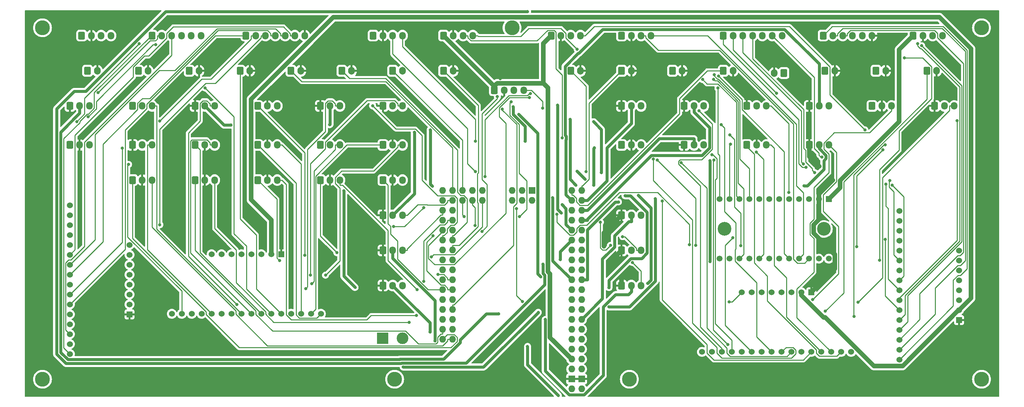
<source format=gbr>
%TF.GenerationSoftware,KiCad,Pcbnew,7.0.9*%
%TF.CreationDate,2024-03-13T22:59:51+01:00*%
%TF.ProjectId,FCU_Mainboard_v2,4643555f-4d61-4696-9e62-6f6172645f76,rev?*%
%TF.SameCoordinates,Original*%
%TF.FileFunction,Copper,L2,Bot*%
%TF.FilePolarity,Positive*%
%FSLAX46Y46*%
G04 Gerber Fmt 4.6, Leading zero omitted, Abs format (unit mm)*
G04 Created by KiCad (PCBNEW 7.0.9) date 2024-03-13 22:59:51*
%MOMM*%
%LPD*%
G01*
G04 APERTURE LIST*
G04 Aperture macros list*
%AMRoundRect*
0 Rectangle with rounded corners*
0 $1 Rounding radius*
0 $2 $3 $4 $5 $6 $7 $8 $9 X,Y pos of 4 corners*
0 Add a 4 corners polygon primitive as box body*
4,1,4,$2,$3,$4,$5,$6,$7,$8,$9,$2,$3,0*
0 Add four circle primitives for the rounded corners*
1,1,$1+$1,$2,$3*
1,1,$1+$1,$4,$5*
1,1,$1+$1,$6,$7*
1,1,$1+$1,$8,$9*
0 Add four rect primitives between the rounded corners*
20,1,$1+$1,$2,$3,$4,$5,0*
20,1,$1+$1,$4,$5,$6,$7,0*
20,1,$1+$1,$6,$7,$8,$9,0*
20,1,$1+$1,$8,$9,$2,$3,0*%
G04 Aperture macros list end*
%TA.AperFunction,ComponentPad*%
%ADD10RoundRect,0.250000X-0.600000X-0.725000X0.600000X-0.725000X0.600000X0.725000X-0.600000X0.725000X0*%
%TD*%
%TA.AperFunction,ComponentPad*%
%ADD11O,1.700000X1.950000*%
%TD*%
%TA.AperFunction,ComponentPad*%
%ADD12RoundRect,0.250000X-0.600000X-0.750000X0.600000X-0.750000X0.600000X0.750000X-0.600000X0.750000X0*%
%TD*%
%TA.AperFunction,ComponentPad*%
%ADD13O,1.700000X2.000000*%
%TD*%
%TA.AperFunction,ComponentPad*%
%ADD14C,2.600000*%
%TD*%
%TA.AperFunction,ConnectorPad*%
%ADD15C,3.800000*%
%TD*%
%TA.AperFunction,ComponentPad*%
%ADD16C,1.530000*%
%TD*%
%TA.AperFunction,ComponentPad*%
%ADD17R,1.530000X1.530000*%
%TD*%
%TA.AperFunction,ComponentPad*%
%ADD18RoundRect,0.250000X0.600000X0.750000X-0.600000X0.750000X-0.600000X-0.750000X0.600000X-0.750000X0*%
%TD*%
%TA.AperFunction,ComponentPad*%
%ADD19R,1.508000X1.508000*%
%TD*%
%TA.AperFunction,ComponentPad*%
%ADD20C,1.508000*%
%TD*%
%TA.AperFunction,ComponentPad*%
%ADD21C,3.516000*%
%TD*%
%TA.AperFunction,ComponentPad*%
%ADD22R,3.000000X3.000000*%
%TD*%
%TA.AperFunction,ComponentPad*%
%ADD23C,3.000000*%
%TD*%
%TA.AperFunction,ComponentPad*%
%ADD24O,1.727200X1.727200*%
%TD*%
%TA.AperFunction,ComponentPad*%
%ADD25R,1.727200X1.727200*%
%TD*%
%TA.AperFunction,ViaPad*%
%ADD26C,0.800000*%
%TD*%
%TA.AperFunction,Conductor*%
%ADD27C,1.200000*%
%TD*%
%TA.AperFunction,Conductor*%
%ADD28C,0.250000*%
%TD*%
%TA.AperFunction,Conductor*%
%ADD29C,0.800000*%
%TD*%
G04 APERTURE END LIST*
D10*
%TO.P,R_EFIS_MAP_RANGE,1,Pin_1*%
%TO.N,/EFIS_RIGHT/R10*%
X199000000Y-27000000D03*
D11*
%TO.P,R_EFIS_MAP_RANGE,2,Pin_2*%
%TO.N,/EFIS_RIGHT/R20*%
X201500000Y-27000000D03*
%TO.P,R_EFIS_MAP_RANGE,3,Pin_3*%
%TO.N,/EFIS_RIGHT/R40*%
X204000000Y-27000000D03*
%TO.P,R_EFIS_MAP_RANGE,4,Pin_4*%
%TO.N,/EFIS_RIGHT/R80*%
X206500000Y-27000000D03*
%TO.P,R_EFIS_MAP_RANGE,5,Pin_5*%
%TO.N,/EFIS_RIGHT/R160*%
X209000000Y-27000000D03*
%TO.P,R_EFIS_MAP_RANGE,6,Pin_6*%
%TO.N,/EFIS_RIGHT/R320*%
X211500000Y-27000000D03*
%TO.P,R_EFIS_MAP_RANGE,7,Pin_7*%
%TO.N,GND*%
X214000000Y-27000000D03*
%TD*%
D10*
%TO.P,R_BARO_ENC,1,Pin_1*%
%TO.N,R_EFIS_BARO_LEFT*%
X112000000Y-64000000D03*
D11*
%TO.P,R_BARO_ENC,2,Pin_2*%
%TO.N,GND*%
X114500000Y-64000000D03*
%TO.P,R_BARO_ENC,3,Pin_3*%
%TO.N,R_EFIS_BARO_RIGHT*%
X117000000Y-64000000D03*
%TD*%
D10*
%TO.P,AP1,1,Pin_1*%
%TO.N,GND*%
X112000000Y-91000000D03*
D11*
%TO.P,AP1,2,Pin_2*%
%TO.N,AP2_LED*%
X114500000Y-91000000D03*
%TO.P,AP1,3,Pin_3*%
%TO.N,AP1_BTN*%
X117000000Y-91000000D03*
%TD*%
D10*
%TO.P,VOR/ADF 1,1,Pin_1*%
%TO.N,/EFIS_LEFT/VOR 1*%
X80000000Y-55000000D03*
D11*
%TO.P,VOR/ADF 1,2,Pin_2*%
%TO.N,GND*%
X82500000Y-55000000D03*
%TO.P,VOR/ADF 1,3,Pin_3*%
%TO.N,/EFIS_LEFT/ADF 1*%
X85000000Y-55000000D03*
%TD*%
D10*
%TO.P,VOR/ADF 1,1,Pin_1*%
%TO.N,/EFIS_RIGHT/VOR 1*%
X237000000Y-45000000D03*
D11*
%TO.P,VOR/ADF 1,2,Pin_2*%
%TO.N,GND*%
X239500000Y-45000000D03*
%TO.P,VOR/ADF 1,3,Pin_3*%
%TO.N,/EFIS_RIGHT/ADF 1*%
X242000000Y-45000000D03*
%TD*%
D12*
%TO.P,HDG_PUSH,1,Pin_1*%
%TO.N,HDG_PUSH*%
X186000000Y-36000000D03*
D13*
%TO.P,HDG_PUSH,2,Pin_2*%
%TO.N,GND*%
X188500000Y-36000000D03*
%TD*%
D14*
%TO.P,H3,1*%
%TO.N,N/C*%
X265000000Y-25000000D03*
D15*
X265000000Y-25000000D03*
%TD*%
D12*
%TO.P,LVL_OFF_BTN,1,Pin_1*%
%TO.N,LVL_OFF_BTN*%
X88500000Y-36000000D03*
D13*
%TO.P,LVL_OFF_BTN,2,Pin_2*%
%TO.N,GND*%
X91000000Y-36000000D03*
%TD*%
D14*
%TO.P,H8,1*%
%TO.N,N/C*%
X175000000Y-115000000D03*
D15*
X175000000Y-115000000D03*
%TD*%
D10*
%TO.P,R_EFIS_MAP_MODE,1,Pin_1*%
%TO.N,/EFIS_RIGHT/ILS*%
X224500000Y-27000000D03*
D11*
%TO.P,R_EFIS_MAP_MODE,2,Pin_2*%
%TO.N,/EFIS_RIGHT/VOR*%
X227000000Y-27000000D03*
%TO.P,R_EFIS_MAP_MODE,3,Pin_3*%
%TO.N,/EFIS_RIGHT/MAP*%
X229500000Y-27000000D03*
%TO.P,R_EFIS_MAP_MODE,4,Pin_4*%
%TO.N,/EFIS_RIGHT/ARC*%
X232000000Y-27000000D03*
%TO.P,R_EFIS_MAP_MODE,5,Pin_5*%
%TO.N,/EFIS_RIGHT/PLAN*%
X234500000Y-27000000D03*
%TO.P,R_EFIS_MAP_MODE,6,Pin_6*%
%TO.N,GND*%
X237000000Y-27000000D03*
%TD*%
D12*
%TO.P,VSPEED_PULL,1,Pin_1*%
%TO.N,VSPEED_PULL*%
X36500000Y-36000000D03*
D13*
%TO.P,VSPEED_PULL,2,Pin_2*%
%TO.N,GND*%
X39000000Y-36000000D03*
%TD*%
D10*
%TO.P,ALT_ROT,1,Pin_1*%
%TO.N,ALT_LEFT*%
X80000000Y-45000000D03*
D11*
%TO.P,ALT_ROT,2,Pin_2*%
%TO.N,GND*%
X82500000Y-45000000D03*
%TO.P,ALT_ROT,3,Pin_3*%
%TO.N,ALT_RIGHT*%
X85000000Y-45000000D03*
%TD*%
D14*
%TO.P,H7,1*%
%TO.N,N/C*%
X265000000Y-115000000D03*
D15*
X265000000Y-115000000D03*
%TD*%
D10*
%TO.P,APPR,1,Pin_1*%
%TO.N,GND*%
X173000000Y-73000000D03*
D11*
%TO.P,APPR,2,Pin_2*%
%TO.N,APPR_LED*%
X175500000Y-73000000D03*
%TO.P,APPR,3,Pin_3*%
%TO.N,APPR_BTN*%
X178000000Y-73000000D03*
%TD*%
D10*
%TO.P,ALT_OLED,1,Pin_1*%
%TO.N,3.3V*%
X155000000Y-27000000D03*
D11*
%TO.P,ALT_OLED,2,Pin_2*%
%TO.N,GND*%
X157500000Y-27000000D03*
%TO.P,ALT_OLED,3,Pin_3*%
%TO.N,/OLEDs/ALT_SCL*%
X160000000Y-27000000D03*
%TO.P,ALT_OLED,4,Pin_4*%
%TO.N,/OLEDs/ALT_SDA*%
X162500000Y-27000000D03*
%TD*%
D10*
%TO.P,VSPEED_ENC,1,Pin_1*%
%TO.N,VSPEED_LEFT*%
X96000000Y-64000000D03*
D11*
%TO.P,VSPEED_ENC,2,Pin_2*%
%TO.N,GND*%
X98500000Y-64000000D03*
%TO.P,VSPEED_ENC,3,Pin_3*%
%TO.N,VSPEED_RIGHT*%
X101000000Y-64000000D03*
%TD*%
D10*
%TO.P,L_EFIS_MAP_RANGE,1,Pin_1*%
%TO.N,/EFIS_LEFT/R10*%
X77000000Y-27000000D03*
D11*
%TO.P,L_EFIS_MAP_RANGE,2,Pin_2*%
%TO.N,/EFIS_LEFT/R20*%
X79500000Y-27000000D03*
%TO.P,L_EFIS_MAP_RANGE,3,Pin_3*%
%TO.N,/EFIS_LEFT/R40*%
X82000000Y-27000000D03*
%TO.P,L_EFIS_MAP_RANGE,4,Pin_4*%
%TO.N,/EFIS_LEFT/R80*%
X84500000Y-27000000D03*
%TO.P,L_EFIS_MAP_RANGE,5,Pin_5*%
%TO.N,/EFIS_LEFT/R160*%
X87000000Y-27000000D03*
%TO.P,L_EFIS_MAP_RANGE,6,Pin_6*%
%TO.N,/EFIS_LEFT/R320*%
X89500000Y-27000000D03*
%TO.P,L_EFIS_MAP_RANGE,7,Pin_7*%
%TO.N,GND*%
X92000000Y-27000000D03*
%TD*%
D14*
%TO.P,H2,1*%
%TO.N,N/C*%
X25000000Y-115000000D03*
D15*
X25000000Y-115000000D03*
%TD*%
D10*
%TO.P,L_EFIS_OLED,1,Pin_1*%
%TO.N,3.3V*%
X35000000Y-27000000D03*
D11*
%TO.P,L_EFIS_OLED,2,Pin_2*%
%TO.N,GND*%
X37500000Y-27000000D03*
%TO.P,L_EFIS_OLED,3,Pin_3*%
%TO.N,/OLEDs/L_EFIS_SCL*%
X40000000Y-27000000D03*
%TO.P,L_EFIS_OLED,4,Pin_4*%
%TO.N,/OLEDs/L_EFIS_SDA*%
X42500000Y-27000000D03*
%TD*%
D10*
%TO.P,R_EFIS_NDB,1,Pin_1*%
%TO.N,GND*%
X189000000Y-55000000D03*
D11*
%TO.P,R_EFIS_NDB,2,Pin_2*%
%TO.N,R_EFIS_NDB_LED*%
X191500000Y-55000000D03*
%TO.P,R_EFIS_NDB,3,Pin_3*%
%TO.N,/EFIS_RIGHT/NDB_BTN*%
X194000000Y-55000000D03*
%TD*%
D10*
%TO.P,HDG_ENC,1,Pin_1*%
%TO.N,HDG_LEFT*%
X80000000Y-64000000D03*
D11*
%TO.P,HDG_ENC,2,Pin_2*%
%TO.N,GND*%
X82500000Y-64000000D03*
%TO.P,HDG_ENC,3,Pin_3*%
%TO.N,HDG_RIGHT*%
X85000000Y-64000000D03*
%TD*%
D12*
%TO.P,BARO_PUSH,1,Pin_1*%
%TO.N,/EFIS_RIGHT/BARO_PUSH*%
X251000000Y-36000000D03*
D13*
%TO.P,BARO_PUSH,2,Pin_2*%
%TO.N,GND*%
X253500000Y-36000000D03*
%TD*%
D12*
%TO.P,BARO_PUSH,1,Pin_1*%
%TO.N,/EFIS_LEFT/BARO_PUSH*%
X62500000Y-36000000D03*
D13*
%TO.P,BARO_PUSH,2,Pin_2*%
%TO.N,GND*%
X65000000Y-36000000D03*
%TD*%
D10*
%TO.P,EXPED,1,Pin_1*%
%TO.N,GND*%
X173000000Y-82000000D03*
D11*
%TO.P,EXPED,2,Pin_2*%
%TO.N,EXPED_LED*%
X175500000Y-82000000D03*
%TO.P,EXPED,3,Pin_3*%
%TO.N,EXPED_BTN*%
X178000000Y-82000000D03*
%TD*%
D16*
%TO.P,U7,JP1-1,C0*%
%TO.N,/EFIS_LEFT/ILS*%
X32000000Y-108540000D03*
%TO.P,U7,JP1-2,C1*%
%TO.N,/EFIS_LEFT/VOR*%
X32000000Y-106000000D03*
%TO.P,U7,JP1-3,C2*%
%TO.N,/EFIS_LEFT/MAP*%
X32000000Y-103460000D03*
%TO.P,U7,JP1-4,C3*%
%TO.N,/EFIS_LEFT/ARC*%
X32000000Y-100920000D03*
%TO.P,U7,JP1-5,C4*%
%TO.N,/EFIS_LEFT/PLAN*%
X32000000Y-98380000D03*
%TO.P,U7,JP1-6,C5*%
%TO.N,/EFIS_LEFT/R10*%
X32000000Y-95840000D03*
%TO.P,U7,JP1-7,C6*%
%TO.N,/EFIS_LEFT/R20*%
X32000000Y-93300000D03*
%TO.P,U7,JP1-8,C7*%
%TO.N,/EFIS_LEFT/R40*%
X32000000Y-90760000D03*
%TO.P,U7,JP1-9,C8*%
%TO.N,/EFIS_LEFT/R80*%
X32000000Y-88220000D03*
%TO.P,U7,JP1-10,C9*%
%TO.N,/EFIS_LEFT/R160*%
X32000000Y-85680000D03*
%TO.P,U7,JP1-11,C10*%
%TO.N,/EFIS_LEFT/R320*%
X32000000Y-83140000D03*
%TO.P,U7,JP1-12,C11*%
%TO.N,unconnected-(U7-C11-PadJP1-12)*%
X32000000Y-80600000D03*
%TO.P,U7,JP1-13,C12*%
%TO.N,unconnected-(U7-C12-PadJP1-13)*%
X32000000Y-78060000D03*
%TO.P,U7,JP1-14,C13*%
%TO.N,unconnected-(U7-C13-PadJP1-14)*%
X32000000Y-75520000D03*
%TO.P,U7,JP1-15,C14*%
%TO.N,unconnected-(U7-C14-PadJP1-15)*%
X32000000Y-72980000D03*
%TO.P,U7,JP1-16,C15*%
%TO.N,unconnected-(U7-C15-PadJP1-16)*%
X32000000Y-70440000D03*
D17*
%TO.P,U7,JP3-1,GND*%
%TO.N,GND*%
X47240000Y-98380000D03*
D16*
%TO.P,U7,JP3-2,VCC*%
%TO.N,5V*%
X47240000Y-95840000D03*
%TO.P,U7,JP3-3,EN*%
%TO.N,unconnected-(U7-EN-PadJP3-3)*%
X47240000Y-93300000D03*
%TO.P,U7,JP3-4,S0*%
%TO.N,MP_S0*%
X47240000Y-90760000D03*
%TO.P,U7,JP3-5,S1*%
%TO.N,MP_S1*%
X47240000Y-88220000D03*
%TO.P,U7,JP3-6,S2*%
%TO.N,MP_S2*%
X47240000Y-85680000D03*
%TO.P,U7,JP3-7,S3*%
%TO.N,MP_S3*%
X47240000Y-83140000D03*
%TO.P,U7,JP3-8,COM*%
%TO.N,U7_MP_SIG*%
X47240000Y-80600000D03*
%TD*%
D12*
%TO.P,METRIC_ALT,1,Pin_1*%
%TO.N,METRIC_ALT_BTN*%
X114500000Y-36000000D03*
D13*
%TO.P,METRIC_ALT,2,Pin_2*%
%TO.N,GND*%
X117000000Y-36000000D03*
%TD*%
D10*
%TO.P,SPD_OLED,1,Pin_1*%
%TO.N,3.3V*%
X109500000Y-27000000D03*
D11*
%TO.P,SPD_OLED,2,Pin_2*%
%TO.N,GND*%
X112000000Y-27000000D03*
%TO.P,SPD_OLED,3,Pin_3*%
%TO.N,/OLEDs/SPD_SCL*%
X114500000Y-27000000D03*
%TO.P,SPD_OLED,4,Pin_4*%
%TO.N,/OLEDs/SPD_SDA*%
X117000000Y-27000000D03*
%TD*%
D10*
%TO.P,LOC,1,Pin_1*%
%TO.N,GND*%
X112000000Y-73000000D03*
D11*
%TO.P,LOC,2,Pin_2*%
%TO.N,LOC_LED*%
X114500000Y-73000000D03*
%TO.P,LOC,3,Pin_3*%
%TO.N,LOC_BTN*%
X117000000Y-73000000D03*
%TD*%
D12*
%TO.P,HDG_PULL,1,Pin_1*%
%TO.N,HDG_PULL*%
X127500000Y-36000000D03*
D13*
%TO.P,HDG_PULL,2,Pin_2*%
%TO.N,GND*%
X130000000Y-36000000D03*
%TD*%
D12*
%TO.P,SPD_PUSH,1,Pin_1*%
%TO.N,SPD_PUSH*%
X49500000Y-36000000D03*
D13*
%TO.P,SPD_PUSH,2,Pin_2*%
%TO.N,GND*%
X52000000Y-36000000D03*
%TD*%
D10*
%TO.P,L_EFIS_hPa_inHg,1,Pin_1*%
%TO.N,/EFIS_LEFT/BARO_hPa*%
X64000000Y-55000000D03*
D11*
%TO.P,L_EFIS_hPa_inHg,2,Pin_2*%
%TO.N,GND*%
X66500000Y-55000000D03*
%TO.P,L_EFIS_hPa_inHg,3,Pin_3*%
%TO.N,/EFIS_LEFT/BARO_inHg*%
X69000000Y-55000000D03*
%TD*%
D10*
%TO.P,L_EFIS_NDB,1,Pin_1*%
%TO.N,GND*%
X96000000Y-55000000D03*
D11*
%TO.P,L_EFIS_NDB,2,Pin_2*%
%TO.N,L_EFIS_NDB_LED*%
X98500000Y-55000000D03*
%TO.P,L_EFIS_NDB,3,Pin_3*%
%TO.N,/EFIS_LEFT/NDB_BTN*%
X101000000Y-55000000D03*
%TD*%
D12*
%TO.P,HDG/TRK,1,Pin_1*%
%TO.N,HDG{slash}TRK_BTN*%
X225000000Y-36000000D03*
D13*
%TO.P,HDG/TRK,2,Pin_2*%
%TO.N,GND*%
X227500000Y-36000000D03*
%TD*%
D10*
%TO.P,AP2,1,Pin_1*%
%TO.N,GND*%
X112000000Y-82000000D03*
D11*
%TO.P,AP2,2,Pin_2*%
%TO.N,AP1_LED*%
X114500000Y-82000000D03*
%TO.P,AP2,3,Pin_3*%
%TO.N,AP2_BTN*%
X117000000Y-82000000D03*
%TD*%
D14*
%TO.P,H4,1*%
%TO.N,N/C*%
X25000000Y-25000000D03*
D15*
X25000000Y-25000000D03*
%TD*%
D10*
%TO.P,L_EFIS_LS,1,Pin_1*%
%TO.N,GND*%
X64000000Y-45000000D03*
D11*
%TO.P,L_EFIS_LS,2,Pin_2*%
%TO.N,L_EFIS_LS_LED*%
X66500000Y-45000000D03*
%TO.P,L_EFIS_LS,3,Pin_3*%
%TO.N,/EFIS_LEFT/LS_BTN*%
X69000000Y-45000000D03*
%TD*%
D16*
%TO.P,U9,JP1-1,C0*%
%TO.N,/EFIS_RIGHT/VOR 1*%
X231660000Y-108000000D03*
%TO.P,U9,JP1-2,C1*%
%TO.N,/EFIS_RIGHT/VOR 2*%
X229120000Y-108000000D03*
%TO.P,U9,JP1-3,C2*%
%TO.N,/EFIS_RIGHT/ADF 1*%
X226580000Y-108000000D03*
%TO.P,U9,JP1-4,C3*%
%TO.N,/EFIS_RIGHT/ADF 2*%
X224040000Y-108000000D03*
%TO.P,U9,JP1-5,C4*%
%TO.N,/EFIS_RIGHT/BARO_PULL*%
X221500000Y-108000000D03*
%TO.P,U9,JP1-6,C5*%
%TO.N,/EFIS_RIGHT/BARO_PUSH*%
X218960000Y-108000000D03*
%TO.P,U9,JP1-7,C6*%
%TO.N,/EFIS_RIGHT/BARO_hPa*%
X216420000Y-108000000D03*
%TO.P,U9,JP1-8,C7*%
%TO.N,/EFIS_RIGHT/BARO_inHg*%
X213880000Y-108000000D03*
%TO.P,U9,JP1-9,C8*%
%TO.N,/EFIS_RIGHT/FD_BTN*%
X211340000Y-108000000D03*
%TO.P,U9,JP1-10,C9*%
%TO.N,/EFIS_RIGHT/LS_BTN*%
X208800000Y-108000000D03*
%TO.P,U9,JP1-11,C10*%
%TO.N,/EFIS_RIGHT/CSTR_BTN*%
X206260000Y-108000000D03*
%TO.P,U9,JP1-12,C11*%
%TO.N,/EFIS_RIGHT/VORD_BTN*%
X203720000Y-108000000D03*
%TO.P,U9,JP1-13,C12*%
%TO.N,/EFIS_RIGHT/NDB_BTN*%
X201180000Y-108000000D03*
%TO.P,U9,JP1-14,C13*%
%TO.N,/EFIS_RIGHT/WPT_BTN*%
X198640000Y-108000000D03*
%TO.P,U9,JP1-15,C14*%
%TO.N,/EFIS_RIGHT/ARPT_BTN*%
X196100000Y-108000000D03*
%TO.P,U9,JP1-16,C15*%
%TO.N,unconnected-(U9-C15-PadJP1-16)*%
X193560000Y-108000000D03*
D17*
%TO.P,U9,JP3-1,GND*%
%TO.N,GND*%
X221500000Y-92760000D03*
D16*
%TO.P,U9,JP3-2,VCC*%
%TO.N,5V*%
X218960000Y-92760000D03*
%TO.P,U9,JP3-3,EN*%
%TO.N,unconnected-(U9-EN-PadJP3-3)*%
X216420000Y-92760000D03*
%TO.P,U9,JP3-4,S0*%
%TO.N,MP_S0*%
X213880000Y-92760000D03*
%TO.P,U9,JP3-5,S1*%
%TO.N,MP_S1*%
X211340000Y-92760000D03*
%TO.P,U9,JP3-6,S2*%
%TO.N,MP_S2*%
X208800000Y-92760000D03*
%TO.P,U9,JP3-7,S3*%
%TO.N,MP_S3*%
X206260000Y-92760000D03*
%TO.P,U9,JP3-8,COM*%
%TO.N,U9_MP_SIG*%
X203720000Y-92760000D03*
%TD*%
D10*
%TO.P,L_EFIS_CSTR,1,Pin_1*%
%TO.N,GND*%
X96000000Y-45000000D03*
D11*
%TO.P,L_EFIS_CSTR,2,Pin_2*%
%TO.N,L_EFIS_CSTR_LED*%
X98500000Y-45000000D03*
%TO.P,L_EFIS_CSTR,3,Pin_3*%
%TO.N,/EFIS_LEFT/CSTR_BTN*%
X101000000Y-45000000D03*
%TD*%
D10*
%TO.P,L_EFIS_MAP_MODE,1,Pin_1*%
%TO.N,/EFIS_LEFT/ILS*%
X53000000Y-27000000D03*
D11*
%TO.P,L_EFIS_MAP_MODE,2,Pin_2*%
%TO.N,/EFIS_LEFT/VOR*%
X55500000Y-27000000D03*
%TO.P,L_EFIS_MAP_MODE,3,Pin_3*%
%TO.N,/EFIS_LEFT/MAP*%
X58000000Y-27000000D03*
%TO.P,L_EFIS_MAP_MODE,4,Pin_4*%
%TO.N,/EFIS_LEFT/ARC*%
X60500000Y-27000000D03*
%TO.P,L_EFIS_MAP_MODE,5,Pin_5*%
%TO.N,/EFIS_LEFT/PLAN*%
X63000000Y-27000000D03*
%TO.P,L_EFIS_MAP_MODE,6,Pin_6*%
%TO.N,GND*%
X65500000Y-27000000D03*
%TD*%
D10*
%TO.P,L_EFIS_ARPT,1,Pin_1*%
%TO.N,GND*%
X32000000Y-45000000D03*
D11*
%TO.P,L_EFIS_ARPT,2,Pin_2*%
%TO.N,L_EFIS_ARPT_LED*%
X34500000Y-45000000D03*
%TO.P,L_EFIS_ARPT,3,Pin_3*%
%TO.N,/EFIS_LEFT/ARPT_BTN*%
X37000000Y-45000000D03*
%TD*%
D12*
%TO.P,BARO_PULL,1,Pin_1*%
%TO.N,/EFIS_LEFT/BARO_PULL*%
X75500000Y-36000000D03*
D13*
%TO.P,BARO_PULL,2,Pin_2*%
%TO.N,GND*%
X78000000Y-36000000D03*
%TD*%
D12*
%TO.P,SPD_PULL,1,Pin_1*%
%TO.N,SPD_PULL*%
X101500000Y-36000000D03*
D13*
%TO.P,SPD_PULL,2,Pin_2*%
%TO.N,GND*%
X104000000Y-36000000D03*
%TD*%
D10*
%TO.P,R_EFIS_hPa_inHg,1,Pin_1*%
%TO.N,/EFIS_RIGHT/BARO_hPa*%
X173000000Y-55000000D03*
D11*
%TO.P,R_EFIS_hPa_inHg,2,Pin_2*%
%TO.N,GND*%
X175500000Y-55000000D03*
%TO.P,R_EFIS_hPa_inHg,3,Pin_3*%
%TO.N,/EFIS_RIGHT/BARO_inHg*%
X178000000Y-55000000D03*
%TD*%
D10*
%TO.P,L_EFIS_WPT,1,Pin_1*%
%TO.N,GND*%
X112000000Y-45000000D03*
D11*
%TO.P,L_EFIS_WPT,2,Pin_2*%
%TO.N,L_EFIS_WPT_LED*%
X114500000Y-45000000D03*
%TO.P,L_EFIS_WPT,3,Pin_3*%
%TO.N,/EFIS_LEFT/WPT_BTN*%
X117000000Y-45000000D03*
%TD*%
D14*
%TO.P,H5,1*%
%TO.N,N/C*%
X115000000Y-115000000D03*
D15*
X115000000Y-115000000D03*
%TD*%
D10*
%TO.P,VOR/ADF 2,1,Pin_1*%
%TO.N,/EFIS_RIGHT/VOR 2*%
X205000000Y-55000000D03*
D11*
%TO.P,VOR/ADF 2,2,Pin_2*%
%TO.N,GND*%
X207500000Y-55000000D03*
%TO.P,VOR/ADF 2,3,Pin_3*%
%TO.N,/EFIS_RIGHT/ADF 2*%
X210000000Y-55000000D03*
%TD*%
D10*
%TO.P,VSPEED_OLED,1,Pin_1*%
%TO.N,3.3V*%
X173000000Y-27000000D03*
D11*
%TO.P,VSPEED_OLED,2,Pin_2*%
%TO.N,GND*%
X175500000Y-27000000D03*
%TO.P,VSPEED_OLED,3,Pin_3*%
%TO.N,/OLEDs/VSPEED_SCL*%
X178000000Y-27000000D03*
%TO.P,VSPEED_OLED,4,Pin_4*%
%TO.N,/OLEDs/VSPEED_SDA*%
X180500000Y-27000000D03*
%TD*%
D10*
%TO.P,L_EFIS_FD,1,Pin_1*%
%TO.N,GND*%
X48000000Y-45000000D03*
D11*
%TO.P,L_EFIS_FD,2,Pin_2*%
%TO.N,L_EFIS_FD_LED*%
X50500000Y-45000000D03*
%TO.P,L_EFIS_FD,3,Pin_3*%
%TO.N,/EFIS_LEFT/FD_BTN*%
X53000000Y-45000000D03*
%TD*%
D18*
%TO.P,SPD/MACH,1,Pin_1*%
%TO.N,SPD{slash}MACH_BTN*%
X214500000Y-36600000D03*
D13*
%TO.P,SPD/MACH,2,Pin_2*%
%TO.N,GND*%
X212000000Y-36600000D03*
%TD*%
D19*
%TO.P,U1,1,VIN*%
%TO.N,3.3V*%
X225970000Y-68880000D03*
D20*
%TO.P,U1,2,GND*%
%TO.N,GND*%
X223430000Y-68880000D03*
%TO.P,U1,3,SDA*%
%TO.N,SDA*%
X220890000Y-68880000D03*
%TO.P,U1,4,SCL*%
%TO.N,SCL*%
X218350000Y-68880000D03*
%TO.P,U1,5,RST*%
%TO.N,unconnected-(U1-RST-Pad5)*%
X215810000Y-68880000D03*
%TO.P,U1,6,A0*%
%TO.N,unconnected-(U1-A0-Pad6)*%
X213270000Y-68880000D03*
%TO.P,U1,7,A1*%
%TO.N,unconnected-(U1-A1-Pad7)*%
X210730000Y-68880000D03*
%TO.P,U1,8,A2*%
%TO.N,unconnected-(U1-A2-Pad8)*%
X208190000Y-68880000D03*
%TO.P,U1,9,SDA0*%
%TO.N,/OLEDs/L_EFIS_SDA*%
X205650000Y-68880000D03*
%TO.P,U1,10,SCL0*%
%TO.N,/OLEDs/L_EFIS_SCL*%
X203110000Y-68880000D03*
%TO.P,U1,11,SDA1*%
%TO.N,/OLEDs/R_EFIS_SDA*%
X200570000Y-68880000D03*
%TO.P,U1,12,SCL1*%
%TO.N,/OLEDs/R_EFIS_SCL*%
X198030000Y-68880000D03*
%TO.P,U1,13,SDA2*%
%TO.N,/OLEDs/SPD_SDA*%
X198030000Y-84120000D03*
%TO.P,U1,14,SCL2*%
%TO.N,/OLEDs/SPD_SCL*%
X200570000Y-84120000D03*
%TO.P,U1,15,SDA3*%
%TO.N,/OLEDs/HDG_SDA*%
X203110000Y-84120000D03*
%TO.P,U1,16,SCL3*%
%TO.N,/OLEDs/HDG_SCL*%
X205650000Y-84120000D03*
%TO.P,U1,17,SDA4*%
%TO.N,/OLEDs/HDG{slash}TRK_SDA*%
X208190000Y-84120000D03*
%TO.P,U1,18,SCL4*%
%TO.N,/OLEDs/HDG{slash}TRK_SCL*%
X210730000Y-84120000D03*
%TO.P,U1,19,SDA5*%
%TO.N,/OLEDs/ALT_SDA*%
X213270000Y-84120000D03*
%TO.P,U1,20,SCL5*%
%TO.N,/OLEDs/ALT_SCL*%
X215810000Y-84120000D03*
%TO.P,U1,21,SDA6*%
%TO.N,/OLEDs/VSPEED_SDA*%
X218350000Y-84120000D03*
%TO.P,U1,22,SCL6*%
%TO.N,/OLEDs/VSPEED_SCL*%
X220890000Y-84120000D03*
%TO.P,U1,23,SDA7*%
%TO.N,unconnected-(U1-SDA7-Pad23)*%
X223430000Y-84120000D03*
%TO.P,U1,24,SCL7*%
%TO.N,unconnected-(U1-SCL7-Pad24)*%
X225970000Y-84120000D03*
D21*
%TO.P,U1,P1*%
%TO.N,N/C*%
X224700000Y-76500000D03*
%TO.P,U1,P2*%
X199300000Y-76500000D03*
%TD*%
D10*
%TO.P,R_EFIS_VORD,1,Pin_1*%
%TO.N,GND*%
X221000000Y-45000000D03*
D11*
%TO.P,R_EFIS_VORD,2,Pin_2*%
%TO.N,R_EFIS_VORD_LED*%
X223500000Y-45000000D03*
%TO.P,R_EFIS_VORD,3,Pin_3*%
%TO.N,/EFIS_RIGHT/VORD_BTN*%
X226000000Y-45000000D03*
%TD*%
D22*
%TO.P,PWR_IN,1,Pin_1*%
%TO.N,+9V*%
X111920000Y-104500000D03*
D23*
%TO.P,PWR_IN,2,Pin_2*%
%TO.N,GND*%
X117000000Y-104500000D03*
%TD*%
D10*
%TO.P,ALT_100_1000,1,Pin_1*%
%TO.N,ALT_100*%
X32000000Y-55000000D03*
D11*
%TO.P,ALT_100_1000,2,Pin_2*%
%TO.N,GND*%
X34500000Y-55000000D03*
%TO.P,ALT_100_1000,3,Pin_3*%
%TO.N,ALT_1000*%
X37000000Y-55000000D03*
%TD*%
D10*
%TO.P,R_EFIS_CSTR,1,Pin_1*%
%TO.N,GND*%
X205000000Y-45000000D03*
D11*
%TO.P,R_EFIS_CSTR,2,Pin_2*%
%TO.N,R_EFIS_CSTR_LED*%
X207500000Y-45000000D03*
%TO.P,R_EFIS_CSTR,3,Pin_3*%
%TO.N,/EFIS_RIGHT/CSTR_BTN*%
X210000000Y-45000000D03*
%TD*%
D12*
%TO.P,BARO_PULL,1,Pin_1*%
%TO.N,/EFIS_RIGHT/BARO_PULL*%
X160000000Y-36000000D03*
D13*
%TO.P,BARO_PULL,2,Pin_2*%
%TO.N,GND*%
X162500000Y-36000000D03*
%TD*%
D10*
%TO.P,SPD_ENC,1,Pin_1*%
%TO.N,SPD_LEFT*%
X64000000Y-64000000D03*
D11*
%TO.P,SPD_ENC,2,Pin_2*%
%TO.N,GND*%
X66500000Y-64000000D03*
%TO.P,SPD_ENC,3,Pin_3*%
%TO.N,SPD_RIGHT*%
X69000000Y-64000000D03*
%TD*%
D16*
%TO.P,U5,JP1-1,C0*%
%TO.N,/EFIS_LEFT/VOR 1*%
X96160000Y-98240000D03*
%TO.P,U5,JP1-2,C1*%
%TO.N,/EFIS_LEFT/VOR 2*%
X93620000Y-98240000D03*
%TO.P,U5,JP1-3,C2*%
%TO.N,/EFIS_LEFT/ADF 1*%
X91080000Y-98240000D03*
%TO.P,U5,JP1-4,C3*%
%TO.N,/EFIS_LEFT/ADF 2*%
X88540000Y-98240000D03*
%TO.P,U5,JP1-5,C4*%
%TO.N,/EFIS_LEFT/BARO_PULL*%
X86000000Y-98240000D03*
%TO.P,U5,JP1-6,C5*%
%TO.N,/EFIS_LEFT/BARO_PUSH*%
X83460000Y-98240000D03*
%TO.P,U5,JP1-7,C6*%
%TO.N,/EFIS_LEFT/BARO_hPa*%
X80920000Y-98240000D03*
%TO.P,U5,JP1-8,C7*%
%TO.N,/EFIS_LEFT/BARO_inHg*%
X78380000Y-98240000D03*
%TO.P,U5,JP1-9,C8*%
%TO.N,/EFIS_LEFT/FD_BTN*%
X75840000Y-98240000D03*
%TO.P,U5,JP1-10,C9*%
%TO.N,/EFIS_LEFT/LS_BTN*%
X73300000Y-98240000D03*
%TO.P,U5,JP1-11,C10*%
%TO.N,/EFIS_LEFT/CSTR_BTN*%
X70760000Y-98240000D03*
%TO.P,U5,JP1-12,C11*%
%TO.N,/EFIS_LEFT/VORD_BTN*%
X68220000Y-98240000D03*
%TO.P,U5,JP1-13,C12*%
%TO.N,/EFIS_LEFT/NDB_BTN*%
X65680000Y-98240000D03*
%TO.P,U5,JP1-14,C13*%
%TO.N,/EFIS_LEFT/WPT_BTN*%
X63140000Y-98240000D03*
%TO.P,U5,JP1-15,C14*%
%TO.N,/EFIS_LEFT/ARPT_BTN*%
X60600000Y-98240000D03*
%TO.P,U5,JP1-16,C15*%
%TO.N,unconnected-(U5-C15-PadJP1-16)*%
X58060000Y-98240000D03*
D17*
%TO.P,U5,JP3-1,GND*%
%TO.N,GND*%
X86000000Y-83000000D03*
D16*
%TO.P,U5,JP3-2,VCC*%
%TO.N,5V*%
X83460000Y-83000000D03*
%TO.P,U5,JP3-3,EN*%
%TO.N,unconnected-(U5-EN-PadJP3-3)*%
X80920000Y-83000000D03*
%TO.P,U5,JP3-4,S0*%
%TO.N,MP_S0*%
X78380000Y-83000000D03*
%TO.P,U5,JP3-5,S1*%
%TO.N,MP_S1*%
X75840000Y-83000000D03*
%TO.P,U5,JP3-6,S2*%
%TO.N,MP_S2*%
X73300000Y-83000000D03*
%TO.P,U5,JP3-7,S3*%
%TO.N,MP_S3*%
X70760000Y-83000000D03*
%TO.P,U5,JP3-8,COM*%
%TO.N,U5_MP_SIG*%
X68220000Y-83000000D03*
%TD*%
%TO.P,U8,JP1-1,C0*%
%TO.N,/EFIS_RIGHT/ILS*%
X244000000Y-110000000D03*
%TO.P,U8,JP1-2,C1*%
%TO.N,/EFIS_RIGHT/VOR*%
X244000000Y-107460000D03*
%TO.P,U8,JP1-3,C2*%
%TO.N,/EFIS_RIGHT/MAP*%
X244000000Y-104920000D03*
%TO.P,U8,JP1-4,C3*%
%TO.N,/EFIS_RIGHT/ARC*%
X244000000Y-102380000D03*
%TO.P,U8,JP1-5,C4*%
%TO.N,/EFIS_RIGHT/PLAN*%
X244000000Y-99840000D03*
%TO.P,U8,JP1-6,C5*%
%TO.N,/EFIS_RIGHT/R10*%
X244000000Y-97300000D03*
%TO.P,U8,JP1-7,C6*%
%TO.N,/EFIS_RIGHT/R20*%
X244000000Y-94760000D03*
%TO.P,U8,JP1-8,C7*%
%TO.N,/EFIS_RIGHT/R40*%
X244000000Y-92220000D03*
%TO.P,U8,JP1-9,C8*%
%TO.N,/EFIS_RIGHT/R80*%
X244000000Y-89680000D03*
%TO.P,U8,JP1-10,C9*%
%TO.N,/EFIS_RIGHT/R160*%
X244000000Y-87140000D03*
%TO.P,U8,JP1-11,C10*%
%TO.N,/EFIS_RIGHT/R320*%
X244000000Y-84600000D03*
%TO.P,U8,JP1-12,C11*%
%TO.N,unconnected-(U8-C11-PadJP1-12)*%
X244000000Y-82060000D03*
%TO.P,U8,JP1-13,C12*%
%TO.N,unconnected-(U8-C12-PadJP1-13)*%
X244000000Y-79520000D03*
%TO.P,U8,JP1-14,C13*%
%TO.N,unconnected-(U8-C13-PadJP1-14)*%
X244000000Y-76980000D03*
%TO.P,U8,JP1-15,C14*%
%TO.N,unconnected-(U8-C14-PadJP1-15)*%
X244000000Y-74440000D03*
%TO.P,U8,JP1-16,C15*%
%TO.N,unconnected-(U8-C15-PadJP1-16)*%
X244000000Y-71900000D03*
D17*
%TO.P,U8,JP3-1,GND*%
%TO.N,GND*%
X259240000Y-99840000D03*
D16*
%TO.P,U8,JP3-2,VCC*%
%TO.N,5V*%
X259240000Y-97300000D03*
%TO.P,U8,JP3-3,EN*%
%TO.N,unconnected-(U8-EN-PadJP3-3)*%
X259240000Y-94760000D03*
%TO.P,U8,JP3-4,S0*%
%TO.N,MP_S0*%
X259240000Y-92220000D03*
%TO.P,U8,JP3-5,S1*%
%TO.N,MP_S1*%
X259240000Y-89680000D03*
%TO.P,U8,JP3-6,S2*%
%TO.N,MP_S2*%
X259240000Y-87140000D03*
%TO.P,U8,JP3-7,S3*%
%TO.N,MP_S3*%
X259240000Y-84600000D03*
%TO.P,U8,JP3-8,COM*%
%TO.N,U8_MP_SIG*%
X259240000Y-82060000D03*
%TD*%
D10*
%TO.P,R_EFIS_OLED,1,Pin_1*%
%TO.N,3.3V*%
X247500000Y-27000000D03*
D11*
%TO.P,R_EFIS_OLED,2,Pin_2*%
%TO.N,GND*%
X250000000Y-27000000D03*
%TO.P,R_EFIS_OLED,3,Pin_3*%
%TO.N,/OLEDs/R_EFIS_SCL*%
X252500000Y-27000000D03*
%TO.P,R_EFIS_OLED,4,Pin_4*%
%TO.N,/OLEDs/R_EFIS_SDA*%
X255000000Y-27000000D03*
%TD*%
%TO.P,L_BARO_ENC,3,Pin_3*%
%TO.N,L_EFIS_BARO_RIGHT*%
X53000000Y-64000000D03*
%TO.P,L_BARO_ENC,2,Pin_2*%
%TO.N,GND*%
X50500000Y-64000000D03*
D10*
%TO.P,L_BARO_ENC,1,Pin_1*%
%TO.N,L_EFIS_BARO_LEFT*%
X48000000Y-64000000D03*
%TD*%
%TO.P,R_EFIS_WPT,1,Pin_1*%
%TO.N,GND*%
X173000000Y-45000000D03*
D11*
%TO.P,R_EFIS_WPT,2,Pin_2*%
%TO.N,R_EFIS_WPT_LED*%
X175500000Y-45000000D03*
%TO.P,R_EFIS_WPT,3,Pin_3*%
%TO.N,/EFIS_RIGHT/WPT_BTN*%
X178000000Y-45000000D03*
%TD*%
D10*
%TO.P,HDG_OLED,1,Pin_1*%
%TO.N,3.3V*%
X127500000Y-27000000D03*
D11*
%TO.P,HDG_OLED,2,Pin_2*%
%TO.N,GND*%
X130000000Y-27000000D03*
%TO.P,HDG_OLED,3,Pin_3*%
%TO.N,/OLEDs/HDG_SCL*%
X132500000Y-27000000D03*
%TO.P,HDG_OLED,4,Pin_4*%
%TO.N,/OLEDs/HDG_SDA*%
X135000000Y-27000000D03*
%TD*%
D10*
%TO.P,R_EFIS_LS,1,Pin_1*%
%TO.N,GND*%
X253000000Y-45000000D03*
D11*
%TO.P,R_EFIS_LS,2,Pin_2*%
%TO.N,R_EFIS_LS_LED*%
X255500000Y-45000000D03*
%TO.P,R_EFIS_LS,3,Pin_3*%
%TO.N,/EFIS_RIGHT/LS_BTN*%
X258000000Y-45000000D03*
%TD*%
D12*
%TO.P,VSPEED_PUSH,1,Pin_1*%
%TO.N,VSPEED_PUSH*%
X238000000Y-36000000D03*
D13*
%TO.P,VSPEED_PUSH,2,Pin_2*%
%TO.N,GND*%
X240500000Y-36000000D03*
%TD*%
D10*
%TO.P,L_EFIS_VORD,1,Pin_1*%
%TO.N,GND*%
X48000000Y-55000000D03*
D11*
%TO.P,L_EFIS_VORD,2,Pin_2*%
%TO.N,L_EFIS_VORD_LED*%
X50500000Y-55000000D03*
%TO.P,L_EFIS_VORD,3,Pin_3*%
%TO.N,/EFIS_LEFT/VORD_BTN*%
X53000000Y-55000000D03*
%TD*%
D12*
%TO.P,ALT_PULL,1,Pin_1*%
%TO.N,ALT_PULL*%
X173000000Y-36000000D03*
D13*
%TO.P,ALT_PULL,2,Pin_2*%
%TO.N,GND*%
X175500000Y-36000000D03*
%TD*%
D12*
%TO.P,ALT_PUSH,1,Pin_1*%
%TO.N,ALT_PUSH*%
X199000000Y-36000000D03*
D13*
%TO.P,ALT_PUSH,2,Pin_2*%
%TO.N,GND*%
X201500000Y-36000000D03*
%TD*%
D10*
%TO.P,HDG_TRK_OLED,1,Pin_1*%
%TO.N,3.3V*%
X140500000Y-41000000D03*
D11*
%TO.P,HDG_TRK_OLED,2,Pin_2*%
%TO.N,GND*%
X143000000Y-41000000D03*
%TO.P,HDG_TRK_OLED,3,Pin_3*%
%TO.N,/OLEDs/HDG{slash}TRK_SCL*%
X145500000Y-41000000D03*
%TO.P,HDG_TRK_OLED,4,Pin_4*%
%TO.N,/OLEDs/HDG{slash}TRK_SDA*%
X148000000Y-41000000D03*
%TD*%
D10*
%TO.P,R_EFIS_ARPT,1,Pin_1*%
%TO.N,GND*%
X221000000Y-55000000D03*
D11*
%TO.P,R_EFIS_ARPT,2,Pin_2*%
%TO.N,R_EFIS_ARPT_LED*%
X223500000Y-55000000D03*
%TO.P,R_EFIS_ARPT,3,Pin_3*%
%TO.N,/EFIS_RIGHT/ARPT_BTN*%
X226000000Y-55000000D03*
%TD*%
D14*
%TO.P,H6,1*%
%TO.N,N/C*%
X145000000Y-25000000D03*
D15*
X145000000Y-25000000D03*
%TD*%
D24*
%TO.P,A1,3V31,3.3V*%
%TO.N,3.3V*%
X160240000Y-109854000D03*
%TO.P,A1,3V32,3.3V*%
%TO.N,unconnected-(A1-3.3V-Pad3V32)*%
X162780000Y-109854000D03*
%TO.P,A1,5V1,5V*%
%TO.N,5V*%
X160240000Y-112394000D03*
%TO.P,A1,5V2,SPI_5V*%
%TO.N,unconnected-(A1-SPI_5V-Pad5V2)*%
X145000000Y-66674000D03*
%TO.P,A1,5V3,5V*%
%TO.N,unconnected-(A1-5V-Pad5V3)*%
X162780000Y-112394000D03*
%TO.P,A1,A0,A0*%
%TO.N,L_EFIS_BARO_LEFT*%
X127220000Y-104774000D03*
%TO.P,A1,A1,A1*%
%TO.N,L_EFIS_BARO_RIGHT*%
X129760000Y-104774000D03*
%TO.P,A1,A2,A2*%
%TO.N,SPD_LEFT*%
X127220000Y-102234000D03*
%TO.P,A1,A3,A3*%
%TO.N,SPD_RIGHT*%
X129760000Y-102234000D03*
%TO.P,A1,A4,A4*%
%TO.N,HDG_LEFT*%
X127220000Y-99694000D03*
%TO.P,A1,A5,A5*%
%TO.N,HDG_RIGHT*%
X129760000Y-99694000D03*
%TO.P,A1,A6,A6*%
%TO.N,ALT_LEFT*%
X127220000Y-97154000D03*
%TO.P,A1,A7,A7*%
%TO.N,ALT_RIGHT*%
X129760000Y-97154000D03*
%TO.P,A1,A8,A8*%
%TO.N,VSPEED_LEFT*%
X127220000Y-94614000D03*
%TO.P,A1,A9,A9*%
%TO.N,VSPEED_RIGHT*%
X129760000Y-94614000D03*
%TO.P,A1,A10,A10*%
%TO.N,R_EFIS_BARO_LEFT*%
X127220000Y-92074000D03*
%TO.P,A1,A11,A11*%
%TO.N,R_EFIS_BARO_RIGHT*%
X129760000Y-92074000D03*
%TO.P,A1,A12,A12*%
%TO.N,MP_S0*%
X127220000Y-89534000D03*
%TO.P,A1,A13,A13*%
%TO.N,MP_S1*%
X129760000Y-89534000D03*
%TO.P,A1,A14,A14*%
%TO.N,MP_S2*%
X127220000Y-86994000D03*
%TO.P,A1,A15,A15*%
%TO.N,MP_S3*%
X129760000Y-86994000D03*
%TO.P,A1,AREF,AREF*%
%TO.N,unconnected-(A1-PadAREF)*%
X160240000Y-107314000D03*
%TO.P,A1,D0,D0/RX0*%
%TO.N,unconnected-(A1-D0{slash}RX0-PadD0)*%
X160240000Y-104774000D03*
%TO.P,A1,D1,D1/TX0*%
%TO.N,unconnected-(A1-D1{slash}TX0-PadD1)*%
X162780000Y-104774000D03*
%TO.P,A1,D2,D2_INT0*%
%TO.N,AP1_LED*%
X160240000Y-102234000D03*
%TO.P,A1,D3,D3_INT1*%
%TO.N,AP2_LED*%
X162780000Y-102234000D03*
%TO.P,A1,D4,D4*%
%TO.N,A{slash}THR_LED*%
X160240000Y-99694000D03*
%TO.P,A1,D5,D5*%
%TO.N,APPR_LED*%
X162780000Y-99694000D03*
%TO.P,A1,D6,D6*%
%TO.N,EXPED_LED*%
X160240000Y-97154000D03*
%TO.P,A1,D7,D7*%
%TO.N,LOC_LED*%
X162780000Y-97154000D03*
%TO.P,A1,D8,D8*%
%TO.N,L_EFIS_ARPT_LED*%
X160240000Y-94614000D03*
%TO.P,A1,D9,D9*%
%TO.N,L_EFIS_CSTR_LED*%
X162780000Y-94614000D03*
%TO.P,A1,D10,D10*%
%TO.N,L_EFIS_FD_LED*%
X160240000Y-92074000D03*
%TO.P,A1,D11,D11*%
%TO.N,L_EFIS_LS_LED*%
X162780000Y-92074000D03*
%TO.P,A1,D12,D12*%
%TO.N,L_EFIS_NDB_LED*%
X160240000Y-89534000D03*
%TO.P,A1,D13,D13*%
%TO.N,L_EFIS_VORD_LED*%
X162780000Y-89534000D03*
%TO.P,A1,D14,D14/TX3*%
%TO.N,unconnected-(A1-D14{slash}TX3-PadD14)*%
X160240000Y-86994000D03*
%TO.P,A1,D15,D15/RX3*%
%TO.N,unconnected-(A1-D15{slash}RX3-PadD15)*%
X162780000Y-86994000D03*
%TO.P,A1,D16,D16/TX2*%
%TO.N,unconnected-(A1-D16{slash}TX2-PadD16)*%
X160240000Y-84454000D03*
%TO.P,A1,D17,D17/RX2*%
%TO.N,unconnected-(A1-D17{slash}RX2-PadD17)*%
X162780000Y-84454000D03*
%TO.P,A1,D18,D18/TX1*%
%TO.N,unconnected-(A1-D18{slash}TX1-PadD18)*%
X160240000Y-81914000D03*
%TO.P,A1,D19,D19/RX1*%
%TO.N,unconnected-(A1-D19{slash}RX1-PadD19)*%
X162780000Y-81914000D03*
%TO.P,A1,D20,D20/SDA*%
%TO.N,SDA*%
X160240000Y-79374000D03*
%TO.P,A1,D21,D21/SCL*%
%TO.N,SCL*%
X162780000Y-79374000D03*
%TO.P,A1,D22,D22*%
%TO.N,L_EFIS_WPT_LED*%
X160240000Y-76834000D03*
%TO.P,A1,D23,D23*%
%TO.N,R_EFIS_ARPT_LED*%
X162780000Y-76834000D03*
%TO.P,A1,D24,D24*%
%TO.N,R_EFIS_CSTR_LED*%
X160240000Y-74294000D03*
%TO.P,A1,D25,D25*%
%TO.N,R_EFIS_FD_LED*%
X162780000Y-74294000D03*
%TO.P,A1,D26,D26*%
%TO.N,R_EFIS_LS_LED*%
X160240000Y-71754000D03*
%TO.P,A1,D27,D27*%
%TO.N,R_EFIS_NDB_LED*%
X162780000Y-71754000D03*
%TO.P,A1,D28,D28*%
%TO.N,R_EFIS_VORD_LED*%
X160240000Y-69214000D03*
%TO.P,A1,D29,D29*%
%TO.N,R_EFIS_WPT_LED*%
X162780000Y-69214000D03*
%TO.P,A1,D30,D30*%
%TO.N,ALT_PUSH*%
X160240000Y-66674000D03*
%TO.P,A1,D31,D31*%
%TO.N,ALT_PULL*%
X162780000Y-66674000D03*
%TO.P,A1,D32,D32*%
%TO.N,ALT_100*%
X127220000Y-84454000D03*
%TO.P,A1,D33,D33*%
%TO.N,ALT_1000*%
X129760000Y-84454000D03*
%TO.P,A1,D34,D34*%
%TO.N,HDG_PUSH*%
X127220000Y-81914000D03*
%TO.P,A1,D35,D35*%
%TO.N,HDG_PULL*%
X129760000Y-81914000D03*
%TO.P,A1,D36,D36*%
%TO.N,SPD_PUSH*%
X127220000Y-79374000D03*
%TO.P,A1,D37,D37*%
%TO.N,SPD_PULL*%
X129760000Y-79374000D03*
%TO.P,A1,D38,D38*%
%TO.N,VSPEED_PUSH*%
X127220000Y-76834000D03*
%TO.P,A1,D39,D39*%
%TO.N,VSPEED_PULL*%
X129760000Y-76834000D03*
%TO.P,A1,D40,D40*%
%TO.N,A{slash}THR_BTN*%
X127220000Y-74294000D03*
%TO.P,A1,D41,D41*%
%TO.N,AP1_BTN*%
X129760000Y-74294000D03*
%TO.P,A1,D42,D42*%
%TO.N,AP2_BTN*%
X127220000Y-71754000D03*
%TO.P,A1,D43,D43*%
%TO.N,APPR_BTN*%
X129760000Y-71754000D03*
%TO.P,A1,D44,D44*%
%TO.N,EXPED_BTN*%
X127220000Y-69214000D03*
%TO.P,A1,D45,D45*%
%TO.N,LOC_BTN*%
X129760000Y-69214000D03*
%TO.P,A1,D46,D46*%
%TO.N,HDG{slash}TRK_BTN*%
X127220000Y-66674000D03*
%TO.P,A1,D47,D47*%
%TO.N,LVL_OFF_BTN*%
X129760000Y-66674000D03*
%TO.P,A1,D48,D48*%
%TO.N,METRIC_ALT_BTN*%
X132300000Y-66674000D03*
%TO.P,A1,D49,D49*%
%TO.N,SPD{slash}MACH_BTN*%
X132300000Y-69214000D03*
%TO.P,A1,D50,D50_MISO*%
%TO.N,U9_MP_SIG*%
X134840000Y-66674000D03*
%TO.P,A1,D51,D51_MOSI*%
%TO.N,U8_MP_SIG*%
X134840000Y-69214000D03*
%TO.P,A1,D52,D52_SCK*%
%TO.N,U7_MP_SIG*%
X137380000Y-66674000D03*
%TO.P,A1,D53,D53_CS*%
%TO.N,U5_MP_SIG*%
X137380000Y-69214000D03*
D25*
%TO.P,A1,GND1,GND*%
%TO.N,GND*%
X160240000Y-114934000D03*
%TO.P,A1,GND2,GND*%
X162780000Y-114934000D03*
%TO.P,A1,GND4,SPI_GND*%
%TO.N,unconnected-(A1-SPI_GND-PadGND4)*%
X150080000Y-66674000D03*
D24*
%TO.P,A1,MISO,SPI_MISO*%
%TO.N,unconnected-(A1-SPI_MISO-PadMISO)*%
X145000000Y-69214000D03*
%TO.P,A1,MOSI,SPI_MOSI*%
%TO.N,unconnected-(A1-SPI_MOSI-PadMOSI)*%
X147540000Y-66674000D03*
%TO.P,A1,RST1,RESET*%
%TO.N,unconnected-(A1-RESET-PadRST1)*%
X162780000Y-107314000D03*
%TO.P,A1,RST2,SPI_RESET*%
%TO.N,unconnected-(A1-SPI_RESET-PadRST2)*%
X150080000Y-69214000D03*
%TO.P,A1,SCK,SPI_SCK*%
%TO.N,unconnected-(A1-SPI_SCK-PadSCK)*%
X147540000Y-69214000D03*
%TO.P,A1,VIN1,VIN*%
%TO.N,+9V*%
X160240000Y-117474000D03*
%TO.P,A1,VIN2,VIN*%
%TO.N,unconnected-(A1-VIN-PadVIN2)*%
X162780000Y-117474000D03*
%TD*%
D10*
%TO.P,A/THR,1,Pin_1*%
%TO.N,GND*%
X173000000Y-91000000D03*
D11*
%TO.P,A/THR,2,Pin_2*%
%TO.N,A{slash}THR_LED*%
X175500000Y-91000000D03*
%TO.P,A/THR,3,Pin_3*%
%TO.N,A{slash}THR_BTN*%
X178000000Y-91000000D03*
%TD*%
D10*
%TO.P,R_EFIS_FD,1,Pin_1*%
%TO.N,GND*%
X189000000Y-45000000D03*
D11*
%TO.P,R_EFIS_FD,2,Pin_2*%
%TO.N,R_EFIS_FD_LED*%
X191500000Y-45000000D03*
%TO.P,R_EFIS_FD,3,Pin_3*%
%TO.N,/EFIS_RIGHT/FD_BTN*%
X194000000Y-45000000D03*
%TD*%
D10*
%TO.P,VOR/ADF 2,1,Pin_1*%
%TO.N,/EFIS_LEFT/VOR 2*%
X112000000Y-55000000D03*
D11*
%TO.P,VOR/ADF 2,2,Pin_2*%
%TO.N,GND*%
X114500000Y-55000000D03*
%TO.P,VOR/ADF 2,3,Pin_3*%
%TO.N,/EFIS_LEFT/ADF 2*%
X117000000Y-55000000D03*
%TD*%
D26*
%TO.N,SPD_RIGHT*%
X118682000Y-100395500D03*
%TO.N,HDG_LEFT*%
X85602500Y-84589900D03*
%TO.N,HDG_RIGHT*%
X120549600Y-98694400D03*
%TO.N,ALT_LEFT*%
X92002400Y-83213400D03*
%TO.N,ALT_RIGHT*%
X142492400Y-45797000D03*
%TO.N,VSPEED_LEFT*%
X100221000Y-82563900D03*
%TO.N,VSPEED_RIGHT*%
X120730900Y-92014000D03*
%TO.N,R_EFIS_BARO_RIGHT*%
X124821300Y-78280300D03*
%TO.N,MP_S1*%
X126066300Y-88189700D03*
%TO.N,AP1_LED*%
X125298900Y-105200300D03*
%TO.N,AP2_LED*%
X156820900Y-119127800D03*
X148973800Y-106611300D03*
X124029000Y-102926400D03*
%TO.N,A{slash}THR_LED*%
X153507500Y-99711300D03*
%TO.N,EXPED_LED*%
X195585600Y-59069000D03*
X124601700Y-65521100D03*
X102005900Y-66710700D03*
X117201800Y-111867000D03*
X151701600Y-97872000D03*
X124121400Y-51122000D03*
X195585600Y-84829900D03*
X104865700Y-91475600D03*
%TO.N,LOC_LED*%
X166060400Y-55750800D03*
X169760900Y-96471600D03*
X120042300Y-51757300D03*
X165906100Y-65306000D03*
X181632600Y-68763800D03*
%TO.N,L_EFIS_ARPT_LED*%
X141555400Y-98261000D03*
%TO.N,L_EFIS_CSTR_LED*%
X165846600Y-49054700D03*
X167849500Y-62102100D03*
X98381100Y-49806800D03*
X179628000Y-90437500D03*
X177287700Y-67887700D03*
%TO.N,L_EFIS_FD_LED*%
X152317100Y-88729900D03*
X146696400Y-47167500D03*
%TO.N,L_EFIS_LS_LED*%
X169759400Y-91508500D03*
X163704700Y-63746000D03*
X161622300Y-61734800D03*
X73189700Y-49910500D03*
X173898600Y-67996200D03*
%TO.N,L_EFIS_NDB_LED*%
X155381200Y-68498000D03*
%TO.N,L_EFIS_VORD_LED*%
X172190300Y-69572800D03*
X161305800Y-65254800D03*
X159854800Y-48483800D03*
%TO.N,SDA*%
X157310100Y-84361900D03*
X152882600Y-85546700D03*
X148973800Y-20845000D03*
%TO.N,L_EFIS_WPT_LED*%
X148308200Y-54000000D03*
X157828000Y-70327300D03*
X145262900Y-45215600D03*
%TO.N,R_EFIS_ARPT_LED*%
X219604800Y-65434700D03*
%TO.N,R_EFIS_CSTR_LED*%
X157565700Y-72437800D03*
X156604900Y-44803100D03*
%TO.N,HDG_PUSH*%
X141258021Y-42641388D03*
X137291600Y-77172800D03*
%TO.N,SPD_PUSH*%
X109370600Y-44978800D03*
%TO.N,VSPEED_PUSH*%
X149423700Y-42876000D03*
%TO.N,A{slash}THR_BTN*%
X175800100Y-85088800D03*
%TO.N,AP1_BTN*%
X122471700Y-89956500D03*
%TO.N,EXPED_BTN*%
X173262200Y-78486600D03*
%TO.N,HDG{slash}TRK_BTN*%
X138085400Y-63113300D03*
X149728700Y-41827700D03*
%TO.N,SPD{slash}MACH_BTN*%
X132720900Y-73339700D03*
X146882400Y-73338100D03*
X144776200Y-43949200D03*
%TO.N,U9_MP_SIG*%
X200519200Y-95224000D03*
X147621800Y-95073500D03*
X146128800Y-71302000D03*
%TO.N,U8_MP_SIG*%
X135526500Y-75650800D03*
%TO.N,U7_MP_SIG*%
X122424500Y-71035600D03*
X114687400Y-75917700D03*
%TO.N,U5_MP_SIG*%
X124369700Y-83697000D03*
%TO.N,GND*%
X183500000Y-45000000D03*
X97500000Y-71000000D03*
X37000000Y-51500000D03*
X91000000Y-43500000D03*
X41500000Y-32000000D03*
X142000000Y-38000000D03*
X48000000Y-51000000D03*
X92000000Y-55000000D03*
X175000000Y-87000000D03*
X212000000Y-31500000D03*
X227000000Y-64000000D03*
X128000000Y-114500000D03*
X170000000Y-86000000D03*
X231500000Y-45500000D03*
X106000000Y-73000000D03*
X196000000Y-32000000D03*
X49500000Y-59500000D03*
X111000000Y-97000000D03*
X223500000Y-60500000D03*
X181000000Y-35500000D03*
X225500000Y-31000000D03*
X122500000Y-116500000D03*
X168500000Y-81000000D03*
X221000000Y-51500000D03*
X86000000Y-69000000D03*
%TO.N,/OLEDs/L_EFIS_SCL*%
X193709500Y-38234000D03*
%TO.N,/OLEDs/L_EFIS_SDA*%
X196652700Y-37032800D03*
%TO.N,/OLEDs/R_EFIS_SCL*%
X197632800Y-40425700D03*
%TO.N,/OLEDs/R_EFIS_SDA*%
X200868300Y-54829000D03*
%TO.N,/OLEDs/SPD_SCL*%
X190374800Y-80564800D03*
X156451800Y-72754700D03*
X135643300Y-61851700D03*
%TO.N,/OLEDs/SPD_SDA*%
X170156400Y-80724800D03*
X135611200Y-54054700D03*
X167572300Y-74777800D03*
%TO.N,/OLEDs/HDG_SCL*%
X191958200Y-80730200D03*
X157797100Y-53187200D03*
X182135700Y-58890500D03*
%TO.N,/OLEDs/HDG_SDA*%
X161662100Y-30515100D03*
X196507400Y-38213200D03*
%TO.N,/OLEDs/HDG{slash}TRK_SCL*%
X200684800Y-52414300D03*
X203429100Y-80754800D03*
%TO.N,/OLEDs/HDG{slash}TRK_SDA*%
X152856500Y-45561700D03*
X207448600Y-56809800D03*
%TO.N,/OLEDs/ALT_SCL*%
X197760000Y-37385100D03*
%TO.N,/OLEDs/ALT_SDA*%
X235177400Y-51130400D03*
X239787000Y-56203800D03*
X233053600Y-81006700D03*
%TO.N,/EFIS_LEFT/LS_BTN*%
X74669300Y-95884900D03*
%TO.N,/EFIS_LEFT/CSTR_BTN*%
X92263800Y-91756200D03*
%TO.N,/EFIS_LEFT/WPT_BTN*%
X93469700Y-88337800D03*
%TO.N,/EFIS_LEFT/NDB_BTN*%
X93792800Y-90516800D03*
%TO.N,/EFIS_LEFT/ARPT_BTN*%
X46986800Y-59992800D03*
%TO.N,/EFIS_RIGHT/BARO_PULL*%
X163957400Y-61787800D03*
X183370000Y-69360800D03*
%TO.N,/EFIS_RIGHT/BARO_PUSH*%
X225057500Y-97582900D03*
%TO.N,/EFIS_RIGHT/BARO_hPa*%
X188249000Y-59534700D03*
%TO.N,/EFIS_RIGHT/BARO_inHg*%
X181078700Y-58642500D03*
%TO.N,/EFIS_RIGHT/FD_BTN*%
X198444100Y-49800600D03*
%TO.N,/EFIS_RIGHT/LS_BTN*%
X233430700Y-95230500D03*
%TO.N,/EFIS_RIGHT/CSTR_BTN*%
X215711600Y-67138500D03*
X201425200Y-78716400D03*
%TO.N,/EFIS_RIGHT/WPT_BTN*%
X192817500Y-46211300D03*
%TO.N,/EFIS_RIGHT/VORD_BTN*%
X200179300Y-106104100D03*
X196587500Y-58836100D03*
%TO.N,/EFIS_LEFT/BARO_PUSH*%
X66590700Y-40399000D03*
%TO.N,/EFIS_RIGHT/NDB_BTN*%
X196057200Y-57516000D03*
%TO.N,/EFIS_LEFT/ADF 2*%
X97344300Y-88339400D03*
%TO.N,/EFIS_LEFT/VOR*%
X39220200Y-41619100D03*
%TO.N,/EFIS_LEFT/ARC*%
X33780000Y-49002700D03*
X49721700Y-29042000D03*
%TO.N,/EFIS_LEFT/PLAN*%
X36691700Y-47781500D03*
X53967300Y-29352400D03*
%TO.N,/EFIS_RIGHT/ARPT_BTN*%
X221798500Y-94631300D03*
%TO.N,/EFIS_LEFT/R20*%
X54972700Y-48854500D03*
X45371100Y-55807400D03*
%TO.N,/EFIS_LEFT/R40*%
X54972700Y-75424900D03*
%TO.N,/EFIS_RIGHT/ARC*%
X249682900Y-29593500D03*
%TO.N,/EFIS_RIGHT/PLAN*%
X248680500Y-29075100D03*
%TO.N,/EFIS_RIGHT/R10*%
X220145648Y-60707706D03*
X240391100Y-79186000D03*
%TO.N,/EFIS_RIGHT/R20*%
X258720600Y-48802800D03*
X212598700Y-41768500D03*
%TO.N,/EFIS_RIGHT/R40*%
X240508400Y-65044500D03*
X219488000Y-59889168D03*
%TO.N,/EFIS_RIGHT/R80*%
X222348172Y-62066593D03*
X242111200Y-65283400D03*
%TO.N,/EFIS_RIGHT/R160*%
X245280200Y-32720700D03*
X238934400Y-84517200D03*
%TO.N,/EFIS_RIGHT/R320*%
X241518300Y-64119800D03*
X224174486Y-58072117D03*
%TO.N,/EFIS_RIGHT/VOR 1*%
X240361100Y-54934100D03*
X232375300Y-98903500D03*
%TD*%
D27*
%TO.N,3.3V*%
X153030500Y-39205600D02*
X141203400Y-39205600D01*
X243887100Y-49064000D02*
X228850002Y-64101098D01*
X154709400Y-88005600D02*
X154177800Y-87474000D01*
X228850002Y-64101098D02*
X228850002Y-65999998D01*
X247500000Y-27000000D02*
X243887100Y-30612900D01*
X155000000Y-27000000D02*
X153030500Y-28969500D01*
X140500000Y-41000000D02*
X140500000Y-39909000D01*
X140500000Y-39909000D02*
X140409000Y-39909000D01*
X154709400Y-104323400D02*
X154709400Y-88005600D01*
X141203400Y-39205600D02*
X140500000Y-39909000D01*
X154177800Y-40352900D02*
X153030500Y-39205600D01*
X154177800Y-87474000D02*
X154177800Y-40352900D01*
X153030500Y-28969500D02*
X153030500Y-39205600D01*
X160240000Y-109854000D02*
X154709400Y-104323400D01*
X140409000Y-39909000D02*
X127500000Y-27000000D01*
X228850002Y-65999998D02*
X225970000Y-68880000D01*
X243887100Y-30612900D02*
X243887100Y-49064000D01*
%TO.N,5V*%
X262299600Y-94240400D02*
X259240000Y-97300000D01*
X254221500Y-22280100D02*
X262299600Y-30358200D01*
X244828000Y-111588000D02*
X259116000Y-97300000D01*
X99322200Y-22280100D02*
X254221500Y-22280100D01*
X218960000Y-92760000D02*
X218960000Y-93492400D01*
X78298000Y-69038400D02*
X78298000Y-43304300D01*
X262299600Y-30358200D02*
X262299600Y-94240400D01*
X259116000Y-97300000D02*
X259240000Y-97300000D01*
X225080000Y-99193400D02*
X237474600Y-111588000D01*
X83460000Y-74200400D02*
X78298000Y-69038400D01*
X83460000Y-83000000D02*
X83460000Y-74200400D01*
X224661000Y-99193400D02*
X225080000Y-99193400D01*
X78298000Y-43304300D02*
X99322200Y-22280100D01*
X237474600Y-111588000D02*
X244828000Y-111588000D01*
X218960000Y-93492400D02*
X224661000Y-99193400D01*
D28*
%TO.N,L_EFIS_BARO_LEFT*%
X130262500Y-103569200D02*
X128424800Y-103569200D01*
X66771900Y-97689900D02*
X66771900Y-98404000D01*
X129396700Y-106884000D02*
X130950500Y-105330200D01*
X48000000Y-78918000D02*
X66771900Y-97689900D01*
X128424800Y-103569200D02*
X127220000Y-104774000D01*
X130950500Y-105330200D02*
X130950500Y-104257200D01*
X130950500Y-104257200D02*
X130262500Y-103569200D01*
X48000000Y-64000000D02*
X48000000Y-78918000D01*
X66771900Y-98404000D02*
X75251900Y-106884000D01*
X75251900Y-106884000D02*
X129396700Y-106884000D01*
%TO.N,L_EFIS_BARO_RIGHT*%
X82470800Y-106424200D02*
X74391900Y-98345300D01*
X74391900Y-97428800D02*
X53000000Y-76036900D01*
X53000000Y-76036900D02*
X53000000Y-64000000D01*
X128569500Y-105146000D02*
X127291300Y-106424200D01*
X128569500Y-104774000D02*
X128569500Y-105146000D01*
X129760000Y-104774000D02*
X128569500Y-104774000D01*
X74391900Y-98345300D02*
X74391900Y-97428800D01*
X127291300Y-106424200D02*
X82470800Y-106424200D01*
%TO.N,SPD_LEFT*%
X121048100Y-105964400D02*
X117756800Y-102673100D01*
X117756800Y-102673100D02*
X83783200Y-102673100D01*
X126847900Y-103424500D02*
X126029500Y-104242900D01*
X125575700Y-105964400D02*
X121048100Y-105964400D01*
X126029500Y-105510600D02*
X125575700Y-105964400D01*
X126029500Y-104242900D02*
X126029500Y-105510600D01*
X127220000Y-102234000D02*
X127220000Y-103424500D01*
X127220000Y-103424500D02*
X126847900Y-103424500D01*
X64000000Y-81956900D02*
X64000000Y-64000000D01*
X79471900Y-97428800D02*
X64000000Y-81956900D01*
X83783200Y-102673100D02*
X79471900Y-98361800D01*
X79471900Y-98361800D02*
X79471900Y-97428800D01*
%TO.N,SPD_RIGHT*%
X74524500Y-90235200D02*
X82011900Y-97722600D01*
X69000000Y-64000000D02*
X69000000Y-76385100D01*
X84061600Y-100395500D02*
X118682000Y-100395500D01*
X74524500Y-81909600D02*
X74524500Y-90235200D01*
X82011900Y-98345800D02*
X84061600Y-100395500D01*
X82011900Y-97722600D02*
X82011900Y-98345800D01*
X69000000Y-76385100D02*
X74524500Y-81909600D01*
%TO.N,HDG_LEFT*%
X84889400Y-68889400D02*
X84889400Y-83963400D01*
X80000000Y-64000000D02*
X84889400Y-68889400D01*
X84889400Y-83963400D02*
X85515900Y-84589900D01*
X85515900Y-84589900D02*
X85602500Y-84589900D01*
%TO.N,HDG_RIGHT*%
X88545400Y-99797000D02*
X107885800Y-99797000D01*
X87270000Y-98521600D02*
X88545400Y-99797000D01*
X85000000Y-64000000D02*
X86176900Y-64000000D01*
X86176900Y-64000000D02*
X87270000Y-65093100D01*
X87270000Y-65093100D02*
X87270000Y-98521600D01*
X108988400Y-98694400D02*
X120549600Y-98694400D01*
X107885800Y-99797000D02*
X108988400Y-98694400D01*
%TO.N,ALT_LEFT*%
X92002400Y-57002400D02*
X80000000Y-45000000D01*
X92002400Y-83213400D02*
X92002400Y-57002400D01*
%TO.N,ALT_RIGHT*%
X145375200Y-80718200D02*
X130129900Y-95963500D01*
X129760000Y-97154000D02*
X129760000Y-95963500D01*
X142492400Y-45797000D02*
X142492400Y-46047500D01*
X145375200Y-70788100D02*
X145375200Y-80718200D01*
X142492400Y-46047500D02*
X146190500Y-49745600D01*
X130129900Y-95963500D02*
X129760000Y-95963500D01*
X146190500Y-49745600D02*
X146190500Y-69972800D01*
X146190500Y-69972800D02*
X145375200Y-70788100D01*
%TO.N,VSPEED_LEFT*%
X96000000Y-78342900D02*
X96000000Y-64000000D01*
X100221000Y-82563900D02*
X96000000Y-78342900D01*
%TO.N,VSPEED_RIGHT*%
X101695100Y-65301900D02*
X101000000Y-65301900D01*
X101000000Y-64000000D02*
X101000000Y-65301900D01*
X113307100Y-76913900D02*
X101695100Y-65301900D01*
X113307100Y-84590200D02*
X113307100Y-76913900D01*
X120730900Y-92014000D02*
X113307100Y-84590200D01*
%TO.N,R_EFIS_BARO_LEFT*%
X113960400Y-75814300D02*
X113307100Y-75161000D01*
X127220000Y-92074000D02*
X123558500Y-92074000D01*
X113307100Y-65307100D02*
X112000000Y-64000000D01*
X123558500Y-92074000D02*
X115750000Y-84265500D01*
X115750000Y-79638200D02*
X113960400Y-77848600D01*
X115750000Y-84265500D02*
X115750000Y-79638200D01*
X113960400Y-77848600D02*
X113960400Y-75814300D01*
X113307100Y-75161000D02*
X113307100Y-65307100D01*
%TO.N,R_EFIS_BARO_RIGHT*%
X127751100Y-90883500D02*
X126863300Y-90883500D01*
X123178600Y-87198800D02*
X123178600Y-79923000D01*
X126863300Y-90883500D02*
X123178600Y-87198800D01*
X129760000Y-92074000D02*
X128569500Y-92074000D01*
X128569500Y-92074000D02*
X128569500Y-91701900D01*
X123178600Y-79923000D02*
X124821300Y-78280300D01*
X128569500Y-91701900D02*
X127751100Y-90883500D01*
%TO.N,MP_S1*%
X129760000Y-89534000D02*
X128569500Y-89534000D01*
X128569500Y-89534000D02*
X128569500Y-89162000D01*
X128569500Y-89162000D02*
X127597300Y-88189800D01*
X127597300Y-88189800D02*
X126066300Y-88189800D01*
X126066300Y-88189800D02*
X126066300Y-88189700D01*
D29*
%TO.N,AP1_LED*%
X114500000Y-84045600D02*
X125298900Y-94844500D01*
X125298900Y-94844500D02*
X125298900Y-105200300D01*
X114500000Y-82000000D02*
X114500000Y-83576900D01*
X114500000Y-83576900D02*
X114500000Y-84045600D01*
%TO.N,AP2_LED*%
X148973800Y-111280700D02*
X148973800Y-106611300D01*
X124029000Y-102926400D02*
X124029000Y-100529000D01*
X124029000Y-100529000D02*
X114500000Y-91000000D01*
X156820900Y-119127800D02*
X148973800Y-111280700D01*
%TO.N,A{slash}THR_LED*%
X171451900Y-93328900D02*
X174748000Y-93328900D01*
X168309200Y-96471600D02*
X171451900Y-93328900D01*
X168309200Y-114020500D02*
X168309200Y-96471600D01*
X175500000Y-91000000D02*
X175500000Y-92576900D01*
X153507500Y-99711300D02*
X153507500Y-112848900D01*
X163390200Y-118939500D02*
X168309200Y-114020500D01*
X174748000Y-93328900D02*
X175500000Y-92576900D01*
X159598100Y-118939500D02*
X163390200Y-118939500D01*
X153507500Y-112848900D02*
X159598100Y-118939500D01*
%TO.N,APPR_LED*%
X175500000Y-73000000D02*
X175500000Y-74576900D01*
X171158300Y-81139800D02*
X171158300Y-78251800D01*
X168102200Y-94371800D02*
X168102200Y-84195900D01*
X168102200Y-84195900D02*
X171158300Y-81139800D01*
X171158300Y-78251800D02*
X174833200Y-74576900D01*
X174833200Y-74576900D02*
X175500000Y-74576900D01*
X162780000Y-99694000D02*
X168102200Y-94371800D01*
%TO.N,EXPED_LED*%
X137706600Y-111867000D02*
X117201800Y-111867000D01*
X151701600Y-97872000D02*
X137706600Y-111867000D01*
X124121400Y-65040800D02*
X124601700Y-65521100D01*
X102005900Y-88615800D02*
X102005900Y-66710700D01*
X104865700Y-91475600D02*
X102005900Y-88615800D01*
X124121400Y-51122000D02*
X124121400Y-65040800D01*
X195585600Y-84829900D02*
X195585600Y-59069000D01*
%TO.N,LOC_LED*%
X165906100Y-55905100D02*
X166060400Y-55750800D01*
X114500000Y-73000000D02*
X120042300Y-67457700D01*
X120042300Y-67457700D02*
X120042300Y-51757300D01*
X181632600Y-89849800D02*
X181632600Y-68763800D01*
X175010800Y-96471600D02*
X181632600Y-89849800D01*
X165906100Y-65306000D02*
X165906100Y-55905100D01*
X169760900Y-96471600D02*
X175010800Y-96471600D01*
%TO.N,L_EFIS_ARPT_LED*%
X34500000Y-45000000D02*
X34500000Y-46865900D01*
X29651100Y-51714800D02*
X29651100Y-108128000D01*
X131783300Y-105590600D02*
X131783300Y-104913400D01*
X138435700Y-98261000D02*
X141555400Y-98261000D01*
X34500000Y-46865900D02*
X29651100Y-51714800D01*
X31463000Y-109939900D02*
X116295100Y-109939900D01*
X116295100Y-109939900D02*
X116371800Y-109863200D01*
X131783300Y-104913400D02*
X138435700Y-98261000D01*
X116371800Y-109863200D02*
X127510700Y-109863200D01*
X127510700Y-109863200D02*
X131783300Y-105590600D01*
X29651100Y-108128000D02*
X31463000Y-109939900D01*
%TO.N,L_EFIS_CSTR_LED*%
X167849500Y-62102100D02*
X167849500Y-51057600D01*
X98381100Y-49806800D02*
X98500000Y-49687900D01*
X180508900Y-71108900D02*
X177287700Y-67887700D01*
X179628000Y-90437500D02*
X180508900Y-89556600D01*
X98500000Y-49687900D02*
X98500000Y-45000000D01*
X167849500Y-51057600D02*
X165846600Y-49054700D01*
X180508900Y-89556600D02*
X180508900Y-71108900D01*
%TO.N,L_EFIS_FD_LED*%
X151545500Y-87958300D02*
X151545500Y-52016600D01*
X151545500Y-52016600D02*
X146696400Y-47167500D01*
X152317100Y-88729900D02*
X151545500Y-87958300D01*
%TO.N,L_EFIS_LS_LED*%
X178103900Y-84086900D02*
X175385200Y-84086900D01*
X179502600Y-72276000D02*
X179502600Y-82688200D01*
X179502600Y-82688200D02*
X178103900Y-84086900D01*
X175385200Y-84086900D02*
X169759400Y-89712700D01*
X169759400Y-89712700D02*
X169759400Y-91508500D01*
X161622300Y-61734800D02*
X163633500Y-63746000D01*
X173898600Y-67996200D02*
X175222800Y-67996200D01*
X175222800Y-67996200D02*
X179502600Y-72276000D01*
X66500000Y-45000000D02*
X71410500Y-49910500D01*
X163633500Y-63746000D02*
X163704700Y-63746000D01*
X71410500Y-49910500D02*
X73189700Y-49910500D01*
%TO.N,L_EFIS_NDB_LED*%
X160240000Y-89534000D02*
X155381200Y-84675200D01*
X155381200Y-84675200D02*
X155381200Y-68498000D01*
%TO.N,L_EFIS_VORD_LED*%
X171360500Y-69572800D02*
X164245500Y-76687800D01*
X164245500Y-76687800D02*
X164245500Y-89534000D01*
X172190300Y-69572800D02*
X171360500Y-69572800D01*
X159854800Y-63803800D02*
X159854800Y-48483800D01*
X161305800Y-65254800D02*
X159854800Y-63803800D01*
X162780000Y-89534000D02*
X164245500Y-89534000D01*
%TO.N,SDA*%
X133247100Y-110865100D02*
X153319000Y-90793200D01*
X148973800Y-20845000D02*
X56501900Y-20845000D01*
X28624600Y-108599800D02*
X30966600Y-110941800D01*
X152882600Y-87878500D02*
X152882600Y-85546700D01*
X153319000Y-90793200D02*
X153319000Y-88314900D01*
X153319000Y-88314900D02*
X152882600Y-87878500D01*
X30966600Y-110941800D02*
X116710100Y-110941800D01*
X116710100Y-110941800D02*
X116786800Y-110865100D01*
X56501900Y-20845000D02*
X36055500Y-41291400D01*
X33109100Y-41291400D02*
X28624600Y-45775900D01*
X160240000Y-79374000D02*
X157310100Y-82303900D01*
X157310100Y-82303900D02*
X157310100Y-84361900D01*
X28624600Y-45775900D02*
X28624600Y-108599800D01*
X36055500Y-41291400D02*
X33109100Y-41291400D01*
X116786800Y-110865100D02*
X133247100Y-110865100D01*
%TO.N,L_EFIS_WPT_LED*%
X145262900Y-45215600D02*
X145262900Y-47150900D01*
X148308200Y-50196200D02*
X148308200Y-54000000D01*
X158774500Y-75368500D02*
X160240000Y-76834000D01*
X145262900Y-47150900D02*
X148308200Y-50196200D01*
X158774500Y-71273800D02*
X158774500Y-75368500D01*
X157828000Y-70327300D02*
X158774500Y-71273800D01*
%TO.N,R_EFIS_ARPT_LED*%
X225224486Y-58472570D02*
X224700000Y-58997056D01*
X224700000Y-61199690D02*
X220464990Y-65434700D01*
X224700000Y-58997056D02*
X224700000Y-61199690D01*
X220464990Y-65434700D02*
X219604800Y-65434700D01*
X223500000Y-55912706D02*
X225224486Y-57637192D01*
X223500000Y-55000000D02*
X223500000Y-55912706D01*
X225224486Y-57637192D02*
X225224486Y-58472570D01*
%TO.N,R_EFIS_CSTR_LED*%
X157565700Y-72437800D02*
X156604900Y-71477000D01*
X156604900Y-71477000D02*
X156604900Y-44803100D01*
%TO.N,R_EFIS_FD_LED*%
X180592400Y-57639000D02*
X164245500Y-73985900D01*
X164245500Y-73985900D02*
X164245500Y-74294000D01*
X191500000Y-45000000D02*
X191500000Y-46576900D01*
X162780000Y-74294000D02*
X164245500Y-74294000D01*
X191500000Y-46576900D02*
X195458000Y-50534900D01*
X193568000Y-57639000D02*
X180592400Y-57639000D01*
X195458000Y-50534900D02*
X195458000Y-55749000D01*
X195458000Y-55749000D02*
X193568000Y-57639000D01*
%TO.N,R_EFIS_NDB_LED*%
X182607500Y-53392000D02*
X191468900Y-53392000D01*
X164245500Y-71754000D02*
X182607500Y-53392000D01*
X191468900Y-53392000D02*
X191500000Y-53423100D01*
X162780000Y-71754000D02*
X164245500Y-71754000D01*
X191500000Y-55000000D02*
X191500000Y-53423100D01*
%TO.N,R_EFIS_VORD_LED*%
X168190900Y-25403200D02*
X214642900Y-25403200D01*
X223500000Y-34260300D02*
X223500000Y-45000000D01*
X214642900Y-25403200D02*
X223500000Y-34260300D01*
X158799000Y-52772200D02*
X158544200Y-52517400D01*
X158544200Y-52517400D02*
X158544200Y-34866800D01*
X161894000Y-31517000D02*
X162077100Y-31517000D01*
X162077100Y-31517000D02*
X168190900Y-25403200D01*
X160240000Y-69214000D02*
X158747300Y-67721300D01*
X158799000Y-53602200D02*
X158799000Y-52772200D01*
X158747300Y-67721300D02*
X158747300Y-53653900D01*
X158544200Y-34866800D02*
X161894000Y-31517000D01*
X158747300Y-53653900D02*
X158799000Y-53602200D01*
%TO.N,R_EFIS_WPT_LED*%
X169253500Y-64206000D02*
X169253500Y-55740800D01*
X175500000Y-49494300D02*
X175500000Y-45000000D01*
X162780000Y-69214000D02*
X164245500Y-69214000D01*
X169253500Y-55740800D02*
X175500000Y-49494300D01*
X164245500Y-69214000D02*
X169253500Y-64206000D01*
D28*
%TO.N,ALT_PUSH*%
X187822100Y-46979100D02*
X187822100Y-43085100D01*
X162315300Y-70452500D02*
X164348700Y-70452500D01*
X194907200Y-36000000D02*
X199000000Y-36000000D01*
X160240000Y-66674000D02*
X160240000Y-67864500D01*
X160612100Y-67864500D02*
X161430500Y-68682900D01*
X164348700Y-70452500D02*
X187822100Y-46979100D01*
X161430500Y-69567700D02*
X162315300Y-70452500D01*
X161430500Y-68682900D02*
X161430500Y-69567700D01*
X160240000Y-67864500D02*
X160612100Y-67864500D01*
X187822100Y-43085100D02*
X194907200Y-36000000D01*
%TO.N,ALT_PULL*%
X164722700Y-63764000D02*
X164722700Y-44277300D01*
X164722700Y-44277300D02*
X173000000Y-36000000D01*
X163003200Y-65483500D02*
X164722700Y-63764000D01*
X162780000Y-66674000D02*
X162780000Y-65483500D01*
X162780000Y-65483500D02*
X163003200Y-65483500D01*
%TO.N,HDG_PUSH*%
X138627900Y-65145200D02*
X137358500Y-63875800D01*
X137291600Y-77172800D02*
X138627900Y-75836500D01*
X137358500Y-47028000D02*
X141258021Y-43128479D01*
X138627900Y-75836500D02*
X138627900Y-65145200D01*
X137358500Y-63875800D02*
X137358500Y-47028000D01*
X141258021Y-43128479D02*
X141258021Y-42641388D01*
%TO.N,HDG_PULL*%
X129760000Y-81914000D02*
X129760000Y-80723500D01*
X136307700Y-75899000D02*
X136307700Y-69825300D01*
X131483200Y-80723500D02*
X136307700Y-75899000D01*
X136370200Y-62152800D02*
X136370200Y-44870200D01*
X136183100Y-62339900D02*
X136370200Y-62152800D01*
X129760000Y-80723500D02*
X131483200Y-80723500D01*
X136307700Y-69825300D02*
X136183100Y-69700700D01*
X136370200Y-44870200D02*
X127500000Y-36000000D01*
X136183100Y-69700700D02*
X136183100Y-62339900D01*
%TO.N,SPD_PUSH*%
X127220000Y-78183500D02*
X127592100Y-78183500D01*
X130276900Y-68023500D02*
X126028800Y-68023500D01*
X130196400Y-75564000D02*
X130974000Y-74786400D01*
X127220000Y-79374000D02*
X127220000Y-78183500D01*
X130974000Y-68720600D02*
X130276900Y-68023500D01*
X128410500Y-77365100D02*
X128410500Y-76496400D01*
X129342900Y-75564000D02*
X130196400Y-75564000D01*
X128410500Y-76496400D02*
X129342900Y-75564000D01*
X120296000Y-50938800D02*
X115330600Y-50938800D01*
X126028800Y-68023500D02*
X121988700Y-63983400D01*
X121988700Y-63983400D02*
X121988700Y-52631500D01*
X127592100Y-78183500D02*
X128410500Y-77365100D01*
X130974000Y-74786400D02*
X130974000Y-68720600D01*
X115330600Y-50938800D02*
X109370600Y-44978800D01*
X121988700Y-52631500D02*
X120296000Y-50938800D01*
%TO.N,SPD_PULL*%
X131030100Y-56336100D02*
X131030100Y-67096800D01*
X133517700Y-74797800D02*
X130132000Y-78183500D01*
X132712200Y-67923000D02*
X133517700Y-68728500D01*
X112677000Y-37983000D02*
X131030100Y-56336100D01*
X130132000Y-78183500D02*
X129760000Y-78183500D01*
X129760000Y-79374000D02*
X129760000Y-78183500D01*
X131030100Y-67096800D02*
X131856300Y-67923000D01*
X131856300Y-67923000D02*
X132712200Y-67923000D01*
X101500000Y-36000000D02*
X103483000Y-37983000D01*
X103483000Y-37983000D02*
X112677000Y-37983000D01*
X133517700Y-68728500D02*
X133517700Y-74797800D01*
%TO.N,VSPEED_PUSH*%
X127220000Y-77188200D02*
X127220000Y-76834000D01*
X123630500Y-84077100D02*
X123630500Y-80777700D01*
X143406600Y-49448000D02*
X143406600Y-72513100D01*
X144363100Y-42876000D02*
X141732600Y-45506500D01*
X130262900Y-85656800D02*
X125210200Y-85656800D01*
X143406600Y-72513100D02*
X130262900Y-85656800D01*
X141732600Y-45506500D02*
X141732600Y-47774000D01*
X141732600Y-47774000D02*
X143406600Y-49448000D01*
X125210200Y-85656800D02*
X123630500Y-84077100D01*
X149423700Y-42876000D02*
X144363100Y-42876000D01*
X123630500Y-80777700D02*
X127220000Y-77188200D01*
%TO.N,A{slash}THR_BTN*%
X175800100Y-85088800D02*
X178000000Y-87288700D01*
X178000000Y-87288700D02*
X178000000Y-91000000D01*
%TO.N,AP1_BTN*%
X127751100Y-75484500D02*
X126589200Y-75484500D01*
X126589200Y-75484500D02*
X122471700Y-79602000D01*
X122471700Y-79602000D02*
X122471700Y-89956500D01*
X128569500Y-74294000D02*
X128569500Y-74666100D01*
X128569500Y-74666100D02*
X127751100Y-75484500D01*
X129760000Y-74294000D02*
X128569500Y-74294000D01*
%TO.N,AP2_BTN*%
X126844800Y-72944500D02*
X118176900Y-81612400D01*
X127220000Y-71754000D02*
X127220000Y-72944500D01*
X127220000Y-72944500D02*
X126844800Y-72944500D01*
X117000000Y-82000000D02*
X118176900Y-82000000D01*
X118176900Y-81612400D02*
X118176900Y-82000000D01*
%TO.N,EXPED_BTN*%
X178000000Y-82000000D02*
X176823100Y-82000000D01*
X173845800Y-78486600D02*
X176823100Y-81463900D01*
X173262200Y-78486600D02*
X173845800Y-78486600D01*
X176823100Y-81463900D02*
X176823100Y-82000000D01*
%TO.N,LOC_BTN*%
X127750900Y-70404600D02*
X123398800Y-70404600D01*
X129760000Y-69214000D02*
X128569500Y-69214000D01*
X120891300Y-70285600D02*
X118176900Y-73000000D01*
X117000000Y-73000000D02*
X118176900Y-73000000D01*
X123398800Y-70404600D02*
X123279800Y-70285600D01*
X128569500Y-69586000D02*
X127750900Y-70404600D01*
X128569500Y-69214000D02*
X128569500Y-69586000D01*
X123279800Y-70285600D02*
X120891300Y-70285600D01*
%TO.N,HDG{slash}TRK_BTN*%
X149428200Y-41827700D02*
X148892200Y-42363700D01*
X144224200Y-42363700D02*
X138085400Y-48502500D01*
X138085400Y-48502500D02*
X138085400Y-63113300D01*
X149728700Y-41827700D02*
X149428200Y-41827700D01*
X148892200Y-42363700D02*
X144224200Y-42363700D01*
%TO.N,LVL_OFF_BTN*%
X112820700Y-38772400D02*
X91272400Y-38772400D01*
X91272400Y-38772400D02*
X88500000Y-36000000D01*
X129760000Y-55711700D02*
X112820700Y-38772400D01*
X129760000Y-66674000D02*
X129760000Y-65483500D01*
X129760000Y-65483500D02*
X129760000Y-55711700D01*
%TO.N,METRIC_ALT_BTN*%
X132300000Y-53800000D02*
X114500000Y-36000000D01*
X132300000Y-66674000D02*
X132300000Y-53800000D01*
%TO.N,SPD{slash}MACH_BTN*%
X144480400Y-47396400D02*
X146798600Y-49714600D01*
X132300000Y-69214000D02*
X132300000Y-70404500D01*
X132300000Y-72918800D02*
X132300000Y-70404500D01*
X146798600Y-62231700D02*
X148758200Y-64191300D01*
X148758200Y-64191300D02*
X148758200Y-71462300D01*
X148758200Y-71462300D02*
X146882400Y-73338100D01*
X146798600Y-49714600D02*
X146798600Y-62231700D01*
X144776200Y-43949200D02*
X144480400Y-44245000D01*
X144480400Y-44245000D02*
X144480400Y-47396400D01*
X132720900Y-73339700D02*
X132300000Y-72918800D01*
%TO.N,U9_MP_SIG*%
X201256000Y-95224000D02*
X203720000Y-92760000D01*
X200519200Y-95224000D02*
X201256000Y-95224000D01*
X146128800Y-93580500D02*
X147621800Y-95073500D01*
X146128800Y-71302000D02*
X146128800Y-93580500D01*
%TO.N,U8_MP_SIG*%
X134840000Y-70404500D02*
X135526500Y-71091000D01*
X135526500Y-71091000D02*
X135526500Y-75650800D01*
X134840000Y-69214000D02*
X134840000Y-70404500D01*
%TO.N,U7_MP_SIG*%
X117542400Y-75917700D02*
X114687400Y-75917700D01*
X122424500Y-71035600D02*
X117542400Y-75917700D01*
%TO.N,U5_MP_SIG*%
X137380000Y-69214000D02*
X137380000Y-70404500D01*
X130264200Y-83104500D02*
X124962200Y-83104500D01*
X124962200Y-83104500D02*
X124369700Y-83697000D01*
X137380000Y-75988700D02*
X130264200Y-83104500D01*
X137380000Y-70404500D02*
X137380000Y-75988700D01*
D27*
%TO.N,GND*%
X221000000Y-58000000D02*
X223500000Y-60500000D01*
X221000000Y-55000000D02*
X221000000Y-58000000D01*
X222084000Y-77584000D02*
X227524000Y-83024000D01*
X227524000Y-86736000D02*
X221500000Y-92760000D01*
X223430000Y-74070418D02*
X222084000Y-75416418D01*
X222084000Y-75416418D02*
X222084000Y-77584000D01*
X168500000Y-77500000D02*
X168500000Y-81000000D01*
X223430000Y-68880000D02*
X223430000Y-74070418D01*
X223430000Y-67570000D02*
X223430000Y-68880000D01*
X173000000Y-91000000D02*
X173000000Y-89000000D01*
X173000000Y-73000000D02*
X168500000Y-77500000D01*
X170000000Y-85000000D02*
X173000000Y-82000000D01*
X170000000Y-86000000D02*
X170000000Y-85000000D01*
X173000000Y-89000000D02*
X175000000Y-87000000D01*
X227000000Y-64000000D02*
X223430000Y-67570000D01*
X227524000Y-83024000D02*
X227524000Y-86736000D01*
D28*
%TO.N,/OLEDs/L_EFIS_SCL*%
X194833300Y-39357800D02*
X197595300Y-39357800D01*
X197595300Y-39357800D02*
X202315300Y-44077800D01*
X202315300Y-44077800D02*
X202315300Y-68085300D01*
X202315300Y-68085300D02*
X203110000Y-68880000D01*
X193709500Y-38234000D02*
X194833300Y-39357800D01*
%TO.N,/OLEDs/L_EFIS_SDA*%
X197734100Y-38112000D02*
X197459000Y-38112000D01*
X197459000Y-38112000D02*
X196652700Y-37305700D01*
X196652700Y-37305700D02*
X196652700Y-37032800D01*
X203227100Y-58639700D02*
X203227100Y-43605000D01*
X205650000Y-68880000D02*
X205650000Y-61062600D01*
X205650000Y-61062600D02*
X203227100Y-58639700D01*
X203227100Y-43605000D02*
X197734100Y-38112000D01*
%TO.N,/OLEDs/R_EFIS_SCL*%
X197632800Y-40425700D02*
X197632800Y-57261400D01*
X197632800Y-57261400D02*
X198030000Y-57658600D01*
X198030000Y-57658600D02*
X198030000Y-68880000D01*
%TO.N,/OLEDs/R_EFIS_SDA*%
X200570000Y-55127300D02*
X200868300Y-54829000D01*
X200570000Y-68880000D02*
X200570000Y-55127300D01*
%TO.N,/OLEDs/SPD_SCL*%
X160725500Y-78051700D02*
X159760000Y-78051700D01*
X133614800Y-59823200D02*
X135643300Y-61851700D01*
X114500000Y-27000000D02*
X114500000Y-31685600D01*
X161510000Y-76400800D02*
X161510000Y-77267200D01*
X161510000Y-77267200D02*
X160725500Y-78051700D01*
X164110300Y-75540800D02*
X162370000Y-75540800D01*
X182198000Y-67160800D02*
X172490300Y-67160800D01*
X133614800Y-50800400D02*
X133614800Y-59823200D01*
X159760000Y-78051700D02*
X156451800Y-74743500D01*
X162370000Y-75540800D02*
X161510000Y-76400800D01*
X156451800Y-74743500D02*
X156451800Y-72754700D01*
X190374800Y-80564800D02*
X190374800Y-75337600D01*
X190374800Y-75337600D02*
X182198000Y-67160800D01*
X114500000Y-31685600D02*
X133614800Y-50800400D01*
X172490300Y-67160800D02*
X164110300Y-75540800D01*
%TO.N,/OLEDs/SPD_SDA*%
X168956200Y-81925000D02*
X168116852Y-81925000D01*
X168116852Y-81925000D02*
X167572300Y-81380448D01*
X135611200Y-48424900D02*
X117000000Y-29813700D01*
X167572300Y-81380448D02*
X167572300Y-74777800D01*
X135611200Y-54054700D02*
X135611200Y-48424900D01*
X170156400Y-80724800D02*
X168956200Y-81925000D01*
X117000000Y-29813700D02*
X117000000Y-27000000D01*
%TO.N,/OLEDs/HDG_SCL*%
X132500000Y-27000000D02*
X133676900Y-27000000D01*
X133676900Y-27514900D02*
X134497200Y-28335200D01*
X134497200Y-28335200D02*
X151412300Y-28335200D01*
X155804600Y-25657900D02*
X156250500Y-26103800D01*
X157797100Y-37072600D02*
X157797100Y-53187200D01*
X182135700Y-58890500D02*
X191958200Y-68713000D01*
X151412300Y-28335200D02*
X154089600Y-25657900D01*
X133676900Y-27000000D02*
X133676900Y-27514900D01*
X156250500Y-26103800D02*
X156250500Y-35526000D01*
X191958200Y-68713000D02*
X191958200Y-80730200D01*
X156250500Y-35526000D02*
X157797100Y-37072600D01*
X154089600Y-25657900D02*
X155804600Y-25657900D01*
%TO.N,/OLEDs/HDG_SDA*%
X202775100Y-64791400D02*
X204221200Y-66237500D01*
X147223900Y-27226900D02*
X149275400Y-25175400D01*
X197504200Y-38575500D02*
X202775100Y-43846400D01*
X204221200Y-83008800D02*
X203110000Y-84120000D01*
X149275400Y-25175400D02*
X157507700Y-25175400D01*
X158750000Y-27603000D02*
X161662100Y-30515100D01*
X135000000Y-27000000D02*
X136176900Y-27000000D01*
X136403800Y-27226900D02*
X147223900Y-27226900D01*
X196507400Y-38213200D02*
X196869700Y-38575500D01*
X157507700Y-25175400D02*
X158750000Y-26417700D01*
X204221200Y-66237500D02*
X204221200Y-83008800D01*
X202775100Y-43846400D02*
X202775100Y-64791400D01*
X158750000Y-26417700D02*
X158750000Y-27603000D01*
X196869700Y-38575500D02*
X197504200Y-38575500D01*
X136176900Y-27000000D02*
X136403800Y-27226900D01*
%TO.N,/OLEDs/HDG{slash}TRK_SCL*%
X203429100Y-72488800D02*
X203429100Y-80754800D01*
X201862000Y-70921700D02*
X203429100Y-72488800D01*
X200684800Y-52414300D02*
X201862000Y-53591500D01*
X201862000Y-53591500D02*
X201862000Y-70921700D01*
%TO.N,/OLEDs/HDG{slash}TRK_SDA*%
X209301200Y-58662400D02*
X207448600Y-56809800D01*
X152856500Y-45561700D02*
X152856500Y-43881700D01*
X148000000Y-41000000D02*
X149176900Y-41000000D01*
X209301200Y-83008800D02*
X209301200Y-58662400D01*
X208190000Y-84120000D02*
X209301200Y-83008800D01*
X152856500Y-43881700D02*
X149974800Y-41000000D01*
X149974800Y-41000000D02*
X149176900Y-41000000D01*
%TO.N,/OLEDs/ALT_SCL*%
X203755100Y-43380200D02*
X203755100Y-45930800D01*
X197760000Y-37385100D02*
X203755100Y-43380200D01*
X214540000Y-56715700D02*
X214540000Y-82850000D01*
X203755100Y-45930800D02*
X214540000Y-56715700D01*
X214540000Y-82850000D02*
X215810000Y-84120000D01*
%TO.N,/OLEDs/ALT_SDA*%
X162500000Y-27000000D02*
X163676900Y-27000000D01*
X215870200Y-24637000D02*
X226250500Y-35017300D01*
X226250500Y-35017300D02*
X226250500Y-42203500D01*
X233053600Y-62937200D02*
X233053600Y-81006700D01*
X163676900Y-27000000D02*
X166039900Y-24637000D01*
X239787000Y-56203800D02*
X233053600Y-62937200D01*
X226250500Y-42203500D02*
X235177400Y-51130400D01*
X166039900Y-24637000D02*
X215870200Y-24637000D01*
%TO.N,/OLEDs/VSPEED_SCL*%
X217947400Y-85246900D02*
X219763100Y-85246900D01*
X182397200Y-30735200D02*
X198075600Y-30735200D01*
X216951900Y-84251400D02*
X217947400Y-85246900D01*
X219763100Y-85246900D02*
X220890000Y-84120000D01*
X179176900Y-27514900D02*
X182397200Y-30735200D01*
X198075600Y-30735200D02*
X216951900Y-49611500D01*
X216951900Y-49611500D02*
X216951900Y-84251400D01*
X179176900Y-27000000D02*
X179176900Y-27514900D01*
X178000000Y-27000000D02*
X179176900Y-27000000D01*
%TO.N,/OLEDs/VSPEED_SDA*%
X219461200Y-83008800D02*
X218350000Y-84120000D01*
X217721200Y-49729900D02*
X217721200Y-65498000D01*
X219461200Y-67238000D02*
X219461200Y-83008800D01*
X217721200Y-65498000D02*
X219461200Y-67238000D01*
X180500000Y-27000000D02*
X194991300Y-27000000D01*
X194991300Y-27000000D02*
X217721200Y-49729900D01*
%TO.N,/EFIS_LEFT/FD_BTN*%
X75840000Y-98237800D02*
X54176900Y-76574700D01*
X53000000Y-45000000D02*
X54176900Y-45000000D01*
X75840000Y-98240000D02*
X75840000Y-98237800D01*
X54176900Y-76574700D02*
X54176900Y-45000000D01*
%TO.N,/EFIS_LEFT/LS_BTN*%
X67823100Y-44485100D02*
X67016700Y-43678700D01*
X67823100Y-45000000D02*
X67823100Y-44485100D01*
X65988900Y-43678700D02*
X65307100Y-44360500D01*
X65307100Y-48900600D02*
X62297100Y-51910600D01*
X62297100Y-83512700D02*
X74669300Y-95884900D01*
X62297100Y-51910600D02*
X62297100Y-83512700D01*
X67016700Y-43678700D02*
X65988900Y-43678700D01*
X69000000Y-45000000D02*
X67823100Y-45000000D01*
X65307100Y-44360500D02*
X65307100Y-48900600D01*
%TO.N,/EFIS_LEFT/CSTR_BTN*%
X97307100Y-44363900D02*
X97307100Y-51550800D01*
X97307100Y-51550800D02*
X92742700Y-56115200D01*
X99823100Y-45000000D02*
X99823100Y-44485100D01*
X101000000Y-45000000D02*
X99823100Y-45000000D01*
X92742700Y-91277300D02*
X92263800Y-91756200D01*
X97976900Y-43694100D02*
X97307100Y-44363900D01*
X99823100Y-44485100D02*
X99032100Y-43694100D01*
X92742700Y-56115200D02*
X92742700Y-91277300D01*
X99032100Y-43694100D02*
X97976900Y-43694100D01*
%TO.N,/EFIS_LEFT/WPT_BTN*%
X114992800Y-43654800D02*
X107982200Y-43654800D01*
X107982200Y-43654800D02*
X97307100Y-54329900D01*
X97307100Y-55975800D02*
X93469700Y-59813200D01*
X115823100Y-44485100D02*
X114992800Y-43654800D01*
X117000000Y-45000000D02*
X115823100Y-45000000D01*
X115823100Y-45000000D02*
X115823100Y-44485100D01*
X93469700Y-59813200D02*
X93469700Y-88337800D01*
X97307100Y-54329900D02*
X97307100Y-55975800D01*
%TO.N,/EFIS_LEFT/VORD_BTN*%
X68220000Y-98240000D02*
X51823100Y-81843100D01*
X53000000Y-55000000D02*
X51823100Y-55000000D01*
X51823100Y-81843100D02*
X51823100Y-55000000D01*
%TO.N,/EFIS_LEFT/NDB_BTN*%
X99823100Y-56176900D02*
X94369900Y-61630100D01*
X94369900Y-61630100D02*
X94369900Y-89939700D01*
X99823100Y-55000000D02*
X99823100Y-56176900D01*
X101000000Y-55000000D02*
X99823100Y-55000000D01*
X94369900Y-89939700D02*
X93792800Y-90516800D01*
%TO.N,/EFIS_LEFT/ARPT_BTN*%
X46986800Y-59992800D02*
X46780000Y-60199600D01*
X46780000Y-60199600D02*
X46780000Y-78595800D01*
X46780000Y-78595800D02*
X60600000Y-92415800D01*
X60600000Y-92415800D02*
X60600000Y-98240000D01*
%TO.N,/EFIS_RIGHT/BARO_PULL*%
X163957400Y-39957400D02*
X163957400Y-61787800D01*
X219421900Y-110078100D02*
X196613500Y-110078100D01*
X183370000Y-94663800D02*
X183370000Y-69360800D01*
X194830000Y-106123800D02*
X183370000Y-94663800D01*
X160000000Y-36000000D02*
X163957400Y-39957400D01*
X196613500Y-110078100D02*
X194830000Y-108294600D01*
X194830000Y-108294600D02*
X194830000Y-106123800D01*
X221500000Y-108000000D02*
X219421900Y-110078100D01*
%TO.N,/EFIS_RIGHT/BARO_PUSH*%
X229775002Y-64489698D02*
X229775002Y-92865398D01*
X229775002Y-92865398D02*
X225057500Y-97582900D01*
X251000000Y-43264700D02*
X229775002Y-64489698D01*
X251000000Y-36000000D02*
X251000000Y-43264700D01*
%TO.N,/EFIS_RIGHT/BARO_hPa*%
X188249000Y-59534700D02*
X194804600Y-66090300D01*
X194804600Y-66090300D02*
X194804600Y-101903700D01*
X199910000Y-108309900D02*
X200721500Y-109121400D01*
X200721500Y-109121400D02*
X215298600Y-109121400D01*
X194804600Y-101903700D02*
X199910000Y-107009100D01*
X215298600Y-109121400D02*
X216420000Y-108000000D01*
X199910000Y-107009100D02*
X199910000Y-108309900D01*
%TO.N,/EFIS_RIGHT/BARO_inHg*%
X217514600Y-107530600D02*
X217514600Y-108517100D01*
X181078700Y-64131300D02*
X181078700Y-58642500D01*
X213880000Y-108000000D02*
X215015800Y-106864200D01*
X197370000Y-106874600D02*
X191127100Y-100631700D01*
X191127100Y-74179700D02*
X181078700Y-64131300D01*
X217514600Y-108517100D02*
X216427300Y-109604400D01*
X216848200Y-106864200D02*
X217514600Y-107530600D01*
X215015800Y-106864200D02*
X216848200Y-106864200D01*
X216427300Y-109604400D02*
X198635200Y-109604400D01*
X197370000Y-108339200D02*
X197370000Y-106874600D01*
X191127100Y-100631700D02*
X191127100Y-74179700D01*
X198635200Y-109604400D02*
X197370000Y-108339200D01*
%TO.N,/EFIS_RIGHT/FD_BTN*%
X202198500Y-81602100D02*
X202019200Y-81781400D01*
X207530000Y-90284700D02*
X207530000Y-104190000D01*
X198444100Y-49800600D02*
X199300000Y-50656500D01*
X199300000Y-72086900D02*
X202198500Y-74985400D01*
X199300000Y-50656500D02*
X199300000Y-72086900D01*
X202198500Y-74985400D02*
X202198500Y-81602100D01*
X207530000Y-104190000D02*
X211340000Y-108000000D01*
X202019200Y-81781400D02*
X202019200Y-84773900D01*
X202019200Y-84773900D02*
X207530000Y-90284700D01*
%TO.N,/EFIS_RIGHT/LS_BTN*%
X256823100Y-45000000D02*
X256823100Y-46176900D01*
X258000000Y-45000000D02*
X256823100Y-45000000D01*
X239661300Y-63338700D02*
X239661300Y-88999900D01*
X256823100Y-46176900D02*
X239661300Y-63338700D01*
X239661300Y-88999900D02*
X233430700Y-95230500D01*
%TO.N,/EFIS_RIGHT/CSTR_BTN*%
X199460300Y-80681300D02*
X199460300Y-101200300D01*
X211176900Y-45000000D02*
X215711600Y-49534700D01*
X199460300Y-101200300D02*
X206260000Y-108000000D01*
X215711600Y-49534700D02*
X215711600Y-67138500D01*
X210000000Y-45000000D02*
X211176900Y-45000000D01*
X201425200Y-78716400D02*
X199460300Y-80681300D01*
%TO.N,/EFIS_RIGHT/WPT_BTN*%
X187522100Y-59835700D02*
X193147700Y-65461300D01*
X198640000Y-107105100D02*
X198640000Y-108000000D01*
X193467800Y-58807800D02*
X187948000Y-58807800D01*
X187522100Y-59233700D02*
X187522100Y-59835700D01*
X193147700Y-65461300D02*
X193147700Y-101612800D01*
X187948000Y-58807800D02*
X187522100Y-59233700D01*
X196204600Y-49598400D02*
X196204600Y-56071000D01*
X196204600Y-56071000D02*
X193467800Y-58807800D01*
X192817500Y-46211300D02*
X196204600Y-49598400D01*
X193147700Y-101612800D02*
X198640000Y-107105100D01*
%TO.N,/EFIS_LEFT/BARO_PULL*%
X79650000Y-78054600D02*
X75500000Y-73904600D01*
X86000000Y-98240000D02*
X79650000Y-91890000D01*
X75500000Y-73904600D02*
X75500000Y-36000000D01*
X79650000Y-91890000D02*
X79650000Y-78054600D01*
%TO.N,/EFIS_LEFT/BARO_hPa*%
X65250500Y-82568300D02*
X65250500Y-56250500D01*
X80920000Y-98237800D02*
X65250500Y-82568300D01*
X65250500Y-56250500D02*
X64000000Y-55000000D01*
X80920000Y-98240000D02*
X80920000Y-98237800D01*
%TO.N,/EFIS_LEFT/BARO_inHg*%
X67823100Y-54485100D02*
X67023800Y-53685800D01*
X67823100Y-55000000D02*
X67823100Y-54485100D01*
X63150100Y-53685800D02*
X62785600Y-54050300D01*
X69000000Y-55000000D02*
X67823100Y-55000000D01*
X67023800Y-53685800D02*
X63150100Y-53685800D01*
X62785600Y-82645600D02*
X78380000Y-98240000D01*
X62785600Y-54050300D02*
X62785600Y-82645600D01*
%TO.N,/EFIS_RIGHT/VORD_BTN*%
X196587500Y-58836100D02*
X196460000Y-58963600D01*
X196460000Y-58963600D02*
X196460000Y-102384800D01*
X196460000Y-102384800D02*
X200179300Y-106104100D01*
%TO.N,/EFIS_LEFT/BARO_PUSH*%
X73924300Y-47732600D02*
X73924300Y-77719400D01*
X73924300Y-77719400D02*
X77110000Y-80905100D01*
X77110000Y-91890000D02*
X83460000Y-98240000D01*
X66590700Y-40399000D02*
X73924300Y-47732600D01*
X77110000Y-80905100D02*
X77110000Y-91890000D01*
%TO.N,/EFIS_RIGHT/NDB_BTN*%
X196931300Y-63902800D02*
X196931300Y-100776400D01*
X196057200Y-57516000D02*
X196365500Y-57516000D01*
X197341200Y-58491700D02*
X197341200Y-63492900D01*
X197341200Y-63492900D02*
X196931300Y-63902800D01*
X196365500Y-57516000D02*
X197341200Y-58491700D01*
X196931300Y-100776400D02*
X201180000Y-105025100D01*
X201180000Y-105025100D02*
X201180000Y-108000000D01*
%TO.N,/EFIS_LEFT/VOR 1*%
X89810000Y-98514900D02*
X89810000Y-64810000D01*
X96160000Y-98240000D02*
X95063000Y-99337000D01*
X90632100Y-99337000D02*
X89810000Y-98514900D01*
X89810000Y-64810000D02*
X80000000Y-55000000D01*
X95063000Y-99337000D02*
X90632100Y-99337000D01*
%TO.N,/EFIS_LEFT/ADF 1*%
X91080000Y-59903100D02*
X91080000Y-98240000D01*
X86176900Y-55000000D02*
X91080000Y-59903100D01*
X85000000Y-55000000D02*
X86176900Y-55000000D01*
%TO.N,/EFIS_LEFT/VOR 2*%
X102827600Y-55000000D02*
X112000000Y-55000000D01*
X94821800Y-63005800D02*
X102827600Y-55000000D01*
X94821800Y-97038200D02*
X94821800Y-63005800D01*
X93620000Y-98240000D02*
X94821800Y-97038200D01*
%TO.N,/EFIS_LEFT/ADF 2*%
X100996900Y-66028100D02*
X100996900Y-84686800D01*
X117000000Y-55000000D02*
X115823100Y-55000000D01*
X115823100Y-55514900D02*
X109641300Y-61696700D01*
X115823100Y-55000000D02*
X115823100Y-55514900D01*
X109641300Y-61696700D02*
X101466700Y-61696700D01*
X99806400Y-63357000D02*
X99806400Y-64837600D01*
X100996900Y-84686800D02*
X97344300Y-88339400D01*
X99806400Y-64837600D02*
X100996900Y-66028100D01*
X101466700Y-61696700D02*
X99806400Y-63357000D01*
%TO.N,/EFIS_LEFT/ILS*%
X52811400Y-27000000D02*
X53000000Y-27000000D01*
X38199700Y-45597500D02*
X38199700Y-41611700D01*
X30433400Y-53377300D02*
X34506900Y-49303800D01*
X36742600Y-47054600D02*
X38199700Y-45597500D01*
X34506900Y-48938400D02*
X36390700Y-47054600D01*
X30433400Y-106973400D02*
X30433400Y-53377300D01*
X32000000Y-108540000D02*
X30433400Y-106973400D01*
X34506900Y-49303800D02*
X34506900Y-48938400D01*
X36390700Y-47054600D02*
X36742600Y-47054600D01*
X38199700Y-41611700D02*
X52811400Y-27000000D01*
%TO.N,/EFIS_LEFT/VOR*%
X52514100Y-28325200D02*
X39220200Y-41619100D01*
X55500000Y-27000000D02*
X54323100Y-27000000D01*
X53880600Y-28325200D02*
X52514100Y-28325200D01*
X54323100Y-27882700D02*
X53880600Y-28325200D01*
X54323100Y-27000000D02*
X54323100Y-27882700D01*
%TO.N,/EFIS_LEFT/MAP*%
X30896000Y-85196600D02*
X30896000Y-102356000D01*
X35728800Y-80957300D02*
X32276100Y-84410000D01*
X31682600Y-84410000D02*
X30896000Y-85196600D01*
X58000000Y-27000000D02*
X58000000Y-31995600D01*
X35728800Y-54266800D02*
X35728800Y-80957300D01*
X58000000Y-31995600D02*
X35728800Y-54266800D01*
X32276100Y-84410000D02*
X31682600Y-84410000D01*
X30896000Y-102356000D02*
X32000000Y-103460000D01*
%TO.N,/EFIS_LEFT/ARC*%
X49721700Y-29042000D02*
X35750100Y-43013600D01*
X35750100Y-43013600D02*
X35750100Y-47032600D01*
X35750100Y-47032600D02*
X33780000Y-49002700D01*
%TO.N,/EFIS_LEFT/PLAN*%
X53252000Y-29352400D02*
X53967300Y-29352400D01*
X38770500Y-43833900D02*
X53252000Y-29352400D01*
X38770500Y-45702700D02*
X38770500Y-43833900D01*
X36691700Y-47781500D02*
X38770500Y-45702700D01*
%TO.N,/EFIS_RIGHT/ARPT_BTN*%
X227925001Y-56925001D02*
X227925001Y-64383147D01*
X226000000Y-55000000D02*
X227925001Y-56925001D01*
X228449000Y-87980800D02*
X221798500Y-94631300D01*
X227925001Y-64383147D02*
X224574999Y-67733149D01*
X228449000Y-75898200D02*
X228449000Y-87980800D01*
X224574999Y-67733149D02*
X224574999Y-72024199D01*
X224574999Y-72024199D02*
X228449000Y-75898200D01*
%TO.N,/EFIS_LEFT/R10*%
X77000000Y-27000000D02*
X69192200Y-27000000D01*
X51676900Y-45612500D02*
X46146700Y-51142700D01*
X51676900Y-44515300D02*
X51676900Y-45612500D01*
X46146700Y-81693300D02*
X32000000Y-95840000D01*
X69192200Y-27000000D02*
X51676900Y-44515300D01*
X46146700Y-51142700D02*
X46146700Y-81693300D01*
%TO.N,/EFIS_LEFT/R20*%
X65712500Y-38114700D02*
X54972700Y-48854500D01*
X78323100Y-27882700D02*
X68091100Y-38114700D01*
X78323100Y-27000000D02*
X78323100Y-27882700D01*
X45371100Y-79928900D02*
X32000000Y-93300000D01*
X79500000Y-27000000D02*
X78323100Y-27000000D01*
X45371100Y-55807400D02*
X45371100Y-79928900D01*
X68091100Y-38114700D02*
X65712500Y-38114700D01*
%TO.N,/EFIS_LEFT/R40*%
X54972700Y-50960500D02*
X54972700Y-75424900D01*
X80823100Y-27000000D02*
X80823100Y-27514900D01*
X69140000Y-39198000D02*
X66735200Y-39198000D01*
X80823100Y-27514900D02*
X69140000Y-39198000D01*
X66735200Y-39198000D02*
X54972700Y-50960500D01*
X82000000Y-27000000D02*
X80823100Y-27000000D01*
%TO.N,/EFIS_LEFT/R80*%
X49307100Y-44339600D02*
X49307100Y-45947400D01*
X84500000Y-27000000D02*
X83323100Y-27000000D01*
X82518800Y-25680800D02*
X69820900Y-25680800D01*
X50517600Y-43129100D02*
X49307100Y-44339600D01*
X40469800Y-79750200D02*
X32000000Y-88220000D01*
X52372600Y-43129100D02*
X50517600Y-43129100D01*
X69820900Y-25680800D02*
X52372600Y-43129100D01*
X83323100Y-27000000D02*
X83323100Y-26485100D01*
X49307100Y-45947400D02*
X40469800Y-54784700D01*
X83323100Y-26485100D02*
X82518800Y-25680800D01*
X40469800Y-54784700D02*
X40469800Y-79750200D01*
%TO.N,/EFIS_LEFT/R160*%
X85823100Y-27000000D02*
X85823100Y-26485100D01*
X38441900Y-79238100D02*
X32000000Y-85680000D01*
X54831800Y-35933400D02*
X38441900Y-52323300D01*
X87000000Y-27000000D02*
X85823100Y-27000000D01*
X58877500Y-35933400D02*
X54831800Y-35933400D01*
X38441900Y-52323300D02*
X38441900Y-79238100D01*
X84550600Y-25212600D02*
X69598300Y-25212600D01*
X85823100Y-26485100D02*
X84550600Y-25212600D01*
X69598300Y-25212600D02*
X58877500Y-35933400D01*
%TO.N,/EFIS_LEFT/R320*%
X48210700Y-37644100D02*
X33307100Y-52547700D01*
X56750000Y-26440500D02*
X56750000Y-27616300D01*
X56750000Y-27616300D02*
X52141300Y-32225000D01*
X33307100Y-52547700D02*
X33307100Y-81832900D01*
X86585300Y-24747300D02*
X58443200Y-24747300D01*
X58443200Y-24747300D02*
X56750000Y-26440500D01*
X33307100Y-81832900D02*
X32000000Y-83140000D01*
X88323100Y-26485100D02*
X86585300Y-24747300D01*
X88323100Y-27000000D02*
X88323100Y-26485100D01*
X89500000Y-27000000D02*
X88323100Y-27000000D01*
X51064200Y-32225000D02*
X48210700Y-35078500D01*
X48210700Y-35078500D02*
X48210700Y-37644100D01*
X52141300Y-32225000D02*
X51064200Y-32225000D01*
%TO.N,/EFIS_RIGHT/ILS*%
X226836800Y-24663200D02*
X224500000Y-27000000D01*
X244000000Y-110000000D02*
X257771400Y-96228600D01*
X258957700Y-88410000D02*
X259551000Y-88410000D01*
X259551000Y-88410000D02*
X261280800Y-86680200D01*
X255199100Y-24663200D02*
X226836800Y-24663200D01*
X257771400Y-96228600D02*
X257771400Y-89596300D01*
X261280800Y-30744900D02*
X255199100Y-24663200D01*
X257771400Y-89596300D02*
X258957700Y-88410000D01*
X261280800Y-86680200D02*
X261280800Y-30744900D01*
%TO.N,/EFIS_RIGHT/VOR*%
X259574100Y-85870000D02*
X258931800Y-85870000D01*
X254951200Y-25156900D02*
X260820700Y-31026400D01*
X229505100Y-25156900D02*
X254951200Y-25156900D01*
X228176900Y-26485100D02*
X229505100Y-25156900D01*
X253179200Y-98280800D02*
X244000000Y-107460000D01*
X260820700Y-31026400D02*
X260820700Y-84623400D01*
X228176900Y-27000000D02*
X228176900Y-26485100D01*
X258931800Y-85870000D02*
X253179200Y-91622600D01*
X253179200Y-91622600D02*
X253179200Y-98280800D01*
X260820700Y-84623400D02*
X259574100Y-85870000D01*
X227000000Y-27000000D02*
X228176900Y-27000000D01*
%TO.N,/EFIS_RIGHT/MAP*%
X231513100Y-25648900D02*
X230676900Y-26485100D01*
X229500000Y-27000000D02*
X230676900Y-27000000D01*
X253750000Y-27543200D02*
X253750000Y-26447500D01*
X260362200Y-34155400D02*
X253750000Y-27543200D01*
X249208500Y-93049900D02*
X258928400Y-83330000D01*
X258928400Y-83330000D02*
X259534200Y-83330000D01*
X252951400Y-25648900D02*
X231513100Y-25648900D01*
X230676900Y-26485100D02*
X230676900Y-27000000D01*
X244000000Y-104920000D02*
X249208500Y-99711500D01*
X259534200Y-83330000D02*
X260362200Y-82502000D01*
X249208500Y-99711500D02*
X249208500Y-93049900D01*
X260362200Y-82502000D02*
X260362200Y-34155400D01*
X253750000Y-26447500D02*
X252951400Y-25648900D01*
%TO.N,/EFIS_RIGHT/ARC*%
X249682900Y-29593500D02*
X259904900Y-39815500D01*
X246127500Y-93544900D02*
X246127500Y-100252500D01*
X259904900Y-39815500D02*
X259904900Y-79767500D01*
X246127500Y-100252500D02*
X244000000Y-102380000D01*
X259904900Y-79767500D02*
X246127500Y-93544900D01*
%TO.N,/EFIS_RIGHT/PLAN*%
X249640700Y-30320400D02*
X259447600Y-40127300D01*
X248680500Y-29075100D02*
X248680500Y-29619000D01*
X259447600Y-79585700D02*
X245449600Y-93583700D01*
X248680500Y-29619000D02*
X249381900Y-30320400D01*
X249381900Y-30320400D02*
X249640700Y-30320400D01*
X259447600Y-40127300D02*
X259447600Y-79585700D01*
X245449600Y-93583700D02*
X245449600Y-98390400D01*
X245449600Y-98390400D02*
X244000000Y-99840000D01*
%TO.N,/EFIS_RIGHT/R10*%
X218299900Y-48560700D02*
X218299900Y-59797084D01*
X199000000Y-27000000D02*
X199000000Y-29260800D01*
X199000000Y-29260800D02*
X218299900Y-48560700D01*
X219210522Y-60707706D02*
X220145648Y-60707706D01*
X240391100Y-79186000D02*
X240391100Y-93691100D01*
X218299900Y-59797084D02*
X219210522Y-60707706D01*
X240391100Y-93691100D02*
X244000000Y-97300000D01*
%TO.N,/EFIS_RIGHT/R20*%
X201500000Y-27000000D02*
X201500000Y-28301900D01*
X244000000Y-94760000D02*
X244000000Y-94152800D01*
X201500000Y-30669800D02*
X212598700Y-41768500D01*
X201500000Y-28301900D02*
X201500000Y-30669800D01*
X244000000Y-94152800D02*
X258720600Y-79432200D01*
X258720600Y-79432200D02*
X258720600Y-48802800D01*
%TO.N,/EFIS_RIGHT/R40*%
X218954300Y-46325800D02*
X218954300Y-59355468D01*
X218954300Y-59355468D02*
X219488000Y-59889168D01*
X241149600Y-71299900D02*
X241149600Y-89369600D01*
X204000000Y-27000000D02*
X204000000Y-31371500D01*
X240508400Y-65044500D02*
X240508400Y-70658700D01*
X204000000Y-31371500D02*
X218954300Y-46325800D01*
X240508400Y-70658700D02*
X241149600Y-71299900D01*
X241149600Y-89369600D02*
X244000000Y-92220000D01*
%TO.N,/EFIS_RIGHT/R80*%
X219504100Y-45918500D02*
X219504100Y-55812248D01*
X245106400Y-68278600D02*
X245106400Y-88573600D01*
X221764300Y-61482721D02*
X222348172Y-62066593D01*
X220075000Y-56383148D02*
X220075000Y-59383148D01*
X219504100Y-55812248D02*
X220075000Y-56383148D01*
X220075000Y-59383148D02*
X221764300Y-61072448D01*
X242111200Y-65283400D02*
X245106400Y-68278600D01*
X206500000Y-32914400D02*
X219504100Y-45918500D01*
X221764300Y-61072448D02*
X221764300Y-61482721D01*
X245106400Y-88573600D02*
X244000000Y-89680000D01*
X206500000Y-27000000D02*
X206500000Y-32914400D01*
%TO.N,/EFIS_RIGHT/R160*%
X249899900Y-32720700D02*
X252202300Y-35023100D01*
X252202300Y-43093100D02*
X243908200Y-51387200D01*
X245280200Y-32720700D02*
X249899900Y-32720700D01*
X243908200Y-51387200D02*
X243908200Y-56348900D01*
X238934400Y-61322700D02*
X238934400Y-84517200D01*
X243908200Y-56348900D02*
X238934400Y-61322700D01*
X252202300Y-35023100D02*
X252202300Y-43093100D01*
%TO.N,/EFIS_RIGHT/R320*%
X241518300Y-64119800D02*
X241361900Y-64276200D01*
X223425001Y-57616853D02*
X223880265Y-58072117D01*
X241361900Y-65770700D02*
X242550400Y-66959200D01*
X223880265Y-58072117D02*
X224174486Y-58072117D01*
X241361900Y-64276200D02*
X241361900Y-65770700D01*
X242550400Y-66959200D02*
X242550400Y-83150400D01*
X222214700Y-55906552D02*
X223425001Y-57116853D01*
X223425001Y-57116853D02*
X223425001Y-57616853D01*
X242550400Y-83150400D02*
X244000000Y-84600000D01*
X222214700Y-37714700D02*
X222214700Y-55906552D01*
X211500000Y-27000000D02*
X222214700Y-37714700D01*
%TO.N,/EFIS_RIGHT/VOR 1*%
X232326700Y-62636200D02*
X240028800Y-54934100D01*
X232326700Y-98854900D02*
X232326700Y-62636200D01*
X232375300Y-98903500D02*
X232326700Y-98854900D01*
X240028800Y-54934100D02*
X240361100Y-54934100D01*
%TO.N,/EFIS_RIGHT/ADF 1*%
X225949486Y-57336887D02*
X224700000Y-56087401D01*
X222160000Y-74032270D02*
X222160000Y-65895456D01*
X227352600Y-51857300D02*
X236367700Y-51857300D01*
X226580000Y-108000000D02*
X217805500Y-99225500D01*
X242000000Y-46225000D02*
X242000000Y-45000000D01*
X222160000Y-78968148D02*
X221158999Y-77967147D01*
X217805500Y-99225500D02*
X217805500Y-91888500D01*
X221158999Y-77967147D02*
X221158999Y-75033271D01*
X224700000Y-56087401D02*
X224700000Y-54509900D01*
X222160000Y-65895456D02*
X225949486Y-62105970D01*
X222160000Y-87534000D02*
X222160000Y-78968148D01*
X221158999Y-75033271D02*
X222160000Y-74032270D01*
X225949486Y-62105970D02*
X225949486Y-57336887D01*
X217805500Y-91888500D02*
X222160000Y-87534000D01*
X224700000Y-54509900D02*
X227352600Y-51857300D01*
X236367700Y-51857300D02*
X242000000Y-46225000D01*
%TO.N,/EFIS_RIGHT/VOR 2*%
X205000000Y-55392200D02*
X206920000Y-57312200D01*
X205000000Y-55000000D02*
X205000000Y-55392200D01*
X223551700Y-109110000D02*
X228010000Y-109110000D01*
X206920000Y-85214000D02*
X210248100Y-88542100D01*
X222770000Y-108328300D02*
X223551700Y-109110000D01*
X206920000Y-57312200D02*
X206920000Y-85214000D01*
X210248100Y-94935200D02*
X222770000Y-107457100D01*
X210248100Y-88542100D02*
X210248100Y-94935200D01*
X222770000Y-107457100D02*
X222770000Y-108328300D01*
X228010000Y-109110000D02*
X229120000Y-108000000D01*
%TO.N,/EFIS_RIGHT/ADF 2*%
X211176900Y-55000000D02*
X211978400Y-55801500D01*
X211978400Y-55801500D02*
X211978400Y-85835500D01*
X215150000Y-99110000D02*
X224040000Y-108000000D01*
X210000000Y-55000000D02*
X211176900Y-55000000D01*
X211978400Y-85835500D02*
X215150000Y-89007100D01*
X215150000Y-89007100D02*
X215150000Y-99110000D01*
%TD*%
%TA.AperFunction,Conductor*%
%TO.N,GND*%
G36*
X55341077Y-20519685D02*
G01*
X55386832Y-20572489D01*
X55396776Y-20641647D01*
X55367751Y-20705203D01*
X55361719Y-20711681D01*
X40512673Y-35560726D01*
X40451350Y-35594211D01*
X40381658Y-35589227D01*
X40325725Y-35547355D01*
X40305217Y-35505138D01*
X40273433Y-35386516D01*
X40273429Y-35386507D01*
X40173600Y-35172422D01*
X40173599Y-35172420D01*
X40038113Y-34978926D01*
X40038108Y-34978920D01*
X39871082Y-34811894D01*
X39677578Y-34676399D01*
X39463492Y-34576570D01*
X39463486Y-34576567D01*
X39250000Y-34519364D01*
X39250000Y-35564498D01*
X39142315Y-35515320D01*
X39035763Y-35500000D01*
X38964237Y-35500000D01*
X38857685Y-35515320D01*
X38750000Y-35564498D01*
X38750000Y-34519364D01*
X38749999Y-34519364D01*
X38536513Y-34576567D01*
X38536507Y-34576570D01*
X38322422Y-34676399D01*
X38322420Y-34676400D01*
X38128926Y-34811886D01*
X37981668Y-34959144D01*
X37920345Y-34992628D01*
X37850653Y-34987644D01*
X37794720Y-34945772D01*
X37788448Y-34936558D01*
X37716314Y-34819610D01*
X37692712Y-34781344D01*
X37568656Y-34657288D01*
X37462017Y-34591513D01*
X37419336Y-34565187D01*
X37419331Y-34565185D01*
X37397286Y-34557880D01*
X37252797Y-34510001D01*
X37252795Y-34510000D01*
X37150010Y-34499500D01*
X35849998Y-34499500D01*
X35849981Y-34499501D01*
X35747203Y-34510000D01*
X35747200Y-34510001D01*
X35580668Y-34565185D01*
X35580663Y-34565187D01*
X35431342Y-34657289D01*
X35307289Y-34781342D01*
X35215187Y-34930663D01*
X35215185Y-34930668D01*
X35199196Y-34978920D01*
X35160001Y-35097203D01*
X35160001Y-35097204D01*
X35160000Y-35097204D01*
X35149500Y-35199983D01*
X35149500Y-36800001D01*
X35149501Y-36800018D01*
X35160000Y-36902796D01*
X35160001Y-36902799D01*
X35194031Y-37005494D01*
X35215186Y-37069334D01*
X35307288Y-37218656D01*
X35431344Y-37342712D01*
X35580666Y-37434814D01*
X35747203Y-37489999D01*
X35849991Y-37500500D01*
X37150008Y-37500499D01*
X37252797Y-37489999D01*
X37419334Y-37434814D01*
X37568656Y-37342712D01*
X37692712Y-37218656D01*
X37784814Y-37069334D01*
X37784814Y-37069333D01*
X37788448Y-37063442D01*
X37840396Y-37016717D01*
X37909358Y-37005494D01*
X37973441Y-37033337D01*
X37981668Y-37040856D01*
X38128921Y-37188108D01*
X38322421Y-37323600D01*
X38453389Y-37384671D01*
X38505828Y-37430843D01*
X38524980Y-37498037D01*
X38504764Y-37564918D01*
X38488665Y-37584734D01*
X35718820Y-40354581D01*
X35657497Y-40388066D01*
X35631139Y-40390900D01*
X33189727Y-40390900D01*
X33170328Y-40389373D01*
X33156488Y-40387181D01*
X33087141Y-40390815D01*
X33083898Y-40390900D01*
X33061908Y-40390900D01*
X33055659Y-40391556D01*
X33040041Y-40393197D01*
X33036810Y-40393451D01*
X32967458Y-40397086D01*
X32967453Y-40397087D01*
X32953903Y-40400717D01*
X32934791Y-40404259D01*
X32920849Y-40405725D01*
X32920837Y-40405727D01*
X32868569Y-40422710D01*
X32854787Y-40427188D01*
X32851707Y-40428101D01*
X32816042Y-40437658D01*
X32784614Y-40446079D01*
X32772120Y-40452445D01*
X32754153Y-40459887D01*
X32740814Y-40464221D01*
X32680691Y-40498933D01*
X32677840Y-40500481D01*
X32615950Y-40532017D01*
X32605051Y-40540842D01*
X32589031Y-40551852D01*
X32576887Y-40558864D01*
X32576883Y-40558867D01*
X32525290Y-40605321D01*
X32522826Y-40607426D01*
X32505720Y-40621279D01*
X32490156Y-40636843D01*
X32487819Y-40639060D01*
X32466306Y-40658430D01*
X32436213Y-40685527D01*
X32436205Y-40685536D01*
X32427972Y-40696868D01*
X32415338Y-40711660D01*
X28044863Y-45082136D01*
X28030074Y-45094769D01*
X28018726Y-45103014D01*
X27972266Y-45154613D01*
X27970035Y-45156965D01*
X27954490Y-45172510D01*
X27954475Y-45172527D01*
X27940639Y-45189610D01*
X27938536Y-45192072D01*
X27892069Y-45243681D01*
X27892066Y-45243685D01*
X27885058Y-45255823D01*
X27874044Y-45271848D01*
X27865226Y-45282737D01*
X27865216Y-45282753D01*
X27833682Y-45344640D01*
X27832133Y-45347492D01*
X27797421Y-45407613D01*
X27793087Y-45420953D01*
X27785645Y-45438920D01*
X27779280Y-45451412D01*
X27761306Y-45518484D01*
X27760385Y-45521592D01*
X27738926Y-45587642D01*
X27738925Y-45587645D01*
X27737460Y-45601586D01*
X27733915Y-45620712D01*
X27730286Y-45634252D01*
X27726651Y-45703610D01*
X27726397Y-45706841D01*
X27724100Y-45728710D01*
X27724100Y-45750697D01*
X27724015Y-45753942D01*
X27720381Y-45823287D01*
X27722573Y-45837125D01*
X27724100Y-45856526D01*
X27724100Y-108519173D01*
X27722573Y-108538572D01*
X27720381Y-108552411D01*
X27724015Y-108621756D01*
X27724100Y-108625001D01*
X27724100Y-108646989D01*
X27726397Y-108668859D01*
X27726651Y-108672090D01*
X27730286Y-108741443D01*
X27730288Y-108741453D01*
X27733915Y-108754989D01*
X27737460Y-108774114D01*
X27738925Y-108788049D01*
X27738926Y-108788056D01*
X27758065Y-108846963D01*
X27760384Y-108854098D01*
X27761305Y-108857209D01*
X27779279Y-108924286D01*
X27779284Y-108924298D01*
X27785643Y-108936778D01*
X27793088Y-108954749D01*
X27796473Y-108965168D01*
X27797421Y-108968084D01*
X27801114Y-108974480D01*
X27832137Y-109028214D01*
X27833685Y-109031066D01*
X27855592Y-109074059D01*
X27865217Y-109092949D01*
X27865219Y-109092951D01*
X27865220Y-109092953D01*
X27874038Y-109103843D01*
X27885054Y-109119870D01*
X27892065Y-109132013D01*
X27892070Y-109132020D01*
X27938539Y-109183631D01*
X27940643Y-109186095D01*
X27954482Y-109203182D01*
X27970023Y-109218722D01*
X27972257Y-109221077D01*
X28018728Y-109272687D01*
X28030068Y-109280926D01*
X28044865Y-109293564D01*
X30272835Y-111521534D01*
X30285472Y-111536329D01*
X30293713Y-111547672D01*
X30345322Y-111594141D01*
X30347678Y-111596377D01*
X30363220Y-111611919D01*
X30370331Y-111617678D01*
X30380302Y-111625752D01*
X30382770Y-111627860D01*
X30434381Y-111674331D01*
X30434382Y-111674331D01*
X30434384Y-111674333D01*
X30446518Y-111681338D01*
X30462555Y-111692360D01*
X30473449Y-111701182D01*
X30473451Y-111701183D01*
X30535347Y-111732720D01*
X30538152Y-111734243D01*
X30557598Y-111745470D01*
X30598307Y-111768975D01*
X30598315Y-111768978D01*
X30598316Y-111768979D01*
X30611646Y-111773310D01*
X30629619Y-111780754D01*
X30642112Y-111787120D01*
X30709190Y-111805092D01*
X30712299Y-111806014D01*
X30725533Y-111810314D01*
X30778344Y-111827474D01*
X30788716Y-111828563D01*
X30792284Y-111828939D01*
X30811425Y-111832487D01*
X30824948Y-111836111D01*
X30824954Y-111836112D01*
X30894311Y-111839746D01*
X30897521Y-111839999D01*
X30919408Y-111842300D01*
X30941403Y-111842300D01*
X30944646Y-111842384D01*
X31013988Y-111846019D01*
X31027828Y-111843827D01*
X31047227Y-111842300D01*
X116177300Y-111842300D01*
X116244339Y-111861985D01*
X116290094Y-111914789D01*
X116298921Y-111955365D01*
X116300621Y-111955187D01*
X116301299Y-111961644D01*
X116310488Y-112004880D01*
X116311504Y-112011291D01*
X116316125Y-112055256D01*
X116329786Y-112097296D01*
X116331466Y-112103569D01*
X116340656Y-112146803D01*
X116340655Y-112146803D01*
X116358633Y-112187179D01*
X116360960Y-112193242D01*
X116374618Y-112235277D01*
X116374620Y-112235281D01*
X116374621Y-112235284D01*
X116396724Y-112273567D01*
X116399670Y-112279349D01*
X116414186Y-112311952D01*
X116417650Y-112319732D01*
X116417653Y-112319736D01*
X116443625Y-112355484D01*
X116447162Y-112360930D01*
X116469264Y-112399212D01*
X116469271Y-112399222D01*
X116498850Y-112432072D01*
X116502935Y-112437117D01*
X116507734Y-112443722D01*
X116528910Y-112472869D01*
X116528911Y-112472870D01*
X116528912Y-112472871D01*
X116561766Y-112502453D01*
X116566346Y-112507034D01*
X116595928Y-112539887D01*
X116595929Y-112539888D01*
X116631692Y-112565870D01*
X116636730Y-112569951D01*
X116637466Y-112570613D01*
X116669577Y-112599528D01*
X116669587Y-112599535D01*
X116707870Y-112621638D01*
X116713316Y-112625175D01*
X116749066Y-112651149D01*
X116789444Y-112669127D01*
X116795230Y-112672075D01*
X116818806Y-112685686D01*
X116833516Y-112694179D01*
X116875555Y-112707837D01*
X116881612Y-112710163D01*
X116921993Y-112728142D01*
X116921992Y-112728142D01*
X116921997Y-112728144D01*
X116956520Y-112735481D01*
X116965235Y-112737334D01*
X116971498Y-112739011D01*
X117013544Y-112752674D01*
X117044851Y-112755964D01*
X117057509Y-112757295D01*
X117063923Y-112758311D01*
X117107154Y-112767500D01*
X117154608Y-112767500D01*
X137625973Y-112767500D01*
X137645372Y-112769027D01*
X137659212Y-112771219D01*
X137728559Y-112767584D01*
X137731803Y-112767500D01*
X137753791Y-112767500D01*
X137753792Y-112767500D01*
X137770588Y-112765734D01*
X137775664Y-112765201D01*
X137778884Y-112764947D01*
X137848246Y-112761313D01*
X137861787Y-112757683D01*
X137880913Y-112754138D01*
X137894856Y-112752674D01*
X137960906Y-112731212D01*
X137963968Y-112730304D01*
X138031088Y-112712320D01*
X138043576Y-112705956D01*
X138061550Y-112698510D01*
X138074884Y-112694179D01*
X138135076Y-112659425D01*
X138137822Y-112657934D01*
X138199749Y-112626383D01*
X138210631Y-112617569D01*
X138226683Y-112606537D01*
X138230650Y-112604247D01*
X138238816Y-112599533D01*
X138290447Y-112553043D01*
X138292860Y-112550982D01*
X138309980Y-112537119D01*
X138325529Y-112521568D01*
X138327870Y-112519347D01*
X138379488Y-112472871D01*
X138387730Y-112461525D01*
X138400360Y-112446737D01*
X152281342Y-98565756D01*
X152296125Y-98553130D01*
X152307471Y-98544888D01*
X152353939Y-98493278D01*
X152356140Y-98490958D01*
X152371720Y-98475380D01*
X152385575Y-98458268D01*
X152387654Y-98455834D01*
X152434133Y-98404216D01*
X152441137Y-98392083D01*
X152452163Y-98376041D01*
X152460982Y-98365150D01*
X152463699Y-98359819D01*
X152492519Y-98303252D01*
X152494042Y-98300447D01*
X152528779Y-98240284D01*
X152533109Y-98226956D01*
X152540560Y-98208969D01*
X152546919Y-98196489D01*
X152546920Y-98196488D01*
X152546990Y-98196229D01*
X152556855Y-98159409D01*
X152564896Y-98129397D01*
X152565814Y-98126301D01*
X152566847Y-98123123D01*
X152587274Y-98060256D01*
X152588739Y-98046317D01*
X152592287Y-98027175D01*
X152595913Y-98013645D01*
X152599547Y-97944279D01*
X152599801Y-97941064D01*
X152600465Y-97934748D01*
X152607060Y-97872000D01*
X152605594Y-97858065D01*
X152605085Y-97838606D01*
X152605130Y-97837753D01*
X152605819Y-97824612D01*
X152594954Y-97756014D01*
X152594534Y-97752824D01*
X152587274Y-97683744D01*
X152582940Y-97670408D01*
X152578399Y-97651487D01*
X152576208Y-97637655D01*
X152576207Y-97637651D01*
X152576207Y-97637650D01*
X152551317Y-97572810D01*
X152550246Y-97569787D01*
X152528779Y-97503716D01*
X152521764Y-97491567D01*
X152513393Y-97474015D01*
X152508371Y-97460930D01*
X152470537Y-97402671D01*
X152468868Y-97399947D01*
X152434133Y-97339784D01*
X152424753Y-97329367D01*
X152412910Y-97313932D01*
X152407840Y-97306125D01*
X152405275Y-97302175D01*
X152356166Y-97253066D01*
X152353932Y-97250712D01*
X152307475Y-97199116D01*
X152307469Y-97199110D01*
X152296129Y-97190871D01*
X152281336Y-97178236D01*
X152271428Y-97168328D01*
X152271425Y-97168325D01*
X152271422Y-97168323D01*
X152271415Y-97168317D01*
X152213187Y-97130504D01*
X152210512Y-97128666D01*
X152154330Y-97087849D01*
X152154328Y-97087848D01*
X152141520Y-97082145D01*
X152124421Y-97072860D01*
X152112676Y-97065232D01*
X152112666Y-97065227D01*
X152047842Y-97040344D01*
X152044861Y-97039110D01*
X151986659Y-97013196D01*
X151981406Y-97010857D01*
X151981398Y-97010854D01*
X151967676Y-97007937D01*
X151949030Y-97002413D01*
X151935958Y-96997395D01*
X151935942Y-96997391D01*
X151867370Y-96986530D01*
X151864179Y-96985939D01*
X151835583Y-96979861D01*
X151796246Y-96971500D01*
X151796243Y-96971500D01*
X151782227Y-96971500D01*
X151762828Y-96969973D01*
X151748988Y-96967781D01*
X151679641Y-96971415D01*
X151676398Y-96971500D01*
X151606951Y-96971500D01*
X151593239Y-96974414D01*
X151573962Y-96976952D01*
X151559952Y-96977686D01*
X151492870Y-96995661D01*
X151489715Y-96996419D01*
X151421794Y-97010856D01*
X151421793Y-97010857D01*
X151408985Y-97016559D01*
X151390661Y-97023048D01*
X151377112Y-97026679D01*
X151377110Y-97026680D01*
X151315235Y-97058207D01*
X151312307Y-97059604D01*
X151248870Y-97087848D01*
X151237527Y-97096089D01*
X151220952Y-97106246D01*
X151208453Y-97112615D01*
X151208447Y-97112619D01*
X151154475Y-97156324D01*
X151151902Y-97158298D01*
X151095729Y-97199111D01*
X151095727Y-97199113D01*
X151049267Y-97250712D01*
X151047032Y-97253066D01*
X140770916Y-107529185D01*
X137369920Y-110930181D01*
X137308597Y-110963666D01*
X137282239Y-110966500D01*
X134718561Y-110966500D01*
X134651522Y-110946815D01*
X134605767Y-110894011D01*
X134595823Y-110824853D01*
X134624848Y-110761297D01*
X134630880Y-110754819D01*
X153397219Y-91988480D01*
X153458542Y-91954995D01*
X153528234Y-91959979D01*
X153584167Y-92001851D01*
X153608584Y-92067315D01*
X153608900Y-92076161D01*
X153608900Y-98686800D01*
X153589215Y-98753839D01*
X153536411Y-98799594D01*
X153484900Y-98810800D01*
X153412854Y-98810800D01*
X153395541Y-98814480D01*
X153227697Y-98850155D01*
X153227692Y-98850157D01*
X153054770Y-98927148D01*
X153054765Y-98927151D01*
X152901629Y-99038411D01*
X152774966Y-99179085D01*
X152680321Y-99343015D01*
X152680318Y-99343022D01*
X152625054Y-99513109D01*
X152621826Y-99523044D01*
X152603858Y-99694000D01*
X152602040Y-99711300D01*
X152606660Y-99755260D01*
X152607000Y-99761745D01*
X152607000Y-112768273D01*
X152605473Y-112787672D01*
X152603281Y-112801511D01*
X152606915Y-112870856D01*
X152607000Y-112874101D01*
X152607000Y-112896089D01*
X152609297Y-112917959D01*
X152609551Y-112921190D01*
X152613186Y-112990543D01*
X152613188Y-112990553D01*
X152616815Y-113004089D01*
X152620360Y-113023214D01*
X152621825Y-113037149D01*
X152621826Y-113037156D01*
X152643229Y-113103031D01*
X152643284Y-113103198D01*
X152644205Y-113106309D01*
X152662179Y-113173386D01*
X152662184Y-113173398D01*
X152668543Y-113185878D01*
X152675988Y-113203849D01*
X152680321Y-113217184D01*
X152690447Y-113234722D01*
X152715037Y-113277314D01*
X152716585Y-113280166D01*
X152738492Y-113323159D01*
X152748117Y-113342049D01*
X152748119Y-113342051D01*
X152748120Y-113342053D01*
X152756938Y-113352943D01*
X152767954Y-113368970D01*
X152774965Y-113381113D01*
X152774970Y-113381120D01*
X152821439Y-113432731D01*
X152823543Y-113435195D01*
X152837382Y-113452282D01*
X152852923Y-113467822D01*
X152855157Y-113470177D01*
X152901628Y-113521787D01*
X152912968Y-113530026D01*
X152927765Y-113542664D01*
X158673420Y-119288319D01*
X158706905Y-119349642D01*
X158701921Y-119419334D01*
X158660049Y-119475267D01*
X158594585Y-119499684D01*
X158585739Y-119500000D01*
X157818859Y-119500000D01*
X157751820Y-119480315D01*
X157706065Y-119427511D01*
X157696121Y-119358353D01*
X157696383Y-119356621D01*
X157696873Y-119353523D01*
X157697697Y-119348320D01*
X157702241Y-119329390D01*
X157706574Y-119316056D01*
X157713836Y-119246958D01*
X157714253Y-119243789D01*
X157725119Y-119175188D01*
X157724385Y-119161191D01*
X157724895Y-119141733D01*
X157726360Y-119127800D01*
X157719099Y-119058717D01*
X157718847Y-119055516D01*
X157715212Y-118986154D01*
X157711585Y-118972618D01*
X157708039Y-118953484D01*
X157706575Y-118939550D01*
X157706574Y-118939547D01*
X157706574Y-118939544D01*
X157685114Y-118873499D01*
X157684191Y-118870385D01*
X157666220Y-118803312D01*
X157659854Y-118790819D01*
X157652408Y-118772842D01*
X157648078Y-118759514D01*
X157648075Y-118759507D01*
X157624570Y-118718798D01*
X157613343Y-118699352D01*
X157611820Y-118696547D01*
X157580283Y-118634651D01*
X157580282Y-118634649D01*
X157571460Y-118623755D01*
X157560438Y-118607718D01*
X157553432Y-118595583D01*
X157553431Y-118595581D01*
X157506960Y-118543970D01*
X157504852Y-118541502D01*
X157491018Y-118524419D01*
X157475477Y-118508878D01*
X157473241Y-118506522D01*
X157426772Y-118454913D01*
X157426771Y-118454912D01*
X157415425Y-118446669D01*
X157400634Y-118434035D01*
X149910619Y-110944020D01*
X149877134Y-110882697D01*
X149874300Y-110856339D01*
X149874300Y-106661745D01*
X149874640Y-106655260D01*
X149875882Y-106643444D01*
X149879260Y-106611300D01*
X149859474Y-106423044D01*
X149803184Y-106249802D01*
X149800981Y-106243022D01*
X149800980Y-106243021D01*
X149800979Y-106243016D01*
X149706333Y-106079084D01*
X149579671Y-105938412D01*
X149574899Y-105934945D01*
X149426534Y-105827151D01*
X149426529Y-105827148D01*
X149253607Y-105750157D01*
X149253602Y-105750155D01*
X149107801Y-105719165D01*
X149068446Y-105710800D01*
X148879154Y-105710800D01*
X148853227Y-105716311D01*
X148693997Y-105750155D01*
X148693992Y-105750157D01*
X148521070Y-105827148D01*
X148521065Y-105827151D01*
X148367929Y-105938411D01*
X148241266Y-106079085D01*
X148146621Y-106243015D01*
X148146618Y-106243022D01*
X148090932Y-106414408D01*
X148088126Y-106423044D01*
X148077016Y-106528756D01*
X148068340Y-106611300D01*
X148072960Y-106655260D01*
X148073300Y-106661745D01*
X148073300Y-111200073D01*
X148071773Y-111219472D01*
X148069581Y-111233311D01*
X148073215Y-111302656D01*
X148073300Y-111305901D01*
X148073300Y-111327889D01*
X148075597Y-111349759D01*
X148075851Y-111352990D01*
X148079486Y-111422343D01*
X148079488Y-111422353D01*
X148083115Y-111435889D01*
X148086660Y-111455014D01*
X148088125Y-111468949D01*
X148088126Y-111468956D01*
X148088128Y-111468962D01*
X148109584Y-111534998D01*
X148110505Y-111538109D01*
X148128479Y-111605186D01*
X148128484Y-111605198D01*
X148134843Y-111617678D01*
X148142288Y-111635649D01*
X148146620Y-111648982D01*
X148181337Y-111709114D01*
X148182885Y-111711966D01*
X148204792Y-111754959D01*
X148214417Y-111773849D01*
X148214419Y-111773851D01*
X148214420Y-111773853D01*
X148223238Y-111784743D01*
X148234254Y-111800770D01*
X148241265Y-111812913D01*
X148241270Y-111812920D01*
X148287739Y-111864531D01*
X148289843Y-111866995D01*
X148303682Y-111884082D01*
X148319223Y-111899622D01*
X148321457Y-111901977D01*
X148367928Y-111953587D01*
X148379268Y-111961826D01*
X148394065Y-111974464D01*
X155707920Y-119288319D01*
X155741405Y-119349642D01*
X155736421Y-119419334D01*
X155694549Y-119475267D01*
X155629085Y-119499684D01*
X155620239Y-119500000D01*
X20624000Y-119500000D01*
X20556961Y-119480315D01*
X20511206Y-119427511D01*
X20500000Y-119376000D01*
X20500000Y-115000005D01*
X22594754Y-115000005D01*
X22613718Y-115301446D01*
X22613719Y-115301453D01*
X22670320Y-115598164D01*
X22763659Y-115885431D01*
X22763661Y-115885436D01*
X22892265Y-116158732D01*
X22892268Y-116158738D01*
X23054111Y-116413763D01*
X23246652Y-116646505D01*
X23466836Y-116853272D01*
X23466846Y-116853280D01*
X23711193Y-117030808D01*
X23711198Y-117030810D01*
X23711205Y-117030816D01*
X23975896Y-117176332D01*
X23975901Y-117176334D01*
X23975903Y-117176335D01*
X23975904Y-117176336D01*
X24256734Y-117287524D01*
X24256737Y-117287525D01*
X24354259Y-117312564D01*
X24549302Y-117362642D01*
X24696039Y-117381179D01*
X24848963Y-117400499D01*
X24848969Y-117400499D01*
X24848973Y-117400500D01*
X24848975Y-117400500D01*
X25151025Y-117400500D01*
X25151027Y-117400500D01*
X25151032Y-117400499D01*
X25151036Y-117400499D01*
X25230591Y-117390448D01*
X25450698Y-117362642D01*
X25743262Y-117287525D01*
X25743265Y-117287524D01*
X26024095Y-117176336D01*
X26024096Y-117176335D01*
X26024094Y-117176335D01*
X26024104Y-117176332D01*
X26288795Y-117030816D01*
X26533162Y-116853274D01*
X26753349Y-116646504D01*
X26945885Y-116413768D01*
X27107733Y-116158736D01*
X27236341Y-115885430D01*
X27329681Y-115598160D01*
X27386280Y-115301457D01*
X27386281Y-115301446D01*
X27405246Y-115000005D01*
X112594754Y-115000005D01*
X112613718Y-115301446D01*
X112613719Y-115301453D01*
X112670320Y-115598164D01*
X112763659Y-115885431D01*
X112763661Y-115885436D01*
X112892265Y-116158732D01*
X112892268Y-116158738D01*
X113054111Y-116413763D01*
X113246652Y-116646505D01*
X113466836Y-116853272D01*
X113466846Y-116853280D01*
X113711193Y-117030808D01*
X113711198Y-117030810D01*
X113711205Y-117030816D01*
X113975896Y-117176332D01*
X113975901Y-117176334D01*
X113975903Y-117176335D01*
X113975904Y-117176336D01*
X114256734Y-117287524D01*
X114256737Y-117287525D01*
X114354259Y-117312564D01*
X114549302Y-117362642D01*
X114696039Y-117381179D01*
X114848963Y-117400499D01*
X114848969Y-117400499D01*
X114848973Y-117400500D01*
X114848975Y-117400500D01*
X115151025Y-117400500D01*
X115151027Y-117400500D01*
X115151032Y-117400499D01*
X115151036Y-117400499D01*
X115230591Y-117390448D01*
X115450698Y-117362642D01*
X115743262Y-117287525D01*
X115743265Y-117287524D01*
X116024095Y-117176336D01*
X116024096Y-117176335D01*
X116024094Y-117176335D01*
X116024104Y-117176332D01*
X116288795Y-117030816D01*
X116533162Y-116853274D01*
X116753349Y-116646504D01*
X116945885Y-116413768D01*
X117107733Y-116158736D01*
X117236341Y-115885430D01*
X117329681Y-115598160D01*
X117386280Y-115301457D01*
X117386281Y-115301446D01*
X117405246Y-115000005D01*
X117405246Y-114999994D01*
X117386281Y-114698553D01*
X117386280Y-114698546D01*
X117386280Y-114698543D01*
X117329681Y-114401840D01*
X117236341Y-114114570D01*
X117107733Y-113841264D01*
X117026467Y-113713209D01*
X116945888Y-113586236D01*
X116909842Y-113542664D01*
X116753349Y-113353496D01*
X116741163Y-113342053D01*
X116584113Y-113194572D01*
X116533162Y-113146726D01*
X116533159Y-113146724D01*
X116533153Y-113146719D01*
X116288806Y-112969191D01*
X116288799Y-112969186D01*
X116288795Y-112969184D01*
X116024104Y-112823668D01*
X116024101Y-112823666D01*
X116024096Y-112823664D01*
X116024095Y-112823663D01*
X115743265Y-112712475D01*
X115743262Y-112712474D01*
X115450695Y-112637357D01*
X115151036Y-112599500D01*
X115151027Y-112599500D01*
X114848973Y-112599500D01*
X114848963Y-112599500D01*
X114549304Y-112637357D01*
X114256737Y-112712474D01*
X114256734Y-112712475D01*
X113975904Y-112823663D01*
X113975903Y-112823664D01*
X113711205Y-112969184D01*
X113711193Y-112969191D01*
X113466846Y-113146719D01*
X113466836Y-113146727D01*
X113246652Y-113353494D01*
X113054111Y-113586236D01*
X112892268Y-113841261D01*
X112892265Y-113841267D01*
X112763661Y-114114563D01*
X112763659Y-114114568D01*
X112670320Y-114401835D01*
X112613719Y-114698546D01*
X112613718Y-114698553D01*
X112594754Y-114999994D01*
X112594754Y-115000005D01*
X27405246Y-115000005D01*
X27405246Y-114999994D01*
X27386281Y-114698553D01*
X27386280Y-114698546D01*
X27386280Y-114698543D01*
X27329681Y-114401840D01*
X27236341Y-114114570D01*
X27107733Y-113841264D01*
X27026467Y-113713209D01*
X26945888Y-113586236D01*
X26909842Y-113542664D01*
X26753349Y-113353496D01*
X26741163Y-113342053D01*
X26584113Y-113194572D01*
X26533162Y-113146726D01*
X26533159Y-113146724D01*
X26533153Y-113146719D01*
X26288806Y-112969191D01*
X26288799Y-112969186D01*
X26288795Y-112969184D01*
X26024104Y-112823668D01*
X26024101Y-112823666D01*
X26024096Y-112823664D01*
X26024095Y-112823663D01*
X25743265Y-112712475D01*
X25743262Y-112712474D01*
X25450695Y-112637357D01*
X25151036Y-112599500D01*
X25151027Y-112599500D01*
X24848973Y-112599500D01*
X24848963Y-112599500D01*
X24549304Y-112637357D01*
X24256737Y-112712474D01*
X24256734Y-112712475D01*
X23975904Y-112823663D01*
X23975903Y-112823664D01*
X23711205Y-112969184D01*
X23711193Y-112969191D01*
X23466846Y-113146719D01*
X23466836Y-113146727D01*
X23246652Y-113353494D01*
X23054111Y-113586236D01*
X22892268Y-113841261D01*
X22892265Y-113841267D01*
X22763661Y-114114563D01*
X22763659Y-114114568D01*
X22670320Y-114401835D01*
X22613719Y-114698546D01*
X22613718Y-114698553D01*
X22594754Y-114999994D01*
X22594754Y-115000005D01*
X20500000Y-115000005D01*
X20500000Y-27775001D01*
X33649500Y-27775001D01*
X33649501Y-27775018D01*
X33660000Y-27877796D01*
X33660001Y-27877799D01*
X33703969Y-28010484D01*
X33715186Y-28044334D01*
X33807288Y-28193656D01*
X33931344Y-28317712D01*
X34080666Y-28409814D01*
X34247203Y-28464999D01*
X34349991Y-28475500D01*
X35650008Y-28475499D01*
X35752797Y-28464999D01*
X35919334Y-28409814D01*
X36068656Y-28317712D01*
X36192712Y-28193656D01*
X36284814Y-28044334D01*
X36284814Y-28044333D01*
X36288448Y-28038442D01*
X36340396Y-27991717D01*
X36409358Y-27980494D01*
X36473441Y-28008337D01*
X36481668Y-28015856D01*
X36628921Y-28163108D01*
X36822421Y-28298600D01*
X37036507Y-28398429D01*
X37036516Y-28398433D01*
X37250000Y-28455634D01*
X37250000Y-27408018D01*
X37364801Y-27460446D01*
X37466025Y-27475000D01*
X37533975Y-27475000D01*
X37635199Y-27460446D01*
X37750000Y-27408018D01*
X37750000Y-28455633D01*
X37963483Y-28398433D01*
X37963492Y-28398429D01*
X38177577Y-28298600D01*
X38177579Y-28298599D01*
X38371073Y-28163113D01*
X38371079Y-28163108D01*
X38538108Y-27996079D01*
X38538113Y-27996073D01*
X38648119Y-27838967D01*
X38702695Y-27795342D01*
X38772194Y-27788148D01*
X38834549Y-27819670D01*
X38851269Y-27838967D01*
X38961505Y-27996402D01*
X39071447Y-28106343D01*
X39128599Y-28163495D01*
X39171675Y-28193657D01*
X39322165Y-28299032D01*
X39322167Y-28299033D01*
X39322170Y-28299035D01*
X39536337Y-28398903D01*
X39536343Y-28398904D01*
X39536344Y-28398905D01*
X39591285Y-28413626D01*
X39764592Y-28460063D01*
X39941034Y-28475500D01*
X39999999Y-28480659D01*
X40000000Y-28480659D01*
X40000001Y-28480659D01*
X40058966Y-28475500D01*
X40235408Y-28460063D01*
X40463663Y-28398903D01*
X40677829Y-28299035D01*
X40871401Y-28163495D01*
X41038495Y-27996401D01*
X41148426Y-27839401D01*
X41203001Y-27795778D01*
X41272500Y-27788584D01*
X41334855Y-27820106D01*
X41351571Y-27839398D01*
X41422144Y-27940187D01*
X41461506Y-27996403D01*
X41571447Y-28106343D01*
X41628599Y-28163495D01*
X41671675Y-28193657D01*
X41822165Y-28299032D01*
X41822167Y-28299033D01*
X41822170Y-28299035D01*
X42036337Y-28398903D01*
X42036343Y-28398904D01*
X42036344Y-28398905D01*
X42091285Y-28413626D01*
X42264592Y-28460063D01*
X42441034Y-28475500D01*
X42499999Y-28480659D01*
X42500000Y-28480659D01*
X42500001Y-28480659D01*
X42558966Y-28475500D01*
X42735408Y-28460063D01*
X42963663Y-28398903D01*
X43177829Y-28299035D01*
X43371401Y-28163495D01*
X43538495Y-27996401D01*
X43674035Y-27802829D01*
X43773903Y-27588663D01*
X43835063Y-27360408D01*
X43850500Y-27183966D01*
X43850500Y-26816034D01*
X43835063Y-26639592D01*
X43774564Y-26413803D01*
X43773905Y-26411344D01*
X43773904Y-26411343D01*
X43773903Y-26411337D01*
X43674035Y-26197171D01*
X43661936Y-26179891D01*
X43538494Y-26003597D01*
X43371402Y-25836506D01*
X43371395Y-25836501D01*
X43364671Y-25831793D01*
X43328324Y-25806342D01*
X43177834Y-25700967D01*
X43177830Y-25700965D01*
X43131204Y-25679223D01*
X42963663Y-25601097D01*
X42963659Y-25601096D01*
X42963655Y-25601094D01*
X42735413Y-25539938D01*
X42735403Y-25539936D01*
X42500001Y-25519341D01*
X42499999Y-25519341D01*
X42264596Y-25539936D01*
X42264586Y-25539938D01*
X42036344Y-25601094D01*
X42036335Y-25601098D01*
X41822171Y-25700964D01*
X41822169Y-25700965D01*
X41628597Y-25836505D01*
X41461505Y-26003597D01*
X41351575Y-26160595D01*
X41296998Y-26204220D01*
X41227500Y-26211414D01*
X41165145Y-26179891D01*
X41148425Y-26160595D01*
X41038494Y-26003597D01*
X40871402Y-25836506D01*
X40871395Y-25836501D01*
X40864671Y-25831793D01*
X40828324Y-25806342D01*
X40677834Y-25700967D01*
X40677830Y-25700965D01*
X40631204Y-25679223D01*
X40463663Y-25601097D01*
X40463659Y-25601096D01*
X40463655Y-25601094D01*
X40235413Y-25539938D01*
X40235403Y-25539936D01*
X40000001Y-25519341D01*
X39999999Y-25519341D01*
X39764596Y-25539936D01*
X39764586Y-25539938D01*
X39536344Y-25601094D01*
X39536335Y-25601098D01*
X39322171Y-25700964D01*
X39322169Y-25700965D01*
X39128597Y-25836505D01*
X38961508Y-26003594D01*
X38851269Y-26161032D01*
X38796692Y-26204656D01*
X38727193Y-26211849D01*
X38664839Y-26180327D01*
X38648119Y-26161031D01*
X38538113Y-26003926D01*
X38538108Y-26003920D01*
X38371082Y-25836894D01*
X38177578Y-25701399D01*
X37963492Y-25601570D01*
X37963486Y-25601567D01*
X37750000Y-25544364D01*
X37750000Y-26591981D01*
X37635199Y-26539554D01*
X37533975Y-26525000D01*
X37466025Y-26525000D01*
X37364801Y-26539554D01*
X37250000Y-26591981D01*
X37250000Y-25544364D01*
X37249999Y-25544364D01*
X37036513Y-25601567D01*
X37036507Y-25601570D01*
X36822422Y-25701399D01*
X36822420Y-25701400D01*
X36628926Y-25836886D01*
X36481668Y-25984144D01*
X36420345Y-26017628D01*
X36350653Y-26012644D01*
X36294720Y-25970772D01*
X36288448Y-25961558D01*
X36251072Y-25900962D01*
X36192712Y-25806344D01*
X36068656Y-25682288D01*
X35937048Y-25601112D01*
X35919336Y-25590187D01*
X35919331Y-25590185D01*
X35882568Y-25578003D01*
X35752797Y-25535001D01*
X35752795Y-25535000D01*
X35650010Y-25524500D01*
X34349998Y-25524500D01*
X34349981Y-25524501D01*
X34247203Y-25535000D01*
X34247200Y-25535001D01*
X34080668Y-25590185D01*
X34080663Y-25590187D01*
X33931342Y-25682289D01*
X33807289Y-25806342D01*
X33715187Y-25955663D01*
X33715185Y-25955668D01*
X33689593Y-26032900D01*
X33660001Y-26122203D01*
X33660001Y-26122204D01*
X33660000Y-26122204D01*
X33649500Y-26224983D01*
X33649500Y-27775001D01*
X20500000Y-27775001D01*
X20500000Y-25000005D01*
X22594754Y-25000005D01*
X22613718Y-25301446D01*
X22613719Y-25301453D01*
X22629546Y-25384422D01*
X22659212Y-25539937D01*
X22670320Y-25598164D01*
X22763659Y-25885431D01*
X22763661Y-25885436D01*
X22892265Y-26158732D01*
X22892268Y-26158738D01*
X23054111Y-26413763D01*
X23054114Y-26413767D01*
X23054115Y-26413768D01*
X23246651Y-26646504D01*
X23434055Y-26822489D01*
X23466836Y-26853272D01*
X23466846Y-26853280D01*
X23711193Y-27030808D01*
X23711198Y-27030810D01*
X23711205Y-27030816D01*
X23975896Y-27176332D01*
X23975901Y-27176334D01*
X23975903Y-27176335D01*
X23975904Y-27176336D01*
X24256734Y-27287524D01*
X24256737Y-27287525D01*
X24354259Y-27312564D01*
X24549302Y-27362642D01*
X24696039Y-27381179D01*
X24848963Y-27400499D01*
X24848969Y-27400499D01*
X24848973Y-27400500D01*
X24848975Y-27400500D01*
X25151025Y-27400500D01*
X25151027Y-27400500D01*
X25151032Y-27400499D01*
X25151036Y-27400499D01*
X25230591Y-27390448D01*
X25450698Y-27362642D01*
X25743262Y-27287525D01*
X25743265Y-27287524D01*
X26024095Y-27176336D01*
X26024096Y-27176335D01*
X26024094Y-27176335D01*
X26024104Y-27176332D01*
X26288795Y-27030816D01*
X26533162Y-26853274D01*
X26753349Y-26646504D01*
X26945885Y-26413768D01*
X27107733Y-26158736D01*
X27236341Y-25885430D01*
X27329681Y-25598160D01*
X27386280Y-25301457D01*
X27387083Y-25288700D01*
X27405246Y-25000005D01*
X27405246Y-24999994D01*
X27386281Y-24698553D01*
X27386280Y-24698546D01*
X27386280Y-24698543D01*
X27329681Y-24401840D01*
X27236341Y-24114570D01*
X27232592Y-24106604D01*
X27162210Y-23957034D01*
X27107733Y-23841264D01*
X26945885Y-23586232D01*
X26753349Y-23353496D01*
X26533162Y-23146726D01*
X26533159Y-23146724D01*
X26533153Y-23146719D01*
X26288806Y-22969191D01*
X26288799Y-22969186D01*
X26288795Y-22969184D01*
X26024104Y-22823668D01*
X26024101Y-22823666D01*
X26024096Y-22823664D01*
X26024095Y-22823663D01*
X25743265Y-22712475D01*
X25743262Y-22712474D01*
X25450695Y-22637357D01*
X25151036Y-22599500D01*
X25151027Y-22599500D01*
X24848973Y-22599500D01*
X24848963Y-22599500D01*
X24549304Y-22637357D01*
X24256737Y-22712474D01*
X24256734Y-22712475D01*
X23975904Y-22823663D01*
X23975903Y-22823664D01*
X23711205Y-22969184D01*
X23711193Y-22969191D01*
X23466846Y-23146719D01*
X23466836Y-23146727D01*
X23246652Y-23353494D01*
X23054111Y-23586236D01*
X22892268Y-23841261D01*
X22892265Y-23841267D01*
X22763661Y-24114563D01*
X22763659Y-24114568D01*
X22670320Y-24401835D01*
X22613719Y-24698546D01*
X22613718Y-24698553D01*
X22594754Y-24999994D01*
X22594754Y-25000005D01*
X20500000Y-25000005D01*
X20500000Y-20624000D01*
X20519685Y-20556961D01*
X20572489Y-20511206D01*
X20624000Y-20500000D01*
X55274038Y-20500000D01*
X55341077Y-20519685D01*
G37*
%TD.AperFunction*%
%TA.AperFunction,Conductor*%
G36*
X269443039Y-20519685D02*
G01*
X269488794Y-20572489D01*
X269500000Y-20624000D01*
X269500000Y-119376000D01*
X269480315Y-119443039D01*
X269427511Y-119488794D01*
X269376000Y-119500000D01*
X164402560Y-119500000D01*
X164335521Y-119480315D01*
X164289766Y-119427511D01*
X164279822Y-119358353D01*
X164308847Y-119294797D01*
X164314879Y-119288319D01*
X166426866Y-117176332D01*
X168603193Y-115000005D01*
X172594754Y-115000005D01*
X172613718Y-115301446D01*
X172613719Y-115301453D01*
X172670320Y-115598164D01*
X172763659Y-115885431D01*
X172763661Y-115885436D01*
X172892265Y-116158732D01*
X172892268Y-116158738D01*
X173054111Y-116413763D01*
X173246652Y-116646505D01*
X173466836Y-116853272D01*
X173466846Y-116853280D01*
X173711193Y-117030808D01*
X173711198Y-117030810D01*
X173711205Y-117030816D01*
X173975896Y-117176332D01*
X173975901Y-117176334D01*
X173975903Y-117176335D01*
X173975904Y-117176336D01*
X174256734Y-117287524D01*
X174256737Y-117287525D01*
X174354259Y-117312564D01*
X174549302Y-117362642D01*
X174696039Y-117381179D01*
X174848963Y-117400499D01*
X174848969Y-117400499D01*
X174848973Y-117400500D01*
X174848975Y-117400500D01*
X175151025Y-117400500D01*
X175151027Y-117400500D01*
X175151032Y-117400499D01*
X175151036Y-117400499D01*
X175230591Y-117390448D01*
X175450698Y-117362642D01*
X175743262Y-117287525D01*
X175743265Y-117287524D01*
X176024095Y-117176336D01*
X176024096Y-117176335D01*
X176024094Y-117176335D01*
X176024104Y-117176332D01*
X176288795Y-117030816D01*
X176533162Y-116853274D01*
X176753349Y-116646504D01*
X176945885Y-116413768D01*
X177107733Y-116158736D01*
X177236341Y-115885430D01*
X177329681Y-115598160D01*
X177386280Y-115301457D01*
X177386281Y-115301446D01*
X177405246Y-115000005D01*
X262594754Y-115000005D01*
X262613718Y-115301446D01*
X262613719Y-115301453D01*
X262670320Y-115598164D01*
X262763659Y-115885431D01*
X262763661Y-115885436D01*
X262892265Y-116158732D01*
X262892268Y-116158738D01*
X263054111Y-116413763D01*
X263246652Y-116646505D01*
X263466836Y-116853272D01*
X263466846Y-116853280D01*
X263711193Y-117030808D01*
X263711198Y-117030810D01*
X263711205Y-117030816D01*
X263975896Y-117176332D01*
X263975901Y-117176334D01*
X263975903Y-117176335D01*
X263975904Y-117176336D01*
X264256734Y-117287524D01*
X264256737Y-117287525D01*
X264354259Y-117312564D01*
X264549302Y-117362642D01*
X264696039Y-117381179D01*
X264848963Y-117400499D01*
X264848969Y-117400499D01*
X264848973Y-117400500D01*
X264848975Y-117400500D01*
X265151025Y-117400500D01*
X265151027Y-117400500D01*
X265151032Y-117400499D01*
X265151036Y-117400499D01*
X265230591Y-117390448D01*
X265450698Y-117362642D01*
X265743262Y-117287525D01*
X265743265Y-117287524D01*
X266024095Y-117176336D01*
X266024096Y-117176335D01*
X266024094Y-117176335D01*
X266024104Y-117176332D01*
X266288795Y-117030816D01*
X266533162Y-116853274D01*
X266753349Y-116646504D01*
X266945885Y-116413768D01*
X267107733Y-116158736D01*
X267236341Y-115885430D01*
X267329681Y-115598160D01*
X267386280Y-115301457D01*
X267386281Y-115301446D01*
X267405246Y-115000005D01*
X267405246Y-114999994D01*
X267386281Y-114698553D01*
X267386280Y-114698546D01*
X267386280Y-114698543D01*
X267329681Y-114401840D01*
X267236341Y-114114570D01*
X267107733Y-113841264D01*
X267026467Y-113713209D01*
X266945888Y-113586236D01*
X266909842Y-113542664D01*
X266753349Y-113353496D01*
X266741163Y-113342053D01*
X266584113Y-113194572D01*
X266533162Y-113146726D01*
X266533159Y-113146724D01*
X266533153Y-113146719D01*
X266288806Y-112969191D01*
X266288799Y-112969186D01*
X266288795Y-112969184D01*
X266024104Y-112823668D01*
X266024101Y-112823666D01*
X266024096Y-112823664D01*
X266024095Y-112823663D01*
X265743265Y-112712475D01*
X265743262Y-112712474D01*
X265450695Y-112637357D01*
X265151036Y-112599500D01*
X265151027Y-112599500D01*
X264848973Y-112599500D01*
X264848963Y-112599500D01*
X264549304Y-112637357D01*
X264256737Y-112712474D01*
X264256734Y-112712475D01*
X263975904Y-112823663D01*
X263975903Y-112823664D01*
X263711205Y-112969184D01*
X263711193Y-112969191D01*
X263466846Y-113146719D01*
X263466836Y-113146727D01*
X263246652Y-113353494D01*
X263054111Y-113586236D01*
X262892268Y-113841261D01*
X262892265Y-113841267D01*
X262763661Y-114114563D01*
X262763659Y-114114568D01*
X262670320Y-114401835D01*
X262613719Y-114698546D01*
X262613718Y-114698553D01*
X262594754Y-114999994D01*
X262594754Y-115000005D01*
X177405246Y-115000005D01*
X177405246Y-114999994D01*
X177386281Y-114698553D01*
X177386280Y-114698546D01*
X177386280Y-114698543D01*
X177329681Y-114401840D01*
X177236341Y-114114570D01*
X177107733Y-113841264D01*
X177026467Y-113713209D01*
X176945888Y-113586236D01*
X176909842Y-113542664D01*
X176753349Y-113353496D01*
X176741163Y-113342053D01*
X176584113Y-113194572D01*
X176533162Y-113146726D01*
X176533159Y-113146724D01*
X176533153Y-113146719D01*
X176288806Y-112969191D01*
X176288799Y-112969186D01*
X176288795Y-112969184D01*
X176024104Y-112823668D01*
X176024101Y-112823666D01*
X176024096Y-112823664D01*
X176024095Y-112823663D01*
X175743265Y-112712475D01*
X175743262Y-112712474D01*
X175450695Y-112637357D01*
X175151036Y-112599500D01*
X175151027Y-112599500D01*
X174848973Y-112599500D01*
X174848963Y-112599500D01*
X174549304Y-112637357D01*
X174256737Y-112712474D01*
X174256734Y-112712475D01*
X173975904Y-112823663D01*
X173975903Y-112823664D01*
X173711205Y-112969184D01*
X173711193Y-112969191D01*
X173466846Y-113146719D01*
X173466836Y-113146727D01*
X173246652Y-113353494D01*
X173054111Y-113586236D01*
X172892268Y-113841261D01*
X172892265Y-113841267D01*
X172763661Y-114114563D01*
X172763659Y-114114568D01*
X172670320Y-114401835D01*
X172613719Y-114698546D01*
X172613718Y-114698553D01*
X172594754Y-114999994D01*
X172594754Y-115000005D01*
X168603193Y-115000005D01*
X168888942Y-114714256D01*
X168903725Y-114701630D01*
X168915071Y-114693388D01*
X168961539Y-114641778D01*
X168963741Y-114639457D01*
X168979320Y-114623880D01*
X168993174Y-114606770D01*
X168995259Y-114604328D01*
X169041733Y-114552716D01*
X169048741Y-114540576D01*
X169059759Y-114524545D01*
X169068584Y-114513649D01*
X169100129Y-114451734D01*
X169101648Y-114448937D01*
X169136379Y-114388784D01*
X169140710Y-114375451D01*
X169148155Y-114357476D01*
X169154520Y-114344987D01*
X169172498Y-114277890D01*
X169173413Y-114274804D01*
X169194874Y-114208755D01*
X169196339Y-114194817D01*
X169199887Y-114175675D01*
X169203513Y-114162145D01*
X169207148Y-114092750D01*
X169207396Y-114089597D01*
X169209700Y-114067692D01*
X169209700Y-114045714D01*
X169209785Y-114042468D01*
X169213420Y-113973111D01*
X169211227Y-113959265D01*
X169209700Y-113939866D01*
X169209700Y-97407946D01*
X169229385Y-97340907D01*
X169282189Y-97295152D01*
X169351347Y-97285208D01*
X169386179Y-97297265D01*
X169386682Y-97296137D01*
X169392608Y-97298775D01*
X169392610Y-97298775D01*
X169392616Y-97298779D01*
X169434655Y-97312437D01*
X169440712Y-97314763D01*
X169481093Y-97332742D01*
X169481092Y-97332742D01*
X169481097Y-97332744D01*
X169515620Y-97340081D01*
X169524335Y-97341934D01*
X169530598Y-97343611D01*
X169572644Y-97357274D01*
X169603339Y-97360500D01*
X169616609Y-97361895D01*
X169623023Y-97362911D01*
X169666254Y-97372100D01*
X169713708Y-97372100D01*
X174930173Y-97372100D01*
X174949572Y-97373627D01*
X174963412Y-97375819D01*
X175032759Y-97372184D01*
X175036003Y-97372100D01*
X175057991Y-97372100D01*
X175057992Y-97372100D01*
X175074954Y-97370317D01*
X175079864Y-97369801D01*
X175083084Y-97369547D01*
X175152446Y-97365913D01*
X175165987Y-97362283D01*
X175185113Y-97358738D01*
X175199056Y-97357274D01*
X175265106Y-97335812D01*
X175268168Y-97334904D01*
X175335288Y-97316920D01*
X175347776Y-97310556D01*
X175365750Y-97303110D01*
X175379084Y-97298779D01*
X175439276Y-97264025D01*
X175442022Y-97262534D01*
X175503949Y-97230983D01*
X175514831Y-97222169D01*
X175530883Y-97211137D01*
X175533904Y-97209393D01*
X175543016Y-97204133D01*
X175594647Y-97157643D01*
X175597060Y-97155582D01*
X175614180Y-97141719D01*
X175629729Y-97126168D01*
X175632070Y-97123947D01*
X175683688Y-97077471D01*
X175691930Y-97066125D01*
X175704560Y-97051337D01*
X182212337Y-90543560D01*
X182227125Y-90530930D01*
X182238471Y-90522688D01*
X182284947Y-90471070D01*
X182287170Y-90468728D01*
X182291976Y-90463922D01*
X182302719Y-90453180D01*
X182316582Y-90436060D01*
X182318649Y-90433641D01*
X182365133Y-90382016D01*
X182372138Y-90369880D01*
X182383170Y-90353831D01*
X182391981Y-90342951D01*
X182391983Y-90342949D01*
X182395460Y-90336125D01*
X182423534Y-90281022D01*
X182425025Y-90278276D01*
X182459779Y-90218084D01*
X182464109Y-90204756D01*
X182471560Y-90186769D01*
X182477919Y-90174290D01*
X182477919Y-90174289D01*
X182477920Y-90174288D01*
X182495900Y-90107179D01*
X182496802Y-90104134D01*
X182502572Y-90086378D01*
X182542012Y-90028707D01*
X182606372Y-90001512D01*
X182675218Y-90013431D01*
X182726691Y-90060678D01*
X182744500Y-90124705D01*
X182744500Y-94581055D01*
X182742775Y-94596672D01*
X182743061Y-94596699D01*
X182742326Y-94604465D01*
X182744500Y-94673614D01*
X182744500Y-94703143D01*
X182744501Y-94703160D01*
X182745368Y-94710031D01*
X182745826Y-94715850D01*
X182747290Y-94762424D01*
X182747291Y-94762427D01*
X182752880Y-94781667D01*
X182756824Y-94800711D01*
X182759336Y-94820592D01*
X182771951Y-94852455D01*
X182776490Y-94863919D01*
X182778382Y-94869447D01*
X182791381Y-94914188D01*
X182801580Y-94931434D01*
X182810138Y-94948903D01*
X182817514Y-94967532D01*
X182844898Y-95005223D01*
X182848106Y-95010107D01*
X182871827Y-95050216D01*
X182871833Y-95050224D01*
X182885990Y-95064380D01*
X182898628Y-95079176D01*
X182910405Y-95095386D01*
X182910406Y-95095387D01*
X182946309Y-95125088D01*
X182950620Y-95129010D01*
X188559894Y-100738284D01*
X194168181Y-106346571D01*
X194201666Y-106407894D01*
X194204500Y-106434252D01*
X194204500Y-106709569D01*
X194184815Y-106776608D01*
X194132011Y-106822363D01*
X194062853Y-106832307D01*
X194028098Y-106821952D01*
X193994487Y-106806279D01*
X193994475Y-106806275D01*
X193780592Y-106748965D01*
X193780585Y-106748964D01*
X193560002Y-106729666D01*
X193559998Y-106729666D01*
X193339414Y-106748964D01*
X193339407Y-106748965D01*
X193125524Y-106806275D01*
X193125513Y-106806279D01*
X192924836Y-106899856D01*
X192924834Y-106899857D01*
X192743444Y-107026868D01*
X192586868Y-107183444D01*
X192459857Y-107364834D01*
X192459856Y-107364836D01*
X192366279Y-107565513D01*
X192366275Y-107565524D01*
X192308965Y-107779407D01*
X192308964Y-107779414D01*
X192289666Y-107999998D01*
X192289666Y-108000001D01*
X192308964Y-108220585D01*
X192308965Y-108220592D01*
X192366275Y-108434475D01*
X192366279Y-108434486D01*
X192457426Y-108629952D01*
X192459858Y-108635167D01*
X192586868Y-108816555D01*
X192743445Y-108973132D01*
X192924833Y-109100142D01*
X193020964Y-109144968D01*
X193125513Y-109193720D01*
X193125515Y-109193720D01*
X193125520Y-109193723D01*
X193339409Y-109251035D01*
X193496974Y-109264820D01*
X193559998Y-109270334D01*
X193560000Y-109270334D01*
X193560002Y-109270334D01*
X193615147Y-109265509D01*
X193780591Y-109251035D01*
X193994480Y-109193723D01*
X194195167Y-109100142D01*
X194376555Y-108973132D01*
X194412567Y-108937119D01*
X194473888Y-108903634D01*
X194543580Y-108908618D01*
X194587928Y-108937118D01*
X195351985Y-109701176D01*
X196112697Y-110461888D01*
X196122522Y-110474151D01*
X196122743Y-110473969D01*
X196127714Y-110479978D01*
X196148543Y-110499537D01*
X196178135Y-110527326D01*
X196199029Y-110548220D01*
X196204511Y-110552473D01*
X196208943Y-110556257D01*
X196242918Y-110588162D01*
X196260476Y-110597814D01*
X196276733Y-110608493D01*
X196292564Y-110620773D01*
X196312237Y-110629286D01*
X196335333Y-110639282D01*
X196340577Y-110641850D01*
X196381408Y-110664297D01*
X196394023Y-110667535D01*
X196400805Y-110669277D01*
X196419219Y-110675581D01*
X196437604Y-110683538D01*
X196483657Y-110690832D01*
X196489326Y-110692006D01*
X196534481Y-110703600D01*
X196554516Y-110703600D01*
X196573913Y-110705126D01*
X196593696Y-110708260D01*
X196640084Y-110703875D01*
X196645922Y-110703600D01*
X219339157Y-110703600D01*
X219354777Y-110705324D01*
X219354804Y-110705039D01*
X219362560Y-110705771D01*
X219362567Y-110705773D01*
X219431714Y-110703600D01*
X219461250Y-110703600D01*
X219468128Y-110702730D01*
X219473941Y-110702272D01*
X219520527Y-110700809D01*
X219539769Y-110695217D01*
X219558812Y-110691274D01*
X219578692Y-110688764D01*
X219622022Y-110671607D01*
X219627546Y-110669717D01*
X219631296Y-110668627D01*
X219672290Y-110656718D01*
X219689529Y-110646522D01*
X219707003Y-110637962D01*
X219725627Y-110630588D01*
X219725627Y-110630587D01*
X219725632Y-110630586D01*
X219763349Y-110603182D01*
X219768205Y-110599992D01*
X219808320Y-110576270D01*
X219822489Y-110562099D01*
X219837279Y-110549468D01*
X219853487Y-110537694D01*
X219883199Y-110501776D01*
X219887112Y-110497476D01*
X221113756Y-109270833D01*
X221175077Y-109237350D01*
X221233527Y-109238740D01*
X221279409Y-109251035D01*
X221436974Y-109264820D01*
X221499998Y-109270334D01*
X221500000Y-109270334D01*
X221500002Y-109270334D01*
X221555147Y-109265509D01*
X221720591Y-109251035D01*
X221934480Y-109193723D01*
X222135167Y-109100142D01*
X222316555Y-108973132D01*
X222335716Y-108953970D01*
X222397037Y-108920484D01*
X222466729Y-108925467D01*
X222511079Y-108953969D01*
X223050894Y-109493784D01*
X223060719Y-109506048D01*
X223060940Y-109505866D01*
X223065910Y-109511873D01*
X223065913Y-109511876D01*
X223065914Y-109511877D01*
X223116351Y-109559241D01*
X223137230Y-109580120D01*
X223142704Y-109584366D01*
X223147142Y-109588156D01*
X223181118Y-109620062D01*
X223198673Y-109629713D01*
X223214931Y-109640392D01*
X223230764Y-109652674D01*
X223252715Y-109662172D01*
X223273537Y-109671183D01*
X223278781Y-109673752D01*
X223319608Y-109696197D01*
X223339012Y-109701179D01*
X223357410Y-109707478D01*
X223375805Y-109715438D01*
X223421829Y-109722726D01*
X223427532Y-109723907D01*
X223472681Y-109735500D01*
X223492716Y-109735500D01*
X223512113Y-109737026D01*
X223531896Y-109740160D01*
X223578284Y-109735775D01*
X223584122Y-109735500D01*
X227927257Y-109735500D01*
X227942877Y-109737224D01*
X227942904Y-109736939D01*
X227950660Y-109737671D01*
X227950667Y-109737673D01*
X228019814Y-109735500D01*
X228049350Y-109735500D01*
X228056228Y-109734630D01*
X228062041Y-109734172D01*
X228108627Y-109732709D01*
X228127869Y-109727117D01*
X228146912Y-109723174D01*
X228166792Y-109720664D01*
X228210122Y-109703507D01*
X228215646Y-109701617D01*
X228219396Y-109700527D01*
X228260390Y-109688618D01*
X228277629Y-109678422D01*
X228295103Y-109669862D01*
X228313727Y-109662488D01*
X228313727Y-109662487D01*
X228313732Y-109662486D01*
X228351449Y-109635082D01*
X228356305Y-109631892D01*
X228396420Y-109608170D01*
X228410589Y-109593999D01*
X228425379Y-109581368D01*
X228441587Y-109569594D01*
X228471299Y-109533676D01*
X228475212Y-109529376D01*
X228733755Y-109270833D01*
X228795077Y-109237350D01*
X228853527Y-109238740D01*
X228899409Y-109251035D01*
X229056974Y-109264820D01*
X229119998Y-109270334D01*
X229120000Y-109270334D01*
X229120002Y-109270334D01*
X229175147Y-109265509D01*
X229340591Y-109251035D01*
X229554480Y-109193723D01*
X229755167Y-109100142D01*
X229936555Y-108973132D01*
X230093132Y-108816555D01*
X230220142Y-108635167D01*
X230277618Y-108511907D01*
X230323790Y-108459468D01*
X230390983Y-108440316D01*
X230457864Y-108460531D01*
X230502382Y-108511908D01*
X230555117Y-108625001D01*
X230559858Y-108635167D01*
X230686868Y-108816555D01*
X230843445Y-108973132D01*
X231024833Y-109100142D01*
X231120964Y-109144968D01*
X231225513Y-109193720D01*
X231225515Y-109193720D01*
X231225520Y-109193723D01*
X231439409Y-109251035D01*
X231596974Y-109264820D01*
X231659998Y-109270334D01*
X231660000Y-109270334D01*
X231660002Y-109270334D01*
X231715147Y-109265509D01*
X231880591Y-109251035D01*
X232094480Y-109193723D01*
X232295167Y-109100142D01*
X232476555Y-108973132D01*
X232633132Y-108816555D01*
X232759925Y-108635475D01*
X232814500Y-108591854D01*
X232883999Y-108584661D01*
X232946353Y-108616183D01*
X232949179Y-108618921D01*
X236624133Y-112293875D01*
X236637458Y-112309627D01*
X236639114Y-112311952D01*
X236647278Y-112319736D01*
X236705684Y-112375427D01*
X236733504Y-112403246D01*
X236733506Y-112403247D01*
X236741921Y-112410196D01*
X236745227Y-112413130D01*
X236791222Y-112456986D01*
X236821366Y-112476358D01*
X236827326Y-112480711D01*
X236854952Y-112503521D01*
X236854953Y-112503521D01*
X236854955Y-112503523D01*
X236881484Y-112518009D01*
X236910740Y-112533984D01*
X236914547Y-112536243D01*
X236920219Y-112539888D01*
X236968028Y-112570613D01*
X236999727Y-112583303D01*
X237001291Y-112583929D01*
X237007969Y-112587075D01*
X237039417Y-112604247D01*
X237099990Y-112623609D01*
X237104106Y-112625089D01*
X237163143Y-112648725D01*
X237198329Y-112655506D01*
X237205474Y-112657330D01*
X237239608Y-112668242D01*
X237283813Y-112673527D01*
X237302723Y-112675788D01*
X237307097Y-112676469D01*
X237369515Y-112688500D01*
X237405352Y-112688500D01*
X237412718Y-112688939D01*
X237416718Y-112689417D01*
X237448291Y-112693192D01*
X237511686Y-112688657D01*
X237516109Y-112688500D01*
X244725763Y-112688500D01*
X244746326Y-112690216D01*
X244749134Y-112690689D01*
X244839086Y-112688547D01*
X244841085Y-112688500D01*
X244880417Y-112688500D01*
X244880425Y-112688500D01*
X244880434Y-112688499D01*
X244880436Y-112688499D01*
X244881305Y-112688415D01*
X244891291Y-112687462D01*
X244895692Y-112687199D01*
X244959245Y-112685687D01*
X244994260Y-112678069D01*
X245001536Y-112676934D01*
X245037218Y-112673528D01*
X245098232Y-112655611D01*
X245102488Y-112654525D01*
X245164612Y-112641013D01*
X245197557Y-112626904D01*
X245204488Y-112624412D01*
X245238875Y-112614316D01*
X245295385Y-112585182D01*
X245299375Y-112583303D01*
X245313795Y-112577127D01*
X245357812Y-112558279D01*
X245387495Y-112538187D01*
X245393815Y-112534438D01*
X245425682Y-112518011D01*
X245475663Y-112478702D01*
X245479221Y-112476105D01*
X245531865Y-112440477D01*
X245557211Y-112415129D01*
X245562720Y-112410240D01*
X245590886Y-112388092D01*
X245590888Y-112388088D01*
X245590890Y-112388088D01*
X245616860Y-112358116D01*
X245632524Y-112340038D01*
X245635506Y-112336834D01*
X257763319Y-100209022D01*
X257824642Y-100175537D01*
X257894334Y-100180521D01*
X257950267Y-100222393D01*
X257974684Y-100287857D01*
X257975000Y-100296703D01*
X257975000Y-100652844D01*
X257981401Y-100712372D01*
X257981403Y-100712379D01*
X258031645Y-100847086D01*
X258031649Y-100847093D01*
X258117809Y-100962187D01*
X258117812Y-100962190D01*
X258232906Y-101048350D01*
X258232913Y-101048354D01*
X258367620Y-101098596D01*
X258367627Y-101098598D01*
X258427155Y-101104999D01*
X258427172Y-101105000D01*
X258990000Y-101105000D01*
X258990000Y-100286494D01*
X259094839Y-100334373D01*
X259203527Y-100350000D01*
X259276473Y-100350000D01*
X259385161Y-100334373D01*
X259490000Y-100286494D01*
X259490000Y-101105000D01*
X260052828Y-101105000D01*
X260052844Y-101104999D01*
X260112372Y-101098598D01*
X260112379Y-101098596D01*
X260247086Y-101048354D01*
X260247093Y-101048350D01*
X260362187Y-100962190D01*
X260362190Y-100962187D01*
X260448350Y-100847093D01*
X260448354Y-100847086D01*
X260498596Y-100712379D01*
X260498598Y-100712372D01*
X260504999Y-100652844D01*
X260505000Y-100652827D01*
X260505000Y-100090000D01*
X259685572Y-100090000D01*
X259708682Y-100054040D01*
X259750000Y-99913327D01*
X259750000Y-99766673D01*
X259708682Y-99625960D01*
X259685572Y-99590000D01*
X260505000Y-99590000D01*
X260505000Y-99027172D01*
X260504999Y-99027155D01*
X260498598Y-98967627D01*
X260498596Y-98967620D01*
X260448354Y-98832913D01*
X260448350Y-98832906D01*
X260362190Y-98717812D01*
X260362187Y-98717809D01*
X260247093Y-98631649D01*
X260247086Y-98631645D01*
X260112379Y-98581403D01*
X260112372Y-98581401D01*
X260052844Y-98575000D01*
X260018721Y-98575000D01*
X259951682Y-98555315D01*
X259905927Y-98502511D01*
X259895983Y-98433353D01*
X259925008Y-98369797D01*
X259947593Y-98349427D01*
X260056555Y-98273132D01*
X260213132Y-98116555D01*
X260340142Y-97935167D01*
X260433723Y-97734480D01*
X260435249Y-97728787D01*
X260445404Y-97690886D01*
X260451426Y-97668407D01*
X260483518Y-97612822D01*
X263005479Y-95090861D01*
X263021231Y-95077538D01*
X263023552Y-95075886D01*
X263087027Y-95009314D01*
X263114841Y-94981501D01*
X263121803Y-94973067D01*
X263124707Y-94969795D01*
X263168586Y-94923778D01*
X263187957Y-94893636D01*
X263192310Y-94887675D01*
X263202060Y-94875867D01*
X263215124Y-94860045D01*
X263219269Y-94852455D01*
X263245588Y-94804253D01*
X263247848Y-94800444D01*
X263273841Y-94759998D01*
X263282213Y-94746972D01*
X263295530Y-94713706D01*
X263298669Y-94707041D01*
X263315848Y-94675582D01*
X263335215Y-94614994D01*
X263336689Y-94610895D01*
X263360325Y-94551857D01*
X263367107Y-94516665D01*
X263368930Y-94509526D01*
X263371173Y-94502510D01*
X263379842Y-94475392D01*
X263387392Y-94412233D01*
X263388064Y-94407928D01*
X263400100Y-94345485D01*
X263400100Y-94309647D01*
X263400539Y-94302281D01*
X263404024Y-94273131D01*
X263404792Y-94266708D01*
X263400257Y-94203307D01*
X263400100Y-94198885D01*
X263400100Y-30460438D01*
X263401818Y-30439871D01*
X263402287Y-30437077D01*
X263402289Y-30437067D01*
X263400100Y-30345117D01*
X263400100Y-30305775D01*
X263399062Y-30294908D01*
X263398799Y-30290498D01*
X263397287Y-30226956D01*
X263389669Y-30191942D01*
X263388534Y-30184663D01*
X263385128Y-30148982D01*
X263367217Y-30087984D01*
X263366125Y-30083705D01*
X263361858Y-30064090D01*
X263352613Y-30021588D01*
X263338501Y-29988634D01*
X263336011Y-29981707D01*
X263325916Y-29947325D01*
X263296783Y-29890816D01*
X263294903Y-29886825D01*
X263269879Y-29828388D01*
X263249790Y-29798706D01*
X263246038Y-29792383D01*
X263229611Y-29760518D01*
X263190306Y-29710539D01*
X263187699Y-29706967D01*
X263152080Y-29654339D01*
X263152078Y-29654336D01*
X263126730Y-29628988D01*
X263121845Y-29623483D01*
X263099692Y-29595314D01*
X263097599Y-29593500D01*
X263051648Y-29553683D01*
X263048408Y-29550666D01*
X258497747Y-25000005D01*
X262594754Y-25000005D01*
X262613718Y-25301446D01*
X262613719Y-25301453D01*
X262629546Y-25384422D01*
X262659212Y-25539937D01*
X262670320Y-25598164D01*
X262763659Y-25885431D01*
X262763661Y-25885436D01*
X262892265Y-26158732D01*
X262892268Y-26158738D01*
X263054111Y-26413763D01*
X263054114Y-26413767D01*
X263054115Y-26413768D01*
X263246651Y-26646504D01*
X263434055Y-26822489D01*
X263466836Y-26853272D01*
X263466846Y-26853280D01*
X263711193Y-27030808D01*
X263711198Y-27030810D01*
X263711205Y-27030816D01*
X263975896Y-27176332D01*
X263975901Y-27176334D01*
X263975903Y-27176335D01*
X263975904Y-27176336D01*
X264256734Y-27287524D01*
X264256737Y-27287525D01*
X264354259Y-27312564D01*
X264549302Y-27362642D01*
X264696039Y-27381179D01*
X264848963Y-27400499D01*
X264848969Y-27400499D01*
X264848973Y-27400500D01*
X264848975Y-27400500D01*
X265151025Y-27400500D01*
X265151027Y-27400500D01*
X265151032Y-27400499D01*
X265151036Y-27400499D01*
X265230591Y-27390448D01*
X265450698Y-27362642D01*
X265743262Y-27287525D01*
X265743265Y-27287524D01*
X266024095Y-27176336D01*
X266024096Y-27176335D01*
X266024094Y-27176335D01*
X266024104Y-27176332D01*
X266288795Y-27030816D01*
X266533162Y-26853274D01*
X266753349Y-26646504D01*
X266945885Y-26413768D01*
X267107733Y-26158736D01*
X267236341Y-25885430D01*
X267329681Y-25598160D01*
X267386280Y-25301457D01*
X267387083Y-25288700D01*
X267405246Y-25000005D01*
X267405246Y-24999994D01*
X267386281Y-24698553D01*
X267386280Y-24698546D01*
X267386280Y-24698543D01*
X267329681Y-24401840D01*
X267236341Y-24114570D01*
X267232592Y-24106604D01*
X267162210Y-23957034D01*
X267107733Y-23841264D01*
X266945885Y-23586232D01*
X266753349Y-23353496D01*
X266533162Y-23146726D01*
X266533159Y-23146724D01*
X266533153Y-23146719D01*
X266288806Y-22969191D01*
X266288799Y-22969186D01*
X266288795Y-22969184D01*
X266024104Y-22823668D01*
X266024101Y-22823666D01*
X266024096Y-22823664D01*
X266024095Y-22823663D01*
X265743265Y-22712475D01*
X265743262Y-22712474D01*
X265450695Y-22637357D01*
X265151036Y-22599500D01*
X265151027Y-22599500D01*
X264848973Y-22599500D01*
X264848963Y-22599500D01*
X264549304Y-22637357D01*
X264256737Y-22712474D01*
X264256734Y-22712475D01*
X263975904Y-22823663D01*
X263975903Y-22823664D01*
X263711205Y-22969184D01*
X263711193Y-22969191D01*
X263466846Y-23146719D01*
X263466836Y-23146727D01*
X263246652Y-23353494D01*
X263054111Y-23586236D01*
X262892268Y-23841261D01*
X262892265Y-23841267D01*
X262763661Y-24114563D01*
X262763659Y-24114568D01*
X262670320Y-24401835D01*
X262613719Y-24698546D01*
X262613718Y-24698553D01*
X262594754Y-24999994D01*
X262594754Y-25000005D01*
X258497747Y-25000005D01*
X255071966Y-21574224D01*
X255058637Y-21558466D01*
X255056988Y-21556150D01*
X255056985Y-21556147D01*
X254990415Y-21492672D01*
X254976503Y-21478761D01*
X254962601Y-21464859D01*
X254962595Y-21464854D01*
X254962592Y-21464851D01*
X254954179Y-21457904D01*
X254950869Y-21454966D01*
X254904879Y-21411115D01*
X254904871Y-21411109D01*
X254874744Y-21391747D01*
X254868786Y-21387397D01*
X254841147Y-21364578D01*
X254841145Y-21364576D01*
X254785337Y-21334102D01*
X254781550Y-21331855D01*
X254761145Y-21318742D01*
X254728075Y-21297488D01*
X254728076Y-21297488D01*
X254694805Y-21284168D01*
X254688130Y-21281023D01*
X254656684Y-21263852D01*
X254656685Y-21263852D01*
X254596125Y-21244493D01*
X254591961Y-21242996D01*
X254532953Y-21219373D01*
X254497772Y-21212592D01*
X254490625Y-21210768D01*
X254456491Y-21199857D01*
X254393367Y-21192309D01*
X254388995Y-21191627D01*
X254345850Y-21183312D01*
X254326585Y-21179600D01*
X254326583Y-21179600D01*
X254290748Y-21179600D01*
X254283382Y-21179161D01*
X254247810Y-21174908D01*
X254247809Y-21174908D01*
X254184407Y-21179442D01*
X254179987Y-21179600D01*
X149981494Y-21179600D01*
X149914455Y-21159915D01*
X149868700Y-21107111D01*
X149859013Y-21039743D01*
X149858794Y-21039720D01*
X149858885Y-21038851D01*
X149858756Y-21037953D01*
X149859301Y-21034888D01*
X149859471Y-21033262D01*
X149859474Y-21033256D01*
X149864095Y-20989283D01*
X149865107Y-20982894D01*
X149874300Y-20939646D01*
X149874300Y-20895445D01*
X149874640Y-20888960D01*
X149875648Y-20879365D01*
X149879260Y-20845000D01*
X149876349Y-20817309D01*
X149874640Y-20801037D01*
X149874300Y-20794553D01*
X149874300Y-20750354D01*
X149865111Y-20707123D01*
X149864095Y-20700709D01*
X149862764Y-20688051D01*
X149859474Y-20656744D01*
X149859471Y-20656736D01*
X149858121Y-20650380D01*
X149860940Y-20649780D01*
X149859270Y-20592553D01*
X149895312Y-20532697D01*
X149957994Y-20501830D01*
X149979216Y-20500000D01*
X269376000Y-20500000D01*
X269443039Y-20519685D01*
G37*
%TD.AperFunction*%
%TA.AperFunction,Conductor*%
G36*
X154613203Y-105783991D02*
G01*
X154619681Y-105790023D01*
X158859286Y-110029628D01*
X158891811Y-110086868D01*
X158945388Y-110298440D01*
X159036198Y-110505466D01*
X159159842Y-110694716D01*
X159159850Y-110694727D01*
X159279641Y-110824853D01*
X159312954Y-110861040D01*
X159491351Y-110999893D01*
X159519165Y-111014945D01*
X159568755Y-111064165D01*
X159583863Y-111132382D01*
X159559692Y-111197937D01*
X159519165Y-111233055D01*
X159491352Y-111248106D01*
X159312955Y-111386959D01*
X159312950Y-111386963D01*
X159159850Y-111553272D01*
X159159842Y-111553283D01*
X159036198Y-111742533D01*
X158945388Y-111949560D01*
X158889892Y-112168710D01*
X158871225Y-112393993D01*
X158871225Y-112394006D01*
X158889892Y-112619289D01*
X158945388Y-112838439D01*
X159036198Y-113045466D01*
X159148386Y-113217182D01*
X159159844Y-113234719D01*
X159297245Y-113383976D01*
X159328167Y-113446629D01*
X159320307Y-113516055D01*
X159276160Y-113570211D01*
X159249349Y-113584140D01*
X159134311Y-113627046D01*
X159134306Y-113627049D01*
X159019212Y-113713209D01*
X159019209Y-113713212D01*
X158933049Y-113828306D01*
X158933045Y-113828313D01*
X158882803Y-113963020D01*
X158882801Y-113963027D01*
X158876400Y-114022555D01*
X158876400Y-114684000D01*
X159796804Y-114684000D01*
X159773155Y-114720799D01*
X159732000Y-114860961D01*
X159732000Y-115007039D01*
X159773155Y-115147201D01*
X159796804Y-115184000D01*
X158876400Y-115184000D01*
X158876400Y-115845444D01*
X158882801Y-115904972D01*
X158882803Y-115904979D01*
X158933045Y-116039686D01*
X158933049Y-116039693D01*
X159019209Y-116154787D01*
X159019212Y-116154790D01*
X159134306Y-116240950D01*
X159134313Y-116240954D01*
X159249348Y-116283859D01*
X159305282Y-116325730D01*
X159329699Y-116391194D01*
X159314848Y-116459467D01*
X159297245Y-116484024D01*
X159159845Y-116633279D01*
X159159842Y-116633283D01*
X159036196Y-116822535D01*
X159023250Y-116852049D01*
X158978292Y-116905533D01*
X158911556Y-116926221D01*
X158844228Y-116907544D01*
X158822015Y-116889916D01*
X154444319Y-112512220D01*
X154410834Y-112450897D01*
X154408000Y-112424539D01*
X154408000Y-105877704D01*
X154427685Y-105810665D01*
X154480489Y-105764910D01*
X154549647Y-105754966D01*
X154613203Y-105783991D01*
G37*
%TD.AperFunction*%
%TA.AperFunction,Conductor*%
G36*
X167328034Y-96521978D02*
G01*
X167383967Y-96563850D01*
X167408384Y-96629314D01*
X167408700Y-96638160D01*
X167408700Y-113596138D01*
X167389015Y-113663177D01*
X167372381Y-113683819D01*
X164188318Y-116867881D01*
X164126995Y-116901366D01*
X164057303Y-116896382D01*
X164001370Y-116854510D01*
X163987081Y-116830009D01*
X163983802Y-116822535D01*
X163975825Y-116810325D01*
X163860156Y-116633281D01*
X163860153Y-116633278D01*
X163860149Y-116633272D01*
X163722755Y-116484024D01*
X163691832Y-116421370D01*
X163699692Y-116351944D01*
X163743839Y-116297788D01*
X163770652Y-116283859D01*
X163885684Y-116240955D01*
X163885693Y-116240950D01*
X164000787Y-116154790D01*
X164000790Y-116154787D01*
X164086950Y-116039693D01*
X164086954Y-116039686D01*
X164137196Y-115904979D01*
X164137198Y-115904972D01*
X164143599Y-115845444D01*
X164143600Y-115845427D01*
X164143600Y-115184000D01*
X163223196Y-115184000D01*
X163246845Y-115147201D01*
X163288000Y-115007039D01*
X163288000Y-114860961D01*
X163246845Y-114720799D01*
X163223196Y-114684000D01*
X164143600Y-114684000D01*
X164143600Y-114022572D01*
X164143599Y-114022555D01*
X164137198Y-113963027D01*
X164137196Y-113963020D01*
X164086954Y-113828313D01*
X164086950Y-113828306D01*
X164000790Y-113713212D01*
X164000787Y-113713209D01*
X163885693Y-113627049D01*
X163885686Y-113627045D01*
X163770651Y-113584140D01*
X163714717Y-113542269D01*
X163690300Y-113476804D01*
X163705152Y-113408531D01*
X163722749Y-113383981D01*
X163860156Y-113234719D01*
X163983802Y-113045465D01*
X164074611Y-112838441D01*
X164130107Y-112619293D01*
X164138499Y-112518011D01*
X164148775Y-112394006D01*
X164148775Y-112393993D01*
X164131884Y-112190153D01*
X164130107Y-112168707D01*
X164074611Y-111949559D01*
X163983802Y-111742535D01*
X163978390Y-111734252D01*
X163898466Y-111611919D01*
X163860156Y-111553281D01*
X163860153Y-111553278D01*
X163860149Y-111553272D01*
X163707049Y-111386963D01*
X163707048Y-111386962D01*
X163707046Y-111386960D01*
X163528649Y-111248107D01*
X163528647Y-111248106D01*
X163528646Y-111248105D01*
X163528639Y-111248100D01*
X163500836Y-111233055D01*
X163451244Y-111183837D01*
X163436135Y-111115620D01*
X163460306Y-111050064D01*
X163500836Y-111014945D01*
X163528639Y-110999899D01*
X163528642Y-110999896D01*
X163528649Y-110999893D01*
X163707046Y-110861040D01*
X163847691Y-110708260D01*
X163860149Y-110694727D01*
X163860151Y-110694724D01*
X163860156Y-110694719D01*
X163983802Y-110505465D01*
X164074611Y-110298441D01*
X164130107Y-110079293D01*
X164139611Y-109964600D01*
X164148775Y-109854006D01*
X164148775Y-109853993D01*
X164132093Y-109652673D01*
X164130107Y-109628707D01*
X164074611Y-109409559D01*
X163983802Y-109202535D01*
X163978045Y-109193724D01*
X163873253Y-109033328D01*
X163860156Y-109013281D01*
X163860153Y-109013278D01*
X163860149Y-109013272D01*
X163707049Y-108846963D01*
X163707048Y-108846962D01*
X163707046Y-108846960D01*
X163528649Y-108708107D01*
X163528647Y-108708106D01*
X163528646Y-108708105D01*
X163528639Y-108708100D01*
X163500836Y-108693055D01*
X163451244Y-108643837D01*
X163436135Y-108575620D01*
X163460306Y-108510064D01*
X163500836Y-108474945D01*
X163528639Y-108459899D01*
X163528642Y-108459896D01*
X163528649Y-108459893D01*
X163707046Y-108321040D01*
X163860156Y-108154719D01*
X163983802Y-107965465D01*
X164074611Y-107758441D01*
X164130107Y-107539293D01*
X164140952Y-107408414D01*
X164148775Y-107314006D01*
X164148775Y-107313993D01*
X164134704Y-107144180D01*
X164130107Y-107088707D01*
X164074611Y-106869559D01*
X163983802Y-106662535D01*
X163979988Y-106656698D01*
X163894392Y-106525683D01*
X163860156Y-106473281D01*
X163860153Y-106473278D01*
X163860149Y-106473272D01*
X163707049Y-106306963D01*
X163707048Y-106306962D01*
X163707046Y-106306960D01*
X163528649Y-106168107D01*
X163528647Y-106168106D01*
X163528646Y-106168105D01*
X163528639Y-106168100D01*
X163500836Y-106153055D01*
X163451244Y-106103837D01*
X163436135Y-106035620D01*
X163460306Y-105970064D01*
X163500836Y-105934945D01*
X163528639Y-105919899D01*
X163528642Y-105919896D01*
X163528649Y-105919893D01*
X163707046Y-105781040D01*
X163860156Y-105614719D01*
X163983802Y-105425465D01*
X164074611Y-105218441D01*
X164130107Y-104999293D01*
X164144776Y-104822262D01*
X164148775Y-104774006D01*
X164148775Y-104773993D01*
X164131204Y-104561951D01*
X164130107Y-104548707D01*
X164074611Y-104329559D01*
X163983802Y-104122535D01*
X163982763Y-104120945D01*
X163887351Y-103974906D01*
X163860156Y-103933281D01*
X163860153Y-103933278D01*
X163860149Y-103933272D01*
X163707049Y-103766963D01*
X163707048Y-103766962D01*
X163707046Y-103766960D01*
X163528649Y-103628107D01*
X163528647Y-103628106D01*
X163528646Y-103628105D01*
X163528639Y-103628100D01*
X163500836Y-103613055D01*
X163451244Y-103563837D01*
X163436135Y-103495620D01*
X163460306Y-103430064D01*
X163500836Y-103394945D01*
X163528639Y-103379899D01*
X163528642Y-103379896D01*
X163528649Y-103379893D01*
X163707046Y-103241040D01*
X163813422Y-103125485D01*
X163860149Y-103074727D01*
X163860151Y-103074724D01*
X163860156Y-103074719D01*
X163983802Y-102885465D01*
X164074611Y-102678441D01*
X164130107Y-102459293D01*
X164145691Y-102271223D01*
X164148775Y-102234006D01*
X164148775Y-102233993D01*
X164133005Y-102043679D01*
X164130107Y-102008707D01*
X164074611Y-101789559D01*
X163983802Y-101582535D01*
X163977599Y-101573041D01*
X163860157Y-101393283D01*
X163860149Y-101393272D01*
X163707049Y-101226963D01*
X163707048Y-101226962D01*
X163707046Y-101226960D01*
X163528649Y-101088107D01*
X163528647Y-101088106D01*
X163528646Y-101088105D01*
X163528639Y-101088100D01*
X163500836Y-101073055D01*
X163451244Y-101023837D01*
X163436135Y-100955620D01*
X163460306Y-100890064D01*
X163500836Y-100854945D01*
X163528639Y-100839899D01*
X163528642Y-100839896D01*
X163528649Y-100839893D01*
X163707046Y-100701040D01*
X163815014Y-100583756D01*
X163860149Y-100534727D01*
X163860151Y-100534724D01*
X163860156Y-100534719D01*
X163983802Y-100345465D01*
X164074611Y-100138441D01*
X164130107Y-99919293D01*
X164140777Y-99790519D01*
X164148775Y-99694005D01*
X164148775Y-99693998D01*
X164146700Y-99668965D01*
X164146230Y-99663293D01*
X164160309Y-99594860D01*
X164182122Y-99565375D01*
X167197019Y-96550479D01*
X167258342Y-96516994D01*
X167328034Y-96521978D01*
G37*
%TD.AperFunction*%
%TA.AperFunction,Conductor*%
G36*
X162313155Y-114720799D02*
G01*
X162272000Y-114860961D01*
X162272000Y-115007039D01*
X162313155Y-115147201D01*
X162336804Y-115184000D01*
X160683196Y-115184000D01*
X160706845Y-115147201D01*
X160748000Y-115007039D01*
X160748000Y-114860961D01*
X160706845Y-114720799D01*
X160683196Y-114684000D01*
X162336804Y-114684000D01*
X162313155Y-114720799D01*
G37*
%TD.AperFunction*%
%TA.AperFunction,Conductor*%
G36*
X48521968Y-81222446D02*
G01*
X48524794Y-81225184D01*
X59938181Y-92638571D01*
X59971666Y-92699894D01*
X59974500Y-92726252D01*
X59974500Y-97068538D01*
X59954815Y-97135577D01*
X59921624Y-97170112D01*
X59783452Y-97266862D01*
X59783441Y-97266871D01*
X59626868Y-97423444D01*
X59499857Y-97604834D01*
X59499856Y-97604836D01*
X59442382Y-97728091D01*
X59396210Y-97780531D01*
X59329017Y-97799683D01*
X59262135Y-97779467D01*
X59217618Y-97728091D01*
X59175445Y-97637651D01*
X59160142Y-97604833D01*
X59033132Y-97423445D01*
X58876555Y-97266868D01*
X58695167Y-97139858D01*
X58695161Y-97139855D01*
X58494486Y-97046279D01*
X58494475Y-97046275D01*
X58280592Y-96988965D01*
X58280585Y-96988964D01*
X58060002Y-96969666D01*
X58059998Y-96969666D01*
X57839414Y-96988964D01*
X57839407Y-96988965D01*
X57625524Y-97046275D01*
X57625513Y-97046279D01*
X57424836Y-97139856D01*
X57424834Y-97139857D01*
X57243444Y-97266868D01*
X57086868Y-97423444D01*
X56959857Y-97604834D01*
X56959856Y-97604836D01*
X56866279Y-97805513D01*
X56866275Y-97805524D01*
X56808965Y-98019407D01*
X56808964Y-98019414D01*
X56789666Y-98239998D01*
X56789666Y-98240001D01*
X56808964Y-98460585D01*
X56808965Y-98460592D01*
X56866275Y-98674475D01*
X56866279Y-98674486D01*
X56959488Y-98874373D01*
X56959858Y-98875167D01*
X57086868Y-99056555D01*
X57243445Y-99213132D01*
X57424833Y-99340142D01*
X57505712Y-99377856D01*
X57625513Y-99433720D01*
X57625515Y-99433720D01*
X57625520Y-99433723D01*
X57839409Y-99491035D01*
X57991922Y-99504378D01*
X58059998Y-99510334D01*
X58060000Y-99510334D01*
X58060002Y-99510334D01*
X58128078Y-99504378D01*
X58280591Y-99491035D01*
X58494480Y-99433723D01*
X58695167Y-99340142D01*
X58876555Y-99213132D01*
X59033132Y-99056555D01*
X59160142Y-98875167D01*
X59217618Y-98751907D01*
X59263790Y-98699468D01*
X59330983Y-98680316D01*
X59397864Y-98700531D01*
X59442382Y-98751908D01*
X59495989Y-98866871D01*
X59499858Y-98875167D01*
X59626868Y-99056555D01*
X59783445Y-99213132D01*
X59964833Y-99340142D01*
X60045712Y-99377856D01*
X60165513Y-99433720D01*
X60165515Y-99433720D01*
X60165520Y-99433723D01*
X60379409Y-99491035D01*
X60531922Y-99504378D01*
X60599998Y-99510334D01*
X60600000Y-99510334D01*
X60600002Y-99510334D01*
X60668078Y-99504378D01*
X60820591Y-99491035D01*
X61034480Y-99433723D01*
X61235167Y-99340142D01*
X61416555Y-99213132D01*
X61573132Y-99056555D01*
X61700142Y-98875167D01*
X61757618Y-98751907D01*
X61803790Y-98699468D01*
X61870983Y-98680316D01*
X61937864Y-98700531D01*
X61982382Y-98751908D01*
X62035989Y-98866871D01*
X62039858Y-98875167D01*
X62166868Y-99056555D01*
X62323445Y-99213132D01*
X62504833Y-99340142D01*
X62585712Y-99377856D01*
X62705513Y-99433720D01*
X62705515Y-99433720D01*
X62705520Y-99433723D01*
X62919409Y-99491035D01*
X63071922Y-99504378D01*
X63139998Y-99510334D01*
X63140000Y-99510334D01*
X63140002Y-99510334D01*
X63208078Y-99504378D01*
X63360591Y-99491035D01*
X63574480Y-99433723D01*
X63775167Y-99340142D01*
X63956555Y-99213132D01*
X64113132Y-99056555D01*
X64240142Y-98875167D01*
X64297618Y-98751907D01*
X64343790Y-98699468D01*
X64410983Y-98680316D01*
X64477864Y-98700531D01*
X64522382Y-98751908D01*
X64575989Y-98866871D01*
X64579858Y-98875167D01*
X64706868Y-99056555D01*
X64863445Y-99213132D01*
X65044833Y-99340142D01*
X65125712Y-99377856D01*
X65245513Y-99433720D01*
X65245515Y-99433720D01*
X65245520Y-99433723D01*
X65459409Y-99491035D01*
X65611922Y-99504378D01*
X65679998Y-99510334D01*
X65680000Y-99510334D01*
X65680002Y-99510334D01*
X65748078Y-99504378D01*
X65900591Y-99491035D01*
X66114480Y-99433723D01*
X66315167Y-99340142D01*
X66496555Y-99213132D01*
X66508818Y-99200868D01*
X66570136Y-99167385D01*
X66639828Y-99172367D01*
X66684178Y-99200868D01*
X70718750Y-103235441D01*
X74751097Y-107267788D01*
X74760922Y-107280051D01*
X74761143Y-107279869D01*
X74766114Y-107285878D01*
X74791143Y-107309381D01*
X74816535Y-107333226D01*
X74837429Y-107354120D01*
X74842911Y-107358373D01*
X74847343Y-107362157D01*
X74881318Y-107394062D01*
X74898876Y-107403714D01*
X74915133Y-107414393D01*
X74930964Y-107426673D01*
X74950637Y-107435186D01*
X74973733Y-107445182D01*
X74978977Y-107447750D01*
X75019808Y-107470197D01*
X75032423Y-107473435D01*
X75039205Y-107475177D01*
X75057619Y-107481481D01*
X75076004Y-107489438D01*
X75122057Y-107496732D01*
X75127726Y-107497906D01*
X75172881Y-107509500D01*
X75192916Y-107509500D01*
X75212313Y-107511026D01*
X75232096Y-107514160D01*
X75278484Y-107509775D01*
X75284322Y-107509500D01*
X128291539Y-107509500D01*
X128358578Y-107529185D01*
X128404333Y-107581989D01*
X128414277Y-107651147D01*
X128385252Y-107714703D01*
X128379220Y-107721181D01*
X127174020Y-108926381D01*
X127112697Y-108959866D01*
X127086339Y-108962700D01*
X116452427Y-108962700D01*
X116433028Y-108961173D01*
X116419189Y-108958981D01*
X116419188Y-108958981D01*
X116349846Y-108962615D01*
X116346603Y-108962700D01*
X116324608Y-108962700D01*
X116309203Y-108964318D01*
X116302733Y-108964998D01*
X116299502Y-108965252D01*
X116230156Y-108968887D01*
X116216609Y-108972517D01*
X116197486Y-108976060D01*
X116183545Y-108977525D01*
X116183543Y-108977525D01*
X116117502Y-108998984D01*
X116114390Y-108999905D01*
X116047317Y-109017877D01*
X116047303Y-109017883D01*
X116034822Y-109024243D01*
X116016855Y-109031686D01*
X116011802Y-109033328D01*
X115973476Y-109039400D01*
X33337928Y-109039400D01*
X33270889Y-109019715D01*
X33225134Y-108966911D01*
X33215190Y-108897753D01*
X33218153Y-108883306D01*
X33225566Y-108855641D01*
X33251035Y-108760591D01*
X33270334Y-108540000D01*
X33251035Y-108319409D01*
X33193723Y-108105520D01*
X33188895Y-108095167D01*
X33155258Y-108023031D01*
X33100142Y-107904833D01*
X32973132Y-107723445D01*
X32816555Y-107566868D01*
X32635167Y-107439858D01*
X32606891Y-107426673D01*
X32511908Y-107382382D01*
X32459468Y-107336210D01*
X32440316Y-107269017D01*
X32460531Y-107202136D01*
X32511908Y-107157618D01*
X32635167Y-107100142D01*
X32816555Y-106973132D01*
X32973132Y-106816555D01*
X33100142Y-106635167D01*
X33193723Y-106434480D01*
X33251035Y-106220591D01*
X33270334Y-106000000D01*
X33270033Y-105996565D01*
X33260984Y-105893131D01*
X33251035Y-105779409D01*
X33193723Y-105565520D01*
X33188895Y-105555167D01*
X33128415Y-105425465D01*
X33100142Y-105364833D01*
X32973132Y-105183445D01*
X32816555Y-105026868D01*
X32635167Y-104899858D01*
X32511907Y-104842381D01*
X32459468Y-104796210D01*
X32440316Y-104729017D01*
X32460531Y-104662136D01*
X32511908Y-104617618D01*
X32538161Y-104605376D01*
X32635167Y-104560142D01*
X32816555Y-104433132D01*
X32973132Y-104276555D01*
X33100142Y-104095167D01*
X33193723Y-103894480D01*
X33251035Y-103680591D01*
X33270334Y-103460000D01*
X33251035Y-103239409D01*
X33193723Y-103025520D01*
X33188895Y-103015167D01*
X33147503Y-102926400D01*
X33100142Y-102824833D01*
X32973132Y-102643445D01*
X32816555Y-102486868D01*
X32635167Y-102359858D01*
X32511907Y-102302381D01*
X32459468Y-102256210D01*
X32440316Y-102189017D01*
X32460531Y-102122136D01*
X32511908Y-102077618D01*
X32533263Y-102067660D01*
X32635167Y-102020142D01*
X32816555Y-101893132D01*
X32973132Y-101736555D01*
X33100142Y-101555167D01*
X33193723Y-101354480D01*
X33251035Y-101140591D01*
X33267929Y-100947488D01*
X33270334Y-100920001D01*
X33270334Y-100919998D01*
X33259606Y-100797377D01*
X33251035Y-100699409D01*
X33193723Y-100485520D01*
X33193290Y-100484592D01*
X33134108Y-100357675D01*
X33100142Y-100284833D01*
X32973132Y-100103445D01*
X32816555Y-99946868D01*
X32635167Y-99819858D01*
X32511907Y-99762381D01*
X32459468Y-99716210D01*
X32440316Y-99649017D01*
X32460531Y-99582136D01*
X32511908Y-99537618D01*
X32517398Y-99535058D01*
X32635167Y-99480142D01*
X32816555Y-99353132D01*
X32973132Y-99196555D01*
X33100142Y-99015167D01*
X33193723Y-98814480D01*
X33251035Y-98600591D01*
X33268121Y-98405292D01*
X33270334Y-98380001D01*
X33270334Y-98379998D01*
X33263388Y-98300604D01*
X33251035Y-98159409D01*
X33193723Y-97945520D01*
X33188895Y-97935167D01*
X33128442Y-97805524D01*
X33100142Y-97744833D01*
X32973132Y-97563445D01*
X32816555Y-97406868D01*
X32635167Y-97279858D01*
X32601296Y-97264064D01*
X32511908Y-97222382D01*
X32459468Y-97176210D01*
X32440316Y-97109017D01*
X32460531Y-97042136D01*
X32511908Y-96997618D01*
X32525056Y-96991487D01*
X32635167Y-96940142D01*
X32816555Y-96813132D01*
X32973132Y-96656555D01*
X33100142Y-96475167D01*
X33193723Y-96274480D01*
X33251035Y-96060591D01*
X33270334Y-95840000D01*
X33268366Y-95817510D01*
X33253312Y-95645437D01*
X33251035Y-95619409D01*
X33238741Y-95573527D01*
X33240404Y-95503677D01*
X33270833Y-95453755D01*
X45765685Y-82958904D01*
X45827006Y-82925421D01*
X45896698Y-82930405D01*
X45952631Y-82972277D01*
X45977048Y-83037741D01*
X45976892Y-83057393D01*
X45969666Y-83139996D01*
X45969666Y-83140001D01*
X45988964Y-83360585D01*
X45988965Y-83360592D01*
X46046275Y-83574475D01*
X46046279Y-83574486D01*
X46134949Y-83764640D01*
X46139858Y-83775167D01*
X46266868Y-83956555D01*
X46423445Y-84113132D01*
X46604833Y-84240142D01*
X46635738Y-84254553D01*
X46728091Y-84297618D01*
X46780531Y-84343790D01*
X46799683Y-84410983D01*
X46779467Y-84477865D01*
X46728091Y-84522382D01*
X46604836Y-84579856D01*
X46604834Y-84579857D01*
X46423444Y-84706868D01*
X46266868Y-84863444D01*
X46139857Y-85044834D01*
X46139856Y-85044836D01*
X46046279Y-85245513D01*
X46046275Y-85245524D01*
X45988965Y-85459407D01*
X45988964Y-85459414D01*
X45969666Y-85679998D01*
X45969666Y-85680001D01*
X45988964Y-85900585D01*
X45988965Y-85900592D01*
X46046275Y-86114475D01*
X46046279Y-86114486D01*
X46137563Y-86310246D01*
X46139858Y-86315167D01*
X46266868Y-86496555D01*
X46423445Y-86653132D01*
X46604833Y-86780142D01*
X46666828Y-86809050D01*
X46728091Y-86837618D01*
X46780531Y-86883790D01*
X46799683Y-86950983D01*
X46779467Y-87017865D01*
X46728091Y-87062382D01*
X46604836Y-87119856D01*
X46604834Y-87119857D01*
X46423444Y-87246868D01*
X46266868Y-87403444D01*
X46139857Y-87584834D01*
X46139856Y-87584836D01*
X46046279Y-87785513D01*
X46046275Y-87785524D01*
X45988965Y-87999407D01*
X45988964Y-87999414D01*
X45969666Y-88219998D01*
X45969666Y-88220001D01*
X45988964Y-88440585D01*
X45988965Y-88440592D01*
X46046275Y-88654475D01*
X46046279Y-88654486D01*
X46139856Y-88855163D01*
X46139858Y-88855167D01*
X46266868Y-89036555D01*
X46423445Y-89193132D01*
X46604833Y-89320142D01*
X46655309Y-89343679D01*
X46728091Y-89377618D01*
X46780531Y-89423790D01*
X46799683Y-89490983D01*
X46779467Y-89557865D01*
X46728091Y-89602382D01*
X46604836Y-89659856D01*
X46604834Y-89659857D01*
X46423444Y-89786868D01*
X46266868Y-89943444D01*
X46139857Y-90124834D01*
X46139856Y-90124836D01*
X46046279Y-90325513D01*
X46046275Y-90325524D01*
X45988965Y-90539407D01*
X45988964Y-90539414D01*
X45969666Y-90759998D01*
X45969666Y-90760001D01*
X45988964Y-90980585D01*
X45988965Y-90980592D01*
X46046275Y-91194475D01*
X46046279Y-91194486D01*
X46137685Y-91390508D01*
X46139858Y-91395167D01*
X46266868Y-91576555D01*
X46423445Y-91733132D01*
X46604833Y-91860142D01*
X46661723Y-91886670D01*
X46728091Y-91917618D01*
X46780531Y-91963790D01*
X46799683Y-92030983D01*
X46779467Y-92097865D01*
X46728091Y-92142382D01*
X46604836Y-92199856D01*
X46604834Y-92199857D01*
X46423444Y-92326868D01*
X46266868Y-92483444D01*
X46139857Y-92664834D01*
X46139856Y-92664836D01*
X46046279Y-92865513D01*
X46046275Y-92865524D01*
X45988965Y-93079407D01*
X45988964Y-93079414D01*
X45969666Y-93299998D01*
X45969666Y-93300001D01*
X45988964Y-93520585D01*
X45988965Y-93520592D01*
X46046275Y-93734475D01*
X46046279Y-93734486D01*
X46124493Y-93902217D01*
X46139858Y-93935167D01*
X46266868Y-94116555D01*
X46423445Y-94273132D01*
X46604833Y-94400142D01*
X46666828Y-94429050D01*
X46728091Y-94457618D01*
X46780531Y-94503790D01*
X46799683Y-94570983D01*
X46779467Y-94637865D01*
X46728091Y-94682382D01*
X46604836Y-94739856D01*
X46604834Y-94739857D01*
X46423444Y-94866868D01*
X46266868Y-95023444D01*
X46139857Y-95204834D01*
X46139856Y-95204836D01*
X46046279Y-95405513D01*
X46046275Y-95405524D01*
X45988965Y-95619407D01*
X45988964Y-95619414D01*
X45969666Y-95839998D01*
X45969666Y-95840001D01*
X45988964Y-96060585D01*
X45988965Y-96060592D01*
X46046275Y-96274475D01*
X46046279Y-96274486D01*
X46116189Y-96424408D01*
X46139858Y-96475167D01*
X46266868Y-96656555D01*
X46423445Y-96813132D01*
X46532404Y-96889426D01*
X46576027Y-96944002D01*
X46583220Y-97013501D01*
X46551698Y-97075855D01*
X46491468Y-97111269D01*
X46461279Y-97115000D01*
X46427155Y-97115000D01*
X46367627Y-97121401D01*
X46367620Y-97121403D01*
X46232913Y-97171645D01*
X46232906Y-97171649D01*
X46117812Y-97257809D01*
X46117809Y-97257812D01*
X46031649Y-97372906D01*
X46031645Y-97372913D01*
X45981403Y-97507620D01*
X45981401Y-97507627D01*
X45975000Y-97567155D01*
X45975000Y-98130000D01*
X46794428Y-98130000D01*
X46771318Y-98165960D01*
X46730000Y-98306673D01*
X46730000Y-98453327D01*
X46771318Y-98594040D01*
X46794428Y-98630000D01*
X45975000Y-98630000D01*
X45975000Y-99192844D01*
X45981401Y-99252372D01*
X45981403Y-99252379D01*
X46031645Y-99387086D01*
X46031649Y-99387093D01*
X46117809Y-99502187D01*
X46117812Y-99502190D01*
X46232906Y-99588350D01*
X46232913Y-99588354D01*
X46367620Y-99638596D01*
X46367627Y-99638598D01*
X46427155Y-99644999D01*
X46427172Y-99645000D01*
X46990000Y-99645000D01*
X46990000Y-98826494D01*
X47094839Y-98874373D01*
X47203527Y-98890000D01*
X47276473Y-98890000D01*
X47385161Y-98874373D01*
X47490000Y-98826494D01*
X47490000Y-99645000D01*
X48052828Y-99645000D01*
X48052844Y-99644999D01*
X48112372Y-99638598D01*
X48112379Y-99638596D01*
X48247086Y-99588354D01*
X48247093Y-99588350D01*
X48362187Y-99502190D01*
X48362190Y-99502187D01*
X48448350Y-99387093D01*
X48448354Y-99387086D01*
X48498596Y-99252379D01*
X48498598Y-99252372D01*
X48504999Y-99192844D01*
X48505000Y-99192827D01*
X48505000Y-98630000D01*
X47685572Y-98630000D01*
X47708682Y-98594040D01*
X47750000Y-98453327D01*
X47750000Y-98306673D01*
X47708682Y-98165960D01*
X47685572Y-98130000D01*
X48505000Y-98130000D01*
X48505000Y-97567172D01*
X48504999Y-97567155D01*
X48498598Y-97507627D01*
X48498596Y-97507620D01*
X48448354Y-97372913D01*
X48448350Y-97372906D01*
X48362190Y-97257812D01*
X48362187Y-97257809D01*
X48247093Y-97171649D01*
X48247086Y-97171645D01*
X48112379Y-97121403D01*
X48112372Y-97121401D01*
X48052844Y-97115000D01*
X48018721Y-97115000D01*
X47951682Y-97095315D01*
X47905927Y-97042511D01*
X47895983Y-96973353D01*
X47925008Y-96909797D01*
X47947593Y-96889427D01*
X48056555Y-96813132D01*
X48213132Y-96656555D01*
X48340142Y-96475167D01*
X48433723Y-96274480D01*
X48491035Y-96060591D01*
X48510334Y-95840000D01*
X48508366Y-95817510D01*
X48493312Y-95645437D01*
X48491035Y-95619409D01*
X48433723Y-95405520D01*
X48431345Y-95400421D01*
X48394598Y-95321616D01*
X48340142Y-95204833D01*
X48213132Y-95023445D01*
X48056555Y-94866868D01*
X47875167Y-94739858D01*
X47819085Y-94713707D01*
X47751908Y-94682382D01*
X47699468Y-94636210D01*
X47680316Y-94569017D01*
X47700531Y-94502136D01*
X47751908Y-94457618D01*
X47773739Y-94447438D01*
X47875167Y-94400142D01*
X48056555Y-94273132D01*
X48213132Y-94116555D01*
X48340142Y-93935167D01*
X48433723Y-93734480D01*
X48491035Y-93520591D01*
X48509356Y-93311174D01*
X48510334Y-93300001D01*
X48510334Y-93299998D01*
X48501998Y-93204714D01*
X48491035Y-93079409D01*
X48433723Y-92865520D01*
X48428895Y-92855167D01*
X48386922Y-92765155D01*
X48340142Y-92664833D01*
X48213132Y-92483445D01*
X48056555Y-92326868D01*
X47875167Y-92199858D01*
X47859235Y-92192429D01*
X47784616Y-92157634D01*
X47751907Y-92142381D01*
X47699468Y-92096210D01*
X47680316Y-92029017D01*
X47700531Y-91962136D01*
X47751908Y-91917618D01*
X47790089Y-91899814D01*
X47875167Y-91860142D01*
X48056555Y-91733132D01*
X48213132Y-91576555D01*
X48340142Y-91395167D01*
X48433723Y-91194480D01*
X48491035Y-90980591D01*
X48510334Y-90760000D01*
X48491035Y-90539409D01*
X48433723Y-90325520D01*
X48428895Y-90315167D01*
X48378405Y-90206889D01*
X48340142Y-90124833D01*
X48213132Y-89943445D01*
X48056555Y-89786868D01*
X47875167Y-89659858D01*
X47863882Y-89654596D01*
X47759281Y-89605820D01*
X47751907Y-89602381D01*
X47699468Y-89556210D01*
X47680316Y-89489017D01*
X47700531Y-89422136D01*
X47751908Y-89377618D01*
X47875167Y-89320142D01*
X48056555Y-89193132D01*
X48213132Y-89036555D01*
X48340142Y-88855167D01*
X48433723Y-88654480D01*
X48491035Y-88440591D01*
X48510334Y-88220000D01*
X48509821Y-88214141D01*
X48502898Y-88135007D01*
X48491035Y-87999409D01*
X48433723Y-87785520D01*
X48428895Y-87775167D01*
X48360783Y-87629098D01*
X48340142Y-87584833D01*
X48213132Y-87403445D01*
X48056555Y-87246868D01*
X47875167Y-87119858D01*
X47751907Y-87062381D01*
X47699468Y-87016210D01*
X47680316Y-86949017D01*
X47700531Y-86882136D01*
X47751908Y-86837618D01*
X47782227Y-86823480D01*
X47875167Y-86780142D01*
X48056555Y-86653132D01*
X48213132Y-86496555D01*
X48340142Y-86315167D01*
X48433723Y-86114480D01*
X48491035Y-85900591D01*
X48510334Y-85680000D01*
X48507798Y-85651018D01*
X48503326Y-85599893D01*
X48491035Y-85459409D01*
X48433723Y-85245520D01*
X48432763Y-85243462D01*
X48369696Y-85108213D01*
X48340142Y-85044833D01*
X48213132Y-84863445D01*
X48056555Y-84706868D01*
X47875167Y-84579858D01*
X47751907Y-84522381D01*
X47699468Y-84476210D01*
X47680316Y-84409017D01*
X47700531Y-84342136D01*
X47751908Y-84297618D01*
X47777846Y-84285523D01*
X47875167Y-84240142D01*
X48056555Y-84113132D01*
X48213132Y-83956555D01*
X48340142Y-83775167D01*
X48433723Y-83574480D01*
X48491035Y-83360591D01*
X48508994Y-83155322D01*
X48510334Y-83140001D01*
X48510334Y-83139998D01*
X48501576Y-83039891D01*
X48491035Y-82919409D01*
X48433723Y-82705520D01*
X48431642Y-82701058D01*
X48383254Y-82597287D01*
X48340142Y-82504833D01*
X48213132Y-82323445D01*
X48056555Y-82166868D01*
X47875167Y-82039858D01*
X47825227Y-82016571D01*
X47751908Y-81982382D01*
X47699468Y-81936210D01*
X47680316Y-81869017D01*
X47700531Y-81802136D01*
X47751908Y-81757618D01*
X47768245Y-81750000D01*
X47875167Y-81700142D01*
X48056555Y-81573132D01*
X48213132Y-81416555D01*
X48335539Y-81241739D01*
X48390115Y-81198117D01*
X48459614Y-81190924D01*
X48521968Y-81222446D01*
G37*
%TD.AperFunction*%
%TA.AperFunction,Conductor*%
G36*
X103111603Y-67603439D02*
G01*
X103118081Y-67609471D01*
X112645281Y-77136671D01*
X112678766Y-77197994D01*
X112681600Y-77224352D01*
X112681600Y-80401000D01*
X112661915Y-80468039D01*
X112609111Y-80513794D01*
X112557600Y-80525000D01*
X112250000Y-80525000D01*
X112250000Y-81591981D01*
X112135199Y-81539554D01*
X112033975Y-81525000D01*
X111966025Y-81525000D01*
X111864801Y-81539554D01*
X111750000Y-81591981D01*
X111750000Y-80525000D01*
X111350028Y-80525000D01*
X111350012Y-80525001D01*
X111247302Y-80535494D01*
X111080880Y-80590641D01*
X111080875Y-80590643D01*
X110931654Y-80682684D01*
X110807684Y-80806654D01*
X110715643Y-80955875D01*
X110715641Y-80955880D01*
X110660494Y-81122302D01*
X110660493Y-81122309D01*
X110650000Y-81225013D01*
X110650000Y-81750000D01*
X111596031Y-81750000D01*
X111563481Y-81800649D01*
X111525000Y-81931705D01*
X111525000Y-82068295D01*
X111563481Y-82199351D01*
X111596031Y-82250000D01*
X110650001Y-82250000D01*
X110650001Y-82774986D01*
X110660494Y-82877697D01*
X110715641Y-83044119D01*
X110715643Y-83044124D01*
X110807684Y-83193345D01*
X110931654Y-83317315D01*
X111080875Y-83409356D01*
X111080880Y-83409358D01*
X111247302Y-83464505D01*
X111247309Y-83464506D01*
X111350019Y-83474999D01*
X111749999Y-83474999D01*
X111750000Y-83474998D01*
X111750000Y-82408018D01*
X111864801Y-82460446D01*
X111966025Y-82475000D01*
X112033975Y-82475000D01*
X112135199Y-82460446D01*
X112250000Y-82408018D01*
X112250000Y-83474999D01*
X112557600Y-83474999D01*
X112624639Y-83494684D01*
X112670394Y-83547488D01*
X112681600Y-83598999D01*
X112681600Y-84507455D01*
X112679875Y-84523072D01*
X112680161Y-84523099D01*
X112679427Y-84530865D01*
X112679427Y-84530867D01*
X112680170Y-84554502D01*
X112681600Y-84600000D01*
X112681600Y-84629543D01*
X112681601Y-84629560D01*
X112682468Y-84636431D01*
X112682926Y-84642250D01*
X112684390Y-84688824D01*
X112684391Y-84688827D01*
X112689980Y-84708067D01*
X112693924Y-84727111D01*
X112696436Y-84746992D01*
X112708775Y-84778158D01*
X112713590Y-84790319D01*
X112715482Y-84795847D01*
X112728481Y-84840588D01*
X112738680Y-84857834D01*
X112747238Y-84875303D01*
X112754614Y-84893932D01*
X112781998Y-84931623D01*
X112785206Y-84936507D01*
X112808927Y-84976616D01*
X112808933Y-84976624D01*
X112823090Y-84990780D01*
X112835728Y-85005576D01*
X112840115Y-85011615D01*
X112847506Y-85021787D01*
X112880251Y-85048876D01*
X112883409Y-85051488D01*
X112887720Y-85055410D01*
X115022382Y-87190072D01*
X117144464Y-89312154D01*
X117177949Y-89373477D01*
X117172965Y-89443169D01*
X117131093Y-89499102D01*
X117065629Y-89523519D01*
X117045976Y-89523363D01*
X117000002Y-89519341D01*
X116999999Y-89519341D01*
X116764596Y-89539936D01*
X116764586Y-89539938D01*
X116536344Y-89601094D01*
X116536335Y-89601098D01*
X116322171Y-89700964D01*
X116322169Y-89700965D01*
X116128597Y-89836505D01*
X115961505Y-90003597D01*
X115851575Y-90160595D01*
X115796998Y-90204220D01*
X115727500Y-90211414D01*
X115665145Y-90179891D01*
X115648425Y-90160595D01*
X115538494Y-90003597D01*
X115371402Y-89836506D01*
X115371395Y-89836501D01*
X115177834Y-89700967D01*
X115177830Y-89700965D01*
X115132877Y-89680003D01*
X114963663Y-89601097D01*
X114963659Y-89601096D01*
X114963655Y-89601094D01*
X114735413Y-89539938D01*
X114735403Y-89539936D01*
X114500001Y-89519341D01*
X114499999Y-89519341D01*
X114264596Y-89539936D01*
X114264586Y-89539938D01*
X114036344Y-89601094D01*
X114036335Y-89601098D01*
X113822171Y-89700964D01*
X113822169Y-89700965D01*
X113628597Y-89836505D01*
X113481035Y-89984068D01*
X113419712Y-90017553D01*
X113350020Y-90012569D01*
X113294087Y-89970697D01*
X113287815Y-89961484D01*
X113192315Y-89806654D01*
X113068345Y-89682684D01*
X112919124Y-89590643D01*
X112919119Y-89590641D01*
X112752697Y-89535494D01*
X112752690Y-89535493D01*
X112649986Y-89525000D01*
X112250000Y-89525000D01*
X112250000Y-90591981D01*
X112135199Y-90539554D01*
X112033975Y-90525000D01*
X111966025Y-90525000D01*
X111864801Y-90539554D01*
X111750000Y-90591981D01*
X111750000Y-89525000D01*
X111350028Y-89525000D01*
X111350012Y-89525001D01*
X111247302Y-89535494D01*
X111080880Y-89590641D01*
X111080875Y-89590643D01*
X110931654Y-89682684D01*
X110807684Y-89806654D01*
X110715643Y-89955875D01*
X110715641Y-89955880D01*
X110660494Y-90122302D01*
X110660493Y-90122309D01*
X110650000Y-90225013D01*
X110650000Y-90750000D01*
X111596031Y-90750000D01*
X111563481Y-90800649D01*
X111525000Y-90931705D01*
X111525000Y-91068295D01*
X111563481Y-91199351D01*
X111596031Y-91250000D01*
X110650001Y-91250000D01*
X110650001Y-91774986D01*
X110660494Y-91877697D01*
X110715641Y-92044119D01*
X110715643Y-92044124D01*
X110807684Y-92193345D01*
X110931654Y-92317315D01*
X111080875Y-92409356D01*
X111080880Y-92409358D01*
X111247302Y-92464505D01*
X111247309Y-92464506D01*
X111350019Y-92474999D01*
X111749999Y-92474999D01*
X111750000Y-92474998D01*
X111750000Y-91408018D01*
X111864801Y-91460446D01*
X111966025Y-91475000D01*
X112033975Y-91475000D01*
X112135199Y-91460446D01*
X112250000Y-91408018D01*
X112250000Y-92474999D01*
X112649972Y-92474999D01*
X112649986Y-92474998D01*
X112752697Y-92464505D01*
X112919119Y-92409358D01*
X112919124Y-92409356D01*
X113068345Y-92317315D01*
X113192315Y-92193345D01*
X113287815Y-92038516D01*
X113339763Y-91991792D01*
X113408726Y-91980569D01*
X113472808Y-92008413D01*
X113481035Y-92015931D01*
X113628599Y-92163495D01*
X113628602Y-92163497D01*
X113628603Y-92163498D01*
X113822165Y-92299032D01*
X113822167Y-92299033D01*
X113822170Y-92299035D01*
X114036337Y-92398903D01*
X114036343Y-92398904D01*
X114036344Y-92398905D01*
X114075356Y-92409358D01*
X114264592Y-92460063D01*
X114452918Y-92476539D01*
X114499999Y-92480659D01*
X114499999Y-92480658D01*
X114500000Y-92480659D01*
X114632892Y-92469031D01*
X114701389Y-92482797D01*
X114731379Y-92504878D01*
X120017306Y-97790805D01*
X120050791Y-97852128D01*
X120045807Y-97921820D01*
X120003935Y-97977753D01*
X120002511Y-97978803D01*
X119943732Y-98021509D01*
X119943726Y-98021514D01*
X119938000Y-98027874D01*
X119878513Y-98064521D01*
X119845852Y-98068900D01*
X109071143Y-98068900D01*
X109055522Y-98067175D01*
X109055496Y-98067461D01*
X109047734Y-98066727D01*
X109047733Y-98066727D01*
X108978586Y-98068900D01*
X108949049Y-98068900D01*
X108942166Y-98069769D01*
X108936349Y-98070226D01*
X108889773Y-98071690D01*
X108870529Y-98077281D01*
X108851479Y-98081225D01*
X108831611Y-98083734D01*
X108788284Y-98100888D01*
X108782758Y-98102779D01*
X108738014Y-98115779D01*
X108738010Y-98115781D01*
X108720766Y-98125979D01*
X108703305Y-98134533D01*
X108684674Y-98141910D01*
X108684662Y-98141917D01*
X108646970Y-98169302D01*
X108642087Y-98172509D01*
X108601980Y-98196229D01*
X108587814Y-98210395D01*
X108573024Y-98223027D01*
X108556814Y-98234804D01*
X108556811Y-98234807D01*
X108527110Y-98270709D01*
X108523177Y-98275031D01*
X107663028Y-99135181D01*
X107601705Y-99168666D01*
X107575347Y-99171500D01*
X97290849Y-99171500D01*
X97223810Y-99151815D01*
X97178055Y-99099011D01*
X97168111Y-99029853D01*
X97189274Y-98976376D01*
X97213761Y-98941405D01*
X97260142Y-98875167D01*
X97353723Y-98674480D01*
X97411035Y-98460591D01*
X97430334Y-98240000D01*
X97429879Y-98234804D01*
X97420387Y-98126301D01*
X97411035Y-98019409D01*
X97353723Y-97805520D01*
X97353697Y-97805465D01*
X97296936Y-97683739D01*
X97260142Y-97604833D01*
X97133132Y-97423445D01*
X96976555Y-97266868D01*
X96795167Y-97139858D01*
X96795161Y-97139855D01*
X96594486Y-97046279D01*
X96594475Y-97046275D01*
X96380592Y-96988965D01*
X96380585Y-96988964D01*
X96160002Y-96969666D01*
X96159998Y-96969666D01*
X95939414Y-96988964D01*
X95939407Y-96988965D01*
X95725524Y-97046275D01*
X95725522Y-97046276D01*
X95623704Y-97093754D01*
X95554626Y-97104245D01*
X95490842Y-97075724D01*
X95452603Y-97017247D01*
X95447300Y-96981371D01*
X95447300Y-78974152D01*
X95466985Y-78907113D01*
X95519789Y-78861358D01*
X95588947Y-78851414D01*
X95652503Y-78880439D01*
X95658980Y-78886470D01*
X97470718Y-80698209D01*
X99282038Y-82509529D01*
X99315523Y-82570852D01*
X99317678Y-82584248D01*
X99322145Y-82626746D01*
X99335326Y-82752156D01*
X99337292Y-82758209D01*
X99393818Y-82932177D01*
X99393821Y-82932184D01*
X99488467Y-83096116D01*
X99572776Y-83189750D01*
X99615129Y-83236788D01*
X99768265Y-83348048D01*
X99768270Y-83348051D01*
X99941192Y-83425042D01*
X99941197Y-83425044D01*
X100126354Y-83464400D01*
X100126355Y-83464400D01*
X100247400Y-83464400D01*
X100314439Y-83484085D01*
X100360194Y-83536889D01*
X100371400Y-83588400D01*
X100371400Y-84376347D01*
X100351715Y-84443386D01*
X100335081Y-84464028D01*
X97396528Y-87402581D01*
X97335205Y-87436066D01*
X97308847Y-87438900D01*
X97249654Y-87438900D01*
X97230092Y-87443058D01*
X97064497Y-87478255D01*
X97064492Y-87478257D01*
X96891570Y-87555248D01*
X96891565Y-87555251D01*
X96738429Y-87666511D01*
X96611766Y-87807185D01*
X96517121Y-87971115D01*
X96517118Y-87971122D01*
X96458627Y-88151140D01*
X96458626Y-88151144D01*
X96438840Y-88339400D01*
X96458626Y-88527656D01*
X96458627Y-88527659D01*
X96517118Y-88707677D01*
X96517121Y-88707684D01*
X96611767Y-88871616D01*
X96735436Y-89008964D01*
X96738429Y-89012288D01*
X96891565Y-89123548D01*
X96891570Y-89123551D01*
X97064492Y-89200542D01*
X97064497Y-89200544D01*
X97249654Y-89239900D01*
X97249655Y-89239900D01*
X97438944Y-89239900D01*
X97438946Y-89239900D01*
X97624103Y-89200544D01*
X97797030Y-89123551D01*
X97950171Y-89012288D01*
X98076833Y-88871616D01*
X98171479Y-88707684D01*
X98229974Y-88527656D01*
X98247621Y-88359745D01*
X98274205Y-88295132D01*
X98283252Y-88285036D01*
X100893721Y-85674568D01*
X100955042Y-85641085D01*
X101024734Y-85646069D01*
X101080667Y-85687941D01*
X101105084Y-85753405D01*
X101105400Y-85762251D01*
X101105400Y-88535173D01*
X101103872Y-88554572D01*
X101101681Y-88568412D01*
X101103411Y-88601434D01*
X101105315Y-88637756D01*
X101105400Y-88641001D01*
X101105400Y-88662989D01*
X101107697Y-88684859D01*
X101107951Y-88688090D01*
X101111586Y-88757443D01*
X101111588Y-88757453D01*
X101115215Y-88770989D01*
X101118760Y-88790114D01*
X101119952Y-88801451D01*
X101120226Y-88804056D01*
X101136832Y-88855167D01*
X101141684Y-88870098D01*
X101142605Y-88873209D01*
X101160579Y-88940286D01*
X101160584Y-88940298D01*
X101166943Y-88952778D01*
X101174388Y-88970749D01*
X101178721Y-88984084D01*
X101181023Y-88988071D01*
X101213437Y-89044214D01*
X101214985Y-89047066D01*
X101229807Y-89076154D01*
X101246517Y-89108949D01*
X101246519Y-89108951D01*
X101246520Y-89108953D01*
X101255338Y-89119843D01*
X101266354Y-89135870D01*
X101273365Y-89148013D01*
X101273370Y-89148020D01*
X101319839Y-89199631D01*
X101321943Y-89202095D01*
X101335782Y-89219182D01*
X101351323Y-89234722D01*
X101353557Y-89237077D01*
X101390218Y-89277792D01*
X101400029Y-89288688D01*
X101407002Y-89293754D01*
X101411368Y-89296926D01*
X101426165Y-89309564D01*
X104211122Y-92094521D01*
X104213343Y-92096860D01*
X104249653Y-92137187D01*
X104252537Y-92140390D01*
X104259829Y-92148488D01*
X104305113Y-92181388D01*
X104316014Y-92189308D01*
X104318561Y-92191262D01*
X104344765Y-92212482D01*
X104372544Y-92234978D01*
X104372553Y-92234984D01*
X104385039Y-92241346D01*
X104401629Y-92251512D01*
X104408948Y-92256829D01*
X104412970Y-92259751D01*
X104463778Y-92282372D01*
X104476400Y-92287992D01*
X104479321Y-92289385D01*
X104541212Y-92320920D01*
X104554749Y-92324547D01*
X104573094Y-92331044D01*
X104585891Y-92336742D01*
X104585897Y-92336744D01*
X104653820Y-92351181D01*
X104656969Y-92351937D01*
X104724055Y-92369913D01*
X104738052Y-92370646D01*
X104757340Y-92373185D01*
X104771054Y-92376100D01*
X104840498Y-92376100D01*
X104843741Y-92376184D01*
X104913088Y-92379819D01*
X104926928Y-92377627D01*
X104946327Y-92376100D01*
X104960344Y-92376100D01*
X104960346Y-92376100D01*
X105028294Y-92361656D01*
X105031454Y-92361070D01*
X105100050Y-92350207D01*
X105113126Y-92345187D01*
X105131784Y-92339660D01*
X105134408Y-92339101D01*
X105145503Y-92336744D01*
X105208954Y-92308491D01*
X105211947Y-92307253D01*
X105232684Y-92299293D01*
X105276770Y-92282371D01*
X105288530Y-92274733D01*
X105305629Y-92265450D01*
X105318430Y-92259751D01*
X105374604Y-92218938D01*
X105377255Y-92217114D01*
X105435525Y-92179275D01*
X105445437Y-92169361D01*
X105460233Y-92156724D01*
X105471571Y-92148488D01*
X105518048Y-92096868D01*
X105520249Y-92094549D01*
X105569375Y-92045425D01*
X105577007Y-92033670D01*
X105588854Y-92018232D01*
X105598233Y-92007816D01*
X105632964Y-91947657D01*
X105634641Y-91944921D01*
X105672471Y-91886670D01*
X105677490Y-91873592D01*
X105685869Y-91856022D01*
X105692879Y-91843884D01*
X105714343Y-91777820D01*
X105715418Y-91774786D01*
X105722456Y-91756452D01*
X105740307Y-91709950D01*
X105742500Y-91696100D01*
X105747041Y-91677190D01*
X105751374Y-91663856D01*
X105758636Y-91594758D01*
X105759053Y-91591589D01*
X105769919Y-91522988D01*
X105769185Y-91508990D01*
X105769695Y-91489532D01*
X105770506Y-91481819D01*
X105771160Y-91475600D01*
X105763900Y-91406531D01*
X105763647Y-91403322D01*
X105760013Y-91333955D01*
X105758964Y-91330041D01*
X105756385Y-91320414D01*
X105752839Y-91301288D01*
X105751374Y-91287344D01*
X105729909Y-91221282D01*
X105728996Y-91218201D01*
X105711020Y-91151112D01*
X105704656Y-91138622D01*
X105697211Y-91120650D01*
X105692879Y-91107316D01*
X105692877Y-91107312D01*
X105692875Y-91107307D01*
X105666936Y-91062382D01*
X105658143Y-91047152D01*
X105656620Y-91044347D01*
X105625083Y-90982451D01*
X105625082Y-90982449D01*
X105616260Y-90971555D01*
X105605238Y-90955518D01*
X105602620Y-90950983D01*
X105598233Y-90943384D01*
X105598231Y-90943382D01*
X105598231Y-90943381D01*
X105551760Y-90891770D01*
X105549652Y-90889302D01*
X105545188Y-90883790D01*
X105535819Y-90872220D01*
X105520277Y-90856678D01*
X105518041Y-90854322D01*
X105471572Y-90802713D01*
X105471571Y-90802712D01*
X105460225Y-90794469D01*
X105445434Y-90781835D01*
X102942719Y-88279120D01*
X102909234Y-88217797D01*
X102906400Y-88191439D01*
X102906400Y-67697152D01*
X102926085Y-67630113D01*
X102978889Y-67584358D01*
X103048047Y-67574414D01*
X103111603Y-67603439D01*
G37*
%TD.AperFunction*%
%TA.AperFunction,Conductor*%
G36*
X80606585Y-56495184D02*
G01*
X80627227Y-56511818D01*
X89148181Y-65032771D01*
X89181666Y-65094094D01*
X89184500Y-65120452D01*
X89184500Y-96949569D01*
X89164815Y-97016608D01*
X89112011Y-97062363D01*
X89042853Y-97072307D01*
X89008098Y-97061952D01*
X88974487Y-97046279D01*
X88974475Y-97046275D01*
X88760592Y-96988965D01*
X88760585Y-96988964D01*
X88540002Y-96969666D01*
X88539998Y-96969666D01*
X88319414Y-96988964D01*
X88319407Y-96988965D01*
X88105524Y-97046275D01*
X88105512Y-97046279D01*
X88071902Y-97061952D01*
X88002824Y-97072443D01*
X87939041Y-97043921D01*
X87900803Y-96985444D01*
X87895500Y-96949569D01*
X87895500Y-65175842D01*
X87897224Y-65160222D01*
X87896939Y-65160196D01*
X87897671Y-65152440D01*
X87897673Y-65152433D01*
X87895500Y-65083285D01*
X87895500Y-65053750D01*
X87894631Y-65046872D01*
X87894172Y-65041043D01*
X87892709Y-64994472D01*
X87887122Y-64975244D01*
X87883174Y-64956184D01*
X87882518Y-64950987D01*
X87880664Y-64936308D01*
X87880663Y-64936306D01*
X87880663Y-64936304D01*
X87863512Y-64892987D01*
X87861619Y-64887458D01*
X87848618Y-64842709D01*
X87848616Y-64842706D01*
X87838423Y-64825471D01*
X87829861Y-64807994D01*
X87822487Y-64789370D01*
X87822486Y-64789368D01*
X87795079Y-64751645D01*
X87791888Y-64746786D01*
X87790604Y-64744615D01*
X87771594Y-64712469D01*
X87768172Y-64706683D01*
X87768165Y-64706674D01*
X87754006Y-64692515D01*
X87741368Y-64677719D01*
X87729594Y-64661513D01*
X87698594Y-64635868D01*
X87693688Y-64631809D01*
X87689376Y-64627886D01*
X86677703Y-63616212D01*
X86667880Y-63603950D01*
X86667659Y-63604134D01*
X86662686Y-63598123D01*
X86651463Y-63587584D01*
X86612264Y-63550773D01*
X86599048Y-63537557D01*
X86591375Y-63529883D01*
X86585886Y-63525625D01*
X86581461Y-63521847D01*
X86547482Y-63489938D01*
X86547480Y-63489936D01*
X86547477Y-63489935D01*
X86529929Y-63480288D01*
X86513663Y-63469604D01*
X86497836Y-63457327D01*
X86497835Y-63457326D01*
X86497833Y-63457325D01*
X86455068Y-63438818D01*
X86449822Y-63436248D01*
X86408993Y-63413803D01*
X86408992Y-63413802D01*
X86389593Y-63408822D01*
X86371181Y-63402518D01*
X86352798Y-63394562D01*
X86352793Y-63394561D01*
X86324283Y-63390045D01*
X86261149Y-63360114D01*
X86231301Y-63319977D01*
X86174035Y-63197171D01*
X86174034Y-63197169D01*
X86038494Y-63003597D01*
X85871402Y-62836506D01*
X85871395Y-62836501D01*
X85677834Y-62700967D01*
X85677830Y-62700965D01*
X85592290Y-62661077D01*
X85463663Y-62601097D01*
X85463659Y-62601096D01*
X85463655Y-62601094D01*
X85235413Y-62539938D01*
X85235403Y-62539936D01*
X85000001Y-62519341D01*
X84999999Y-62519341D01*
X84764596Y-62539936D01*
X84764586Y-62539938D01*
X84536344Y-62601094D01*
X84536335Y-62601098D01*
X84322171Y-62700964D01*
X84322169Y-62700965D01*
X84128597Y-62836505D01*
X83961508Y-63003594D01*
X83851269Y-63161032D01*
X83796692Y-63204656D01*
X83727193Y-63211849D01*
X83664839Y-63180327D01*
X83648119Y-63161031D01*
X83538113Y-63003926D01*
X83538108Y-63003920D01*
X83371082Y-62836894D01*
X83177578Y-62701399D01*
X82963492Y-62601570D01*
X82963486Y-62601567D01*
X82750000Y-62544364D01*
X82750000Y-63591981D01*
X82635199Y-63539554D01*
X82533975Y-63525000D01*
X82466025Y-63525000D01*
X82364801Y-63539554D01*
X82250000Y-63591981D01*
X82250000Y-62544364D01*
X82249999Y-62544364D01*
X82036513Y-62601567D01*
X82036507Y-62601570D01*
X81822422Y-62701399D01*
X81822420Y-62701400D01*
X81628926Y-62836886D01*
X81481668Y-62984144D01*
X81420345Y-63017628D01*
X81350653Y-63012644D01*
X81294720Y-62970772D01*
X81288448Y-62961558D01*
X81267847Y-62928159D01*
X81192712Y-62806344D01*
X81068656Y-62682288D01*
X80937786Y-62601567D01*
X80919336Y-62590187D01*
X80919331Y-62590185D01*
X80905929Y-62585744D01*
X80752797Y-62535001D01*
X80752795Y-62535000D01*
X80650016Y-62524500D01*
X80650009Y-62524500D01*
X79522500Y-62524500D01*
X79455461Y-62504815D01*
X79409706Y-62452011D01*
X79398500Y-62400500D01*
X79398500Y-56599499D01*
X79418185Y-56532460D01*
X79470989Y-56486705D01*
X79522500Y-56475499D01*
X80539546Y-56475499D01*
X80606585Y-56495184D01*
G37*
%TD.AperFunction*%
%TA.AperFunction,Conductor*%
G36*
X175133199Y-85714913D02*
G01*
X175182015Y-85748123D01*
X175194229Y-85761688D01*
X175347365Y-85872948D01*
X175347370Y-85872951D01*
X175520292Y-85949942D01*
X175520297Y-85949944D01*
X175705454Y-85989300D01*
X175764648Y-85989300D01*
X175831687Y-86008985D01*
X175852329Y-86025619D01*
X177338181Y-87511471D01*
X177371666Y-87572794D01*
X177374500Y-87599152D01*
X177374500Y-89599773D01*
X177354815Y-89666812D01*
X177321623Y-89701348D01*
X177128597Y-89836505D01*
X176961505Y-90003597D01*
X176851575Y-90160595D01*
X176796998Y-90204220D01*
X176727500Y-90211414D01*
X176665145Y-90179891D01*
X176648425Y-90160595D01*
X176538494Y-90003597D01*
X176371402Y-89836506D01*
X176371395Y-89836501D01*
X176177834Y-89700967D01*
X176177830Y-89700965D01*
X176132877Y-89680003D01*
X175963663Y-89601097D01*
X175963659Y-89601096D01*
X175963655Y-89601094D01*
X175735413Y-89539938D01*
X175735403Y-89539936D01*
X175500001Y-89519341D01*
X175499999Y-89519341D01*
X175264596Y-89539936D01*
X175264586Y-89539938D01*
X175036344Y-89601094D01*
X175036335Y-89601098D01*
X174822171Y-89700964D01*
X174822169Y-89700965D01*
X174628597Y-89836505D01*
X174481035Y-89984068D01*
X174419712Y-90017553D01*
X174350020Y-90012569D01*
X174294087Y-89970697D01*
X174287815Y-89961484D01*
X174192315Y-89806654D01*
X174068345Y-89682684D01*
X173919124Y-89590643D01*
X173919119Y-89590641D01*
X173752697Y-89535494D01*
X173752690Y-89535493D01*
X173649986Y-89525000D01*
X173250000Y-89525000D01*
X173250000Y-90591981D01*
X173135199Y-90539554D01*
X173033975Y-90525000D01*
X172966025Y-90525000D01*
X172864801Y-90539554D01*
X172750000Y-90591981D01*
X172750000Y-89525000D01*
X172350028Y-89525000D01*
X172350012Y-89525001D01*
X172247302Y-89535494D01*
X172080880Y-89590641D01*
X172080875Y-89590643D01*
X171931654Y-89682684D01*
X171807684Y-89806654D01*
X171715643Y-89955875D01*
X171715641Y-89955880D01*
X171660494Y-90122302D01*
X171660493Y-90122309D01*
X171650000Y-90225013D01*
X171650000Y-90750000D01*
X172596031Y-90750000D01*
X172563481Y-90800649D01*
X172525000Y-90931705D01*
X172525000Y-91068295D01*
X172563481Y-91199351D01*
X172596031Y-91250000D01*
X171650001Y-91250000D01*
X171650001Y-91774986D01*
X171660494Y-91877697D01*
X171715641Y-92044119D01*
X171715643Y-92044124D01*
X171807684Y-92193345D01*
X171831058Y-92216719D01*
X171864543Y-92278042D01*
X171859559Y-92347734D01*
X171817687Y-92403667D01*
X171752223Y-92428084D01*
X171743377Y-92428400D01*
X171532527Y-92428400D01*
X171513128Y-92426873D01*
X171499288Y-92424681D01*
X171429941Y-92428315D01*
X171426698Y-92428400D01*
X171404708Y-92428400D01*
X171398459Y-92429056D01*
X171382841Y-92430697D01*
X171379610Y-92430951D01*
X171310258Y-92434586D01*
X171310253Y-92434587D01*
X171296703Y-92438217D01*
X171277591Y-92441759D01*
X171263649Y-92443225D01*
X171263637Y-92443227D01*
X171222072Y-92456733D01*
X171197587Y-92464688D01*
X171194507Y-92465601D01*
X171159439Y-92474998D01*
X171127414Y-92483579D01*
X171127412Y-92483579D01*
X171127412Y-92483580D01*
X171115415Y-92489693D01*
X171114920Y-92489945D01*
X171096953Y-92497387D01*
X171083613Y-92501721D01*
X171023492Y-92536433D01*
X171020640Y-92537982D01*
X170958753Y-92569516D01*
X170958737Y-92569526D01*
X170947848Y-92578344D01*
X170931823Y-92589358D01*
X170919685Y-92596366D01*
X170919681Y-92596369D01*
X170868072Y-92642836D01*
X170865610Y-92644939D01*
X170848527Y-92658775D01*
X170848510Y-92658790D01*
X170832965Y-92674335D01*
X170830613Y-92676566D01*
X170779014Y-92723026D01*
X170770769Y-92734374D01*
X170758136Y-92749163D01*
X169214381Y-94292919D01*
X169153058Y-94326404D01*
X169083366Y-94321420D01*
X169027433Y-94279548D01*
X169003016Y-94214084D01*
X169002700Y-94205238D01*
X169002700Y-92315167D01*
X169022385Y-92248128D01*
X169075189Y-92202373D01*
X169144347Y-92192429D01*
X169199582Y-92214847D01*
X169300838Y-92288414D01*
X169306670Y-92292651D01*
X169479592Y-92369642D01*
X169479597Y-92369644D01*
X169664754Y-92409000D01*
X169664755Y-92409000D01*
X169854044Y-92409000D01*
X169854046Y-92409000D01*
X170039203Y-92369644D01*
X170212130Y-92292651D01*
X170365271Y-92181388D01*
X170491933Y-92040716D01*
X170586579Y-91876784D01*
X170645074Y-91696756D01*
X170650569Y-91644472D01*
X170664860Y-91508500D01*
X170661814Y-91479517D01*
X170660240Y-91464537D01*
X170659900Y-91458053D01*
X170659900Y-90137061D01*
X170679585Y-90070022D01*
X170696219Y-90049380D01*
X172848527Y-87897072D01*
X175002186Y-85743412D01*
X175063507Y-85709929D01*
X175133199Y-85714913D01*
G37*
%TD.AperFunction*%
%TA.AperFunction,Conductor*%
G36*
X222961907Y-70045360D02*
G01*
X222999466Y-70062875D01*
X222999475Y-70062878D01*
X223211407Y-70119664D01*
X223211417Y-70119666D01*
X223429999Y-70138790D01*
X223430001Y-70138790D01*
X223648582Y-70119666D01*
X223648592Y-70119664D01*
X223793406Y-70080862D01*
X223863256Y-70082525D01*
X223921118Y-70121688D01*
X223948622Y-70185916D01*
X223949499Y-70200637D01*
X223949499Y-71941454D01*
X223947774Y-71957071D01*
X223948060Y-71957098D01*
X223947325Y-71964864D01*
X223949499Y-72034013D01*
X223949499Y-72063542D01*
X223949500Y-72063559D01*
X223950367Y-72070430D01*
X223950825Y-72076249D01*
X223952289Y-72122823D01*
X223952290Y-72122826D01*
X223957879Y-72142066D01*
X223961823Y-72161110D01*
X223964335Y-72180991D01*
X223981291Y-72223818D01*
X223981489Y-72224318D01*
X223983381Y-72229846D01*
X223996380Y-72274587D01*
X224006579Y-72291833D01*
X224015137Y-72309302D01*
X224022513Y-72327931D01*
X224049897Y-72365622D01*
X224053105Y-72370506D01*
X224076826Y-72410615D01*
X224076832Y-72410623D01*
X224090989Y-72424779D01*
X224103626Y-72439574D01*
X224115405Y-72455786D01*
X224145493Y-72480677D01*
X224151308Y-72485487D01*
X224155619Y-72489409D01*
X225119482Y-73453272D01*
X226069815Y-74403605D01*
X226103300Y-74464928D01*
X226098316Y-74534620D01*
X226056444Y-74590553D01*
X225990980Y-74614970D01*
X225922707Y-74600118D01*
X225913243Y-74594388D01*
X225831678Y-74539888D01*
X225831663Y-74539879D01*
X225566147Y-74408941D01*
X225566137Y-74408937D01*
X225285809Y-74313779D01*
X225285789Y-74313774D01*
X224995436Y-74256018D01*
X224995427Y-74256017D01*
X224995426Y-74256017D01*
X224700000Y-74236654D01*
X224404574Y-74256017D01*
X224404573Y-74256017D01*
X224404563Y-74256018D01*
X224114210Y-74313774D01*
X224114190Y-74313779D01*
X223833862Y-74408937D01*
X223833852Y-74408941D01*
X223568336Y-74539879D01*
X223568321Y-74539888D01*
X223322160Y-74704368D01*
X223099572Y-74899572D01*
X222904368Y-75122160D01*
X222739888Y-75368321D01*
X222739879Y-75368336D01*
X222608941Y-75633852D01*
X222608937Y-75633862D01*
X222513779Y-75914190D01*
X222513774Y-75914210D01*
X222456018Y-76204563D01*
X222456017Y-76204573D01*
X222456017Y-76204574D01*
X222436654Y-76500000D01*
X222454450Y-76771524D01*
X222456017Y-76795424D01*
X222456018Y-76795436D01*
X222513774Y-77085789D01*
X222513779Y-77085809D01*
X222608937Y-77366137D01*
X222608941Y-77366147D01*
X222739879Y-77631663D01*
X222739888Y-77631678D01*
X222768336Y-77674253D01*
X222904367Y-77877838D01*
X222913832Y-77888631D01*
X223099572Y-78100427D01*
X223245166Y-78228109D01*
X223322162Y-78295633D01*
X223568327Y-78460115D01*
X223568330Y-78460116D01*
X223568336Y-78460120D01*
X223833852Y-78591058D01*
X223833862Y-78591062D01*
X224114190Y-78686220D01*
X224114194Y-78686221D01*
X224114203Y-78686224D01*
X224282738Y-78719748D01*
X224404563Y-78743981D01*
X224404564Y-78743981D01*
X224404574Y-78743983D01*
X224700000Y-78763346D01*
X224995426Y-78743983D01*
X225285797Y-78686224D01*
X225285809Y-78686220D01*
X225566137Y-78591062D01*
X225566147Y-78591058D01*
X225831663Y-78460120D01*
X225831663Y-78460119D01*
X225831673Y-78460115D01*
X226077838Y-78295633D01*
X226300427Y-78100427D01*
X226495633Y-77877838D01*
X226660115Y-77631673D01*
X226662998Y-77625828D01*
X226791058Y-77366147D01*
X226791062Y-77366137D01*
X226886220Y-77085809D01*
X226886220Y-77085808D01*
X226886224Y-77085797D01*
X226943983Y-76795426D01*
X226963346Y-76500000D01*
X226943983Y-76204574D01*
X226939694Y-76183014D01*
X226899848Y-75982696D01*
X226886224Y-75914203D01*
X226879760Y-75895160D01*
X226791062Y-75633862D01*
X226791058Y-75633852D01*
X226660120Y-75368336D01*
X226660117Y-75368332D01*
X226660115Y-75368327D01*
X226605610Y-75286755D01*
X226584733Y-75220079D01*
X226603217Y-75152698D01*
X226655196Y-75106008D01*
X226724166Y-75094832D01*
X226788230Y-75122717D01*
X226796394Y-75130184D01*
X227787181Y-76120971D01*
X227820666Y-76182294D01*
X227823500Y-76208652D01*
X227823500Y-87670347D01*
X227803815Y-87737386D01*
X227787181Y-87758028D01*
X222976681Y-92568528D01*
X222915358Y-92602013D01*
X222845666Y-92597029D01*
X222789733Y-92555157D01*
X222765316Y-92489693D01*
X222765000Y-92480847D01*
X222765000Y-91947172D01*
X222764999Y-91947155D01*
X222758598Y-91887627D01*
X222758596Y-91887620D01*
X222708354Y-91752913D01*
X222708350Y-91752906D01*
X222622190Y-91637812D01*
X222622187Y-91637809D01*
X222507093Y-91551649D01*
X222507086Y-91551645D01*
X222372379Y-91501403D01*
X222372372Y-91501401D01*
X222312844Y-91495000D01*
X221750000Y-91495000D01*
X221750000Y-92313505D01*
X221645161Y-92265627D01*
X221536473Y-92250000D01*
X221463527Y-92250000D01*
X221354839Y-92265627D01*
X221250000Y-92313505D01*
X221250000Y-91495000D01*
X220687155Y-91495000D01*
X220627627Y-91501401D01*
X220627620Y-91501403D01*
X220492913Y-91551645D01*
X220492906Y-91551649D01*
X220377812Y-91637809D01*
X220377809Y-91637812D01*
X220291649Y-91752906D01*
X220291645Y-91752913D01*
X220241403Y-91887620D01*
X220241401Y-91887627D01*
X220235000Y-91947155D01*
X220235000Y-91981278D01*
X220215315Y-92048317D01*
X220162511Y-92094072D01*
X220093353Y-92104016D01*
X220029797Y-92074991D01*
X220009426Y-92052402D01*
X219933137Y-91943452D01*
X219933136Y-91943451D01*
X219933132Y-91943445D01*
X219776555Y-91786868D01*
X219595167Y-91659858D01*
X219595163Y-91659856D01*
X219394486Y-91566279D01*
X219394474Y-91566275D01*
X219300529Y-91541102D01*
X219240868Y-91504736D01*
X219210340Y-91441889D01*
X219218635Y-91372514D01*
X219244939Y-91333649D01*
X222543788Y-88034801D01*
X222556042Y-88024986D01*
X222555859Y-88024764D01*
X222561866Y-88019792D01*
X222561877Y-88019786D01*
X222598998Y-87980256D01*
X222609227Y-87969364D01*
X222619671Y-87958918D01*
X222630120Y-87948471D01*
X222634379Y-87942978D01*
X222638152Y-87938561D01*
X222670062Y-87904582D01*
X222679715Y-87887020D01*
X222690389Y-87870770D01*
X222702673Y-87854936D01*
X222721180Y-87812167D01*
X222723749Y-87806924D01*
X222746196Y-87766093D01*
X222746197Y-87766092D01*
X222751177Y-87746691D01*
X222757478Y-87728288D01*
X222765438Y-87709896D01*
X222772730Y-87663849D01*
X222773911Y-87658152D01*
X222785500Y-87613019D01*
X222785500Y-87592983D01*
X222787027Y-87573582D01*
X222787152Y-87572794D01*
X222790160Y-87553804D01*
X222785775Y-87507415D01*
X222785500Y-87501577D01*
X222785500Y-85398292D01*
X222805185Y-85331253D01*
X222857989Y-85285498D01*
X222927147Y-85275554D01*
X222961897Y-85285907D01*
X222999297Y-85303347D01*
X223211326Y-85360161D01*
X223367499Y-85373824D01*
X223429998Y-85379292D01*
X223430000Y-85379292D01*
X223430002Y-85379292D01*
X223492501Y-85373824D01*
X223648674Y-85360161D01*
X223860703Y-85303347D01*
X224059646Y-85210579D01*
X224239457Y-85084674D01*
X224394674Y-84929457D01*
X224520579Y-84749646D01*
X224587618Y-84605878D01*
X224633790Y-84553439D01*
X224700983Y-84534287D01*
X224767864Y-84554502D01*
X224812381Y-84605878D01*
X224824702Y-84632299D01*
X224879419Y-84749642D01*
X224879423Y-84749650D01*
X225005322Y-84929452D01*
X225005327Y-84929458D01*
X225160541Y-85084672D01*
X225160547Y-85084677D01*
X225340349Y-85210576D01*
X225340351Y-85210577D01*
X225340354Y-85210579D01*
X225539297Y-85303347D01*
X225751326Y-85360161D01*
X225907499Y-85373824D01*
X225969998Y-85379292D01*
X225970000Y-85379292D01*
X225970002Y-85379292D01*
X226032501Y-85373824D01*
X226188674Y-85360161D01*
X226400703Y-85303347D01*
X226599646Y-85210579D01*
X226779457Y-85084674D01*
X226934674Y-84929457D01*
X227060579Y-84749646D01*
X227153347Y-84550703D01*
X227210161Y-84338674D01*
X227225120Y-84167692D01*
X227229292Y-84120002D01*
X227229292Y-84119997D01*
X227219034Y-84002750D01*
X227210161Y-83901326D01*
X227153347Y-83689297D01*
X227060579Y-83490354D01*
X227060577Y-83490351D01*
X227060576Y-83490349D01*
X226934677Y-83310547D01*
X226934672Y-83310541D01*
X226779458Y-83155327D01*
X226779452Y-83155322D01*
X226599650Y-83029423D01*
X226599642Y-83029419D01*
X226400708Y-82936655D01*
X226400706Y-82936654D01*
X226400703Y-82936653D01*
X226232678Y-82891630D01*
X226188675Y-82879839D01*
X226188668Y-82879838D01*
X225970002Y-82860708D01*
X225969998Y-82860708D01*
X225751331Y-82879838D01*
X225751324Y-82879839D01*
X225641897Y-82909161D01*
X225539297Y-82936653D01*
X225539295Y-82936653D01*
X225539291Y-82936655D01*
X225340357Y-83029419D01*
X225340349Y-83029423D01*
X225160547Y-83155322D01*
X225160541Y-83155327D01*
X225005327Y-83310541D01*
X225005322Y-83310547D01*
X224879423Y-83490349D01*
X224879419Y-83490357D01*
X224812382Y-83634120D01*
X224766210Y-83686560D01*
X224699017Y-83705712D01*
X224632135Y-83685496D01*
X224587618Y-83634120D01*
X224555749Y-83565776D01*
X224520579Y-83490354D01*
X224520577Y-83490351D01*
X224520576Y-83490349D01*
X224394677Y-83310547D01*
X224394672Y-83310541D01*
X224239458Y-83155327D01*
X224239452Y-83155322D01*
X224059650Y-83029423D01*
X224059642Y-83029419D01*
X223860708Y-82936655D01*
X223860706Y-82936654D01*
X223860703Y-82936653D01*
X223692678Y-82891630D01*
X223648675Y-82879839D01*
X223648668Y-82879838D01*
X223430002Y-82860708D01*
X223429998Y-82860708D01*
X223211331Y-82879838D01*
X223211324Y-82879839D01*
X223141034Y-82898674D01*
X222999297Y-82936653D01*
X222961902Y-82954090D01*
X222892826Y-82964581D01*
X222829043Y-82936061D01*
X222790804Y-82877584D01*
X222785500Y-82841707D01*
X222785500Y-79050885D01*
X222787224Y-79035271D01*
X222786938Y-79035244D01*
X222787672Y-79027481D01*
X222785500Y-78958351D01*
X222785500Y-78928799D01*
X222785500Y-78928798D01*
X222784629Y-78921907D01*
X222784172Y-78916093D01*
X222783241Y-78886471D01*
X222782709Y-78869521D01*
X222777122Y-78850292D01*
X222773174Y-78831232D01*
X222770664Y-78811356D01*
X222753507Y-78768023D01*
X222751619Y-78762507D01*
X222738619Y-78717760D01*
X222728418Y-78700511D01*
X222719860Y-78683042D01*
X222712486Y-78664416D01*
X222712483Y-78664412D01*
X222712483Y-78664411D01*
X222685098Y-78626719D01*
X222681890Y-78621835D01*
X222658172Y-78581730D01*
X222658163Y-78581719D01*
X222644005Y-78567561D01*
X222631370Y-78552768D01*
X222619593Y-78536560D01*
X222583693Y-78506861D01*
X222579381Y-78502938D01*
X221820818Y-77744375D01*
X221787333Y-77683052D01*
X221784499Y-77656694D01*
X221784499Y-75343723D01*
X221804184Y-75276684D01*
X221820818Y-75256042D01*
X222179786Y-74897074D01*
X222543788Y-74533071D01*
X222556042Y-74523256D01*
X222555859Y-74523034D01*
X222561866Y-74518062D01*
X222561877Y-74518056D01*
X2226036
... [220959 chars truncated]
</source>
